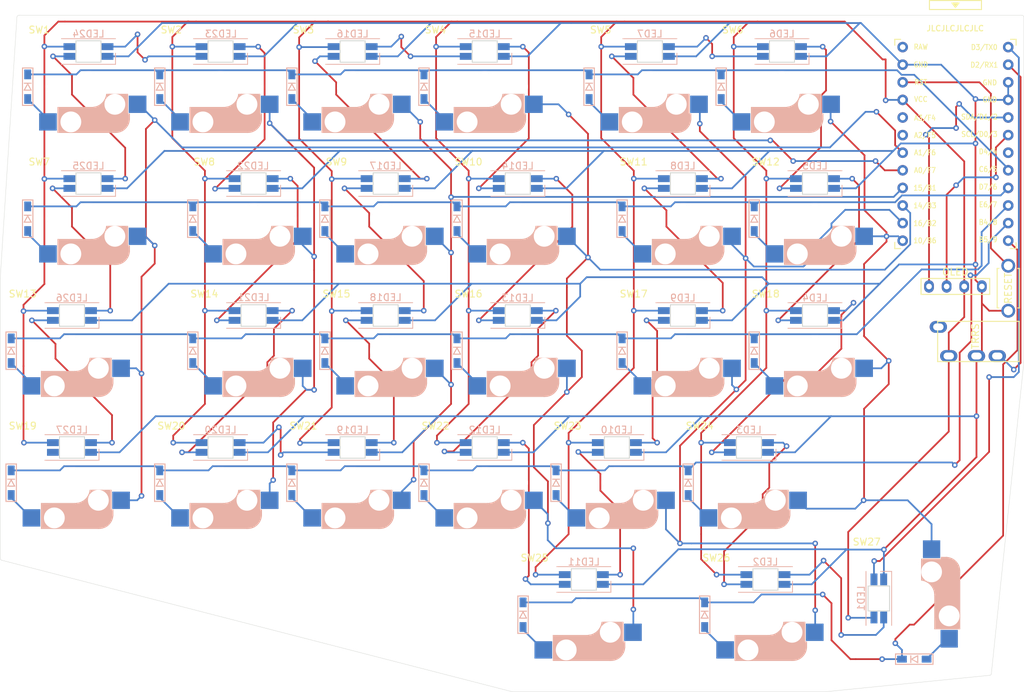
<source format=kicad_pcb>
(kicad_pcb (version 20171130) (host pcbnew "(5.1.9)-1")
  (layers (0 F.Cu signal) (31 B.Cu signal) (34 B.Paste user) (35 F.Paste user) (36 B.SilkS user) (37 F.SilkS user) (38 B.Mask user) (39 F.Mask user) (44 Edge.Cuts user))
  (net 0 "")
  (net 1 ROW1)
  (net 2 "Net-(D1-Pad2)")
  (net 3 "Net-(D2-Pad2)")
  (net 4 "Net-(D3-Pad2)")
  (net 5 "Net-(D4-Pad2)")
  (net 6 "Net-(D5-Pad2)")
  (net 7 "Net-(D6-Pad2)")
  (net 8 "Net-(D7-Pad2)")
  (net 9 ROW2)
  (net 10 "Net-(D8-Pad2)")
  (net 11 "Net-(D9-Pad2)")
  (net 12 "Net-(D10-Pad2)")
  (net 13 "Net-(D11-Pad2)")
  (net 14 "Net-(D12-Pad2)")
  (net 15 "Net-(D13-Pad2)")
  (net 16 ROW3)
  (net 17 "Net-(D14-Pad2)")
  (net 18 "Net-(D15-Pad2)")
  (net 19 "Net-(D16-Pad2)")
  (net 20 "Net-(D17-Pad2)")
  (net 21 "Net-(D18-Pad2)")
  (net 22 ROW4)
  (net 23 "Net-(D19-Pad2)")
  (net 24 "Net-(D20-Pad2)")
  (net 25 "Net-(D21-Pad2)")
  (net 26 "Net-(D22-Pad2)")
  (net 27 "Net-(D23-Pad2)")
  (net 28 "Net-(D24-Pad2)")
  (net 29 ROW5)
  (net 30 "Net-(D25-Pad2)")
  (net 31 "Net-(D26-Pad2)")
  (net 32 "Net-(D27-Pad2)")
  (net 33 CONN)
  (net 34 GND)
  (net 35 VCC)
  (net 36 "Net-(J1-PadA)")
  (net 37 "Net-(LED1-Pad2)")
  (net 38 LED)
  (net 39 "Net-(LED2-Pad2)")
  (net 40 "Net-(LED3-Pad2)")
  (net 41 "Net-(LED4-Pad2)")
  (net 42 "Net-(LED5-Pad2)")
  (net 43 "Net-(LED6-Pad2)")
  (net 44 "Net-(LED7-Pad2)")
  (net 45 "Net-(LED8-Pad2)")
  (net 46 "Net-(LED10-Pad4)")
  (net 47 "Net-(LED10-Pad2)")
  (net 48 "Net-(LED11-Pad2)")
  (net 49 "Net-(LED12-Pad2)")
  (net 50 "Net-(LED13-Pad2)")
  (net 51 "Net-(LED14-Pad2)")
  (net 52 "Net-(LED15-Pad2)")
  (net 53 "Net-(LED16-Pad2)")
  (net 54 "Net-(LED17-Pad2)")
  (net 55 "Net-(LED18-Pad2)")
  (net 56 "Net-(LED19-Pad2)")
  (net 57 "Net-(LED20-Pad2)")
  (net 58 "Net-(LED21-Pad2)")
  (net 59 "Net-(LED22-Pad2)")
  (net 60 "Net-(LED23-Pad2)")
  (net 61 "Net-(LED24-Pad2)")
  (net 62 "Net-(LED25-Pad2)")
  (net 63 "Net-(LED26-Pad2)")
  (net 64 "Net-(LED27-Pad2)")
  (net 65 SDA)
  (net 66 SCL)
  (net 67 RST)
  (net 68 COL1)
  (net 69 COL2)
  (net 70 COL3)
  (net 71 COL4)
  (net 72 COL5)
  (net 73 COL6)
  (net 74 "Net-(U1-Pad7)")
  (net 75 "Net-(U1-Pad19)")
  (net 76 "Net-(U1-Pad20)")
  (net 77 "Net-(U1-Pad24)")
  (module MountingHole:MountingHole_4.3mm_M4 (layer F.Cu) (at 100.838 83.40725)
    (fp_text reference REF** hide)
    (fp_text value MountingHole_4.3mm_M4)
    (pad 1 np_thru_hole circle (at 0 0) (size 4.3 4.3) (drill 4.3) (layers *.Cu *.Mask))
  )
  (module MountingHole:MountingHole_4.3mm_M4 (layer F.Cu) (at 201.6125 76.48575)
    (fp_text reference REF** hide)
    (fp_text value MountingHole_4.3mm_M4)
    (pad 1 np_thru_hole circle (at 0 0) (size 4.3 4.3) (drill 4.3) (layers *.Cu *.Mask))
  )
  (module MountingHole:MountingHole_4.3mm_M4 (layer F.Cu) (at 162.7505 100.80625)
    (fp_text reference REF** hide)
    (fp_text value MountingHole_4.3mm_M4)
    (pad 1 np_thru_hole circle (at 0 0) (size 4.3 4.3) (drill 4.3) (layers *.Cu *.Mask))
  )
  (module MountingHole:MountingHole_4.3mm_M4 (layer F.Cu) (at 196.85 127.03175)
    (fp_text reference REF** hide)
    (fp_text value MountingHole_4.3mm_M4)
    (pad 1 np_thru_hole circle (at 0 0) (size 4.3 4.3) (drill 4.3) (layers *.Cu *.Mask))
  )
  (module MountingHole:MountingHole_4.3mm_M4 (layer F.Cu) (at 117.475 139.03325)
    (fp_text reference REF** hide)
    (fp_text value MountingHole_4.3mm_M4)
    (pad 1 np_thru_hole circle (at 0 0) (size 4.3 4.3) (drill 4.3) (layers *.Cu *.Mask))
  )
  (module kbd:CherryMX_Hotswap (layer F.Cu) (at 165.13175 127 180)
    (fp_text reference SW23 (at 7.1 8.2) (layer F.SilkS))
    (fp_text value SW_PUSH hide)
    (pad 1 smd rect (at -7.085 -2.54) (size 2.55 2.5) (layers B.Cu B.Paste B.Mask) (net 72 COL5))
    (pad "" np_thru_hole circle (at 0 0 270) (size 4.1 4.1) (drill 4.1) (layers *.Cu *.Mask))
    (pad "" np_thru_hole circle (at 5.08 0 180) (size 1.9 1.9) (drill 1.9) (layers *.Cu *.Mask))
    (pad "" np_thru_hole circle (at -5.08 0 180) (size 1.9 1.9) (drill 1.9) (layers *.Cu *.Mask))
    (pad 2 smd rect (at 5.842 -5.08) (size 2.55 2.5) (layers B.Cu B.Paste B.Mask) (net 27 "Net-(D23-Pad2)"))
    (pad "" np_thru_hole circle (at -3.81 -2.54 180) (size 3 3) (drill 3) (layers *.Cu *.Mask))
    (pad "" np_thru_hole circle (at 2.54 -5.08 180) (size 3 3) (drill 3) (layers *.Cu *.Mask))
  )
  (module kbd:CherryMX_Hotswap (layer F.Cu) (at 174.65675 88.9 180)
    (fp_text reference SW11 (at 7.1 8.2) (layer F.SilkS))
    (fp_text value SW_PUSH hide)
    (pad "" np_thru_hole circle (at 2.54 -5.08 180) (size 3 3) (drill 3) (layers *.Cu *.Mask))
    (pad "" np_thru_hole circle (at -3.81 -2.54 180) (size 3 3) (drill 3) (layers *.Cu *.Mask))
    (pad 2 smd rect (at 5.842 -5.08) (size 2.55 2.5) (layers B.Cu B.Paste B.Mask) (net 13 "Net-(D11-Pad2)"))
    (pad "" np_thru_hole circle (at -5.08 0 180) (size 1.9 1.9) (drill 1.9) (layers *.Cu *.Mask))
    (pad "" np_thru_hole circle (at 5.08 0 180) (size 1.9 1.9) (drill 1.9) (layers *.Cu *.Mask))
    (pad "" np_thru_hole circle (at 0 0 270) (size 4.1 4.1) (drill 4.1) (layers *.Cu *.Mask))
    (pad 1 smd rect (at -7.085 -2.54) (size 2.55 2.5) (layers B.Cu B.Paste B.Mask) (net 72 COL5))
  )
  (module kbd:CherryMX_Hotswap (layer F.Cu) (at 112.74425 107.95 180)
    (fp_text reference SW14 (at 7.1 8.2) (layer F.SilkS))
    (fp_text value SW_PUSH hide)
    (pad "" np_thru_hole circle (at 2.54 -5.08 180) (size 3 3) (drill 3) (layers *.Cu *.Mask))
    (pad "" np_thru_hole circle (at -3.81 -2.54 180) (size 3 3) (drill 3) (layers *.Cu *.Mask))
    (pad 2 smd rect (at 5.842 -5.08) (size 2.55 2.5) (layers B.Cu B.Paste B.Mask) (net 17 "Net-(D14-Pad2)"))
    (pad "" np_thru_hole circle (at -5.08 0 180) (size 1.9 1.9) (drill 1.9) (layers *.Cu *.Mask))
    (pad "" np_thru_hole circle (at 5.08 0 180) (size 1.9 1.9) (drill 1.9) (layers *.Cu *.Mask))
    (pad "" np_thru_hole circle (at 0 0 270) (size 4.1 4.1) (drill 4.1) (layers *.Cu *.Mask))
    (pad 1 smd rect (at -7.085 -2.54) (size 2.55 2.5) (layers B.Cu B.Paste B.Mask) (net 69 COL2))
  )
  (module kbd:CherryMX_Hotswap (layer F.Cu) (at 150.84425 88.9 180)
    (fp_text reference SW10 (at 7.1 8.2) (layer F.SilkS))
    (fp_text value SW_PUSH hide)
    (pad "" np_thru_hole circle (at 2.54 -5.08 180) (size 3 3) (drill 3) (layers *.Cu *.Mask))
    (pad "" np_thru_hole circle (at -3.81 -2.54 180) (size 3 3) (drill 3) (layers *.Cu *.Mask))
    (pad 2 smd rect (at 5.842 -5.08) (size 2.55 2.5) (layers B.Cu B.Paste B.Mask) (net 12 "Net-(D10-Pad2)"))
    (pad "" np_thru_hole circle (at -5.08 0 180) (size 1.9 1.9) (drill 1.9) (layers *.Cu *.Mask))
    (pad "" np_thru_hole circle (at 5.08 0 180) (size 1.9 1.9) (drill 1.9) (layers *.Cu *.Mask))
    (pad "" np_thru_hole circle (at 0 0 270) (size 4.1 4.1) (drill 4.1) (layers *.Cu *.Mask))
    (pad 1 smd rect (at -7.085 -2.54) (size 2.55 2.5) (layers B.Cu B.Paste B.Mask) (net 71 COL4))
  )
  (module kbd:D3_SMD_v2 (layer B.Cu) (at 80.16875 69.85 270)
    (fp_text reference D1 hide)
    (fp_text value D hide)
    (pad 1 smd rect (at -1.775 0 270) (size 1.4 1) (layers B.Cu B.Paste B.Mask) (net 1 ROW1))
    (pad 2 smd rect (at 1.775 0 270) (size 1.4 1) (layers B.Cu B.Paste B.Mask) (net 2 "Net-(D1-Pad2)"))
  )
  (module kbd:D3_SMD_v2 (layer B.Cu) (at 99.21875 69.85 270)
    (fp_text reference D2 hide)
    (fp_text value D hide)
    (pad 1 smd rect (at -1.775 0 270) (size 1.4 1) (layers B.Cu B.Paste B.Mask) (net 1 ROW1))
    (pad 2 smd rect (at 1.775 0 270) (size 1.4 1) (layers B.Cu B.Paste B.Mask) (net 3 "Net-(D2-Pad2)"))
  )
  (module kbd:D3_SMD_v2 (layer B.Cu) (at 118.26875 69.85 270)
    (fp_text reference D3 hide)
    (fp_text value D hide)
    (pad 2 smd rect (at 1.775 0 270) (size 1.4 1) (layers B.Cu B.Paste B.Mask) (net 4 "Net-(D3-Pad2)"))
    (pad 1 smd rect (at -1.775 0 270) (size 1.4 1) (layers B.Cu B.Paste B.Mask) (net 1 ROW1))
  )
  (module kbd:D3_SMD_v2 (layer B.Cu) (at 137.31875 69.85 270)
    (fp_text reference D4 hide)
    (fp_text value D hide)
    (pad 1 smd rect (at -1.775 0 270) (size 1.4 1) (layers B.Cu B.Paste B.Mask) (net 1 ROW1))
    (pad 2 smd rect (at 1.775 0 270) (size 1.4 1) (layers B.Cu B.Paste B.Mask) (net 5 "Net-(D4-Pad2)"))
  )
  (module kbd:D3_SMD_v2 (layer B.Cu) (at 161.13125 69.85 270)
    (fp_text reference D5 hide)
    (fp_text value D hide)
    (pad 1 smd rect (at -1.775 0 270) (size 1.4 1) (layers B.Cu B.Paste B.Mask) (net 1 ROW1))
    (pad 2 smd rect (at 1.775 0 270) (size 1.4 1) (layers B.Cu B.Paste B.Mask) (net 6 "Net-(D5-Pad2)"))
  )
  (module kbd:D3_SMD_v2 (layer B.Cu) (at 180.18125 69.85 270)
    (fp_text reference D6 hide)
    (fp_text value D hide)
    (pad 2 smd rect (at 1.775 0 270) (size 1.4 1) (layers B.Cu B.Paste B.Mask) (net 7 "Net-(D6-Pad2)"))
    (pad 1 smd rect (at -1.775 0 270) (size 1.4 1) (layers B.Cu B.Paste B.Mask) (net 1 ROW1))
  )
  (module kbd:D3_SMD_v2 (layer B.Cu) (at 80.16875 88.9 270)
    (fp_text reference D7 hide)
    (fp_text value D hide)
    (pad 2 smd rect (at 1.775 0 270) (size 1.4 1) (layers B.Cu B.Paste B.Mask) (net 8 "Net-(D7-Pad2)"))
    (pad 1 smd rect (at -1.775 0 270) (size 1.4 1) (layers B.Cu B.Paste B.Mask) (net 9 ROW2))
  )
  (module kbd:D3_SMD_v2 (layer B.Cu) (at 103.98125 88.9 270)
    (fp_text reference D8 hide)
    (fp_text value D hide)
    (pad 2 smd rect (at 1.775 0 270) (size 1.4 1) (layers B.Cu B.Paste B.Mask) (net 10 "Net-(D8-Pad2)"))
    (pad 1 smd rect (at -1.775 0 270) (size 1.4 1) (layers B.Cu B.Paste B.Mask) (net 9 ROW2))
  )
  (module kbd:D3_SMD_v2 (layer B.Cu) (at 123.03125 88.9 270)
    (fp_text reference D9 hide)
    (fp_text value D hide)
    (pad 1 smd rect (at -1.775 0 270) (size 1.4 1) (layers B.Cu B.Paste B.Mask) (net 9 ROW2))
    (pad 2 smd rect (at 1.775 0 270) (size 1.4 1) (layers B.Cu B.Paste B.Mask) (net 11 "Net-(D9-Pad2)"))
  )
  (module kbd:D3_SMD_v2 (layer B.Cu) (at 142.08125 88.9 270)
    (fp_text reference D10 hide)
    (fp_text value D hide)
    (pad 2 smd rect (at 1.775 0 270) (size 1.4 1) (layers B.Cu B.Paste B.Mask) (net 12 "Net-(D10-Pad2)"))
    (pad 1 smd rect (at -1.775 0 270) (size 1.4 1) (layers B.Cu B.Paste B.Mask) (net 9 ROW2))
  )
  (module kbd:D3_SMD_v2 (layer B.Cu) (at 165.89375 88.9 270)
    (fp_text reference D11 hide)
    (fp_text value D hide)
    (pad 2 smd rect (at 1.775 0 270) (size 1.4 1) (layers B.Cu B.Paste B.Mask) (net 13 "Net-(D11-Pad2)"))
    (pad 1 smd rect (at -1.775 0 270) (size 1.4 1) (layers B.Cu B.Paste B.Mask) (net 9 ROW2))
  )
  (module kbd:D3_SMD_v2 (layer B.Cu) (at 184.94375 88.9 270)
    (fp_text reference D12 hide)
    (fp_text value D hide)
    (pad 1 smd rect (at -1.775 0 270) (size 1.4 1) (layers B.Cu B.Paste B.Mask) (net 9 ROW2))
    (pad 2 smd rect (at 1.775 0 270) (size 1.4 1) (layers B.Cu B.Paste B.Mask) (net 14 "Net-(D12-Pad2)"))
  )
  (module kbd:D3_SMD_v2 (layer B.Cu) (at 77.7875 107.95 270)
    (fp_text reference D13 hide)
    (fp_text value D hide)
    (pad 1 smd rect (at -1.775 0 270) (size 1.4 1) (layers B.Cu B.Paste B.Mask) (net 16 ROW3))
    (pad 2 smd rect (at 1.775 0 270) (size 1.4 1) (layers B.Cu B.Paste B.Mask) (net 15 "Net-(D13-Pad2)"))
  )
  (module kbd:D3_SMD_v2 (layer B.Cu) (at 103.98125 107.95 270)
    (fp_text reference D14 hide)
    (fp_text value D hide)
    (pad 2 smd rect (at 1.775 0 270) (size 1.4 1) (layers B.Cu B.Paste B.Mask) (net 17 "Net-(D14-Pad2)"))
    (pad 1 smd rect (at -1.775 0 270) (size 1.4 1) (layers B.Cu B.Paste B.Mask) (net 16 ROW3))
  )
  (module kbd:D3_SMD_v2 (layer B.Cu) (at 123.03125 107.95 270)
    (fp_text reference D15 hide)
    (fp_text value D hide)
    (pad 2 smd rect (at 1.775 0 270) (size 1.4 1) (layers B.Cu B.Paste B.Mask) (net 18 "Net-(D15-Pad2)"))
    (pad 1 smd rect (at -1.775 0 270) (size 1.4 1) (layers B.Cu B.Paste B.Mask) (net 16 ROW3))
  )
  (module kbd:D3_SMD_v2 (layer B.Cu) (at 142.08125 107.95 270)
    (fp_text reference D16 hide)
    (fp_text value D hide)
    (pad 1 smd rect (at -1.775 0 270) (size 1.4 1) (layers B.Cu B.Paste B.Mask) (net 16 ROW3))
    (pad 2 smd rect (at 1.775 0 270) (size 1.4 1) (layers B.Cu B.Paste B.Mask) (net 19 "Net-(D16-Pad2)"))
  )
  (module kbd:D3_SMD_v2 (layer B.Cu) (at 165.89375 107.95 270)
    (fp_text reference D17 hide)
    (fp_text value D hide)
    (pad 1 smd rect (at -1.775 0 270) (size 1.4 1) (layers B.Cu B.Paste B.Mask) (net 16 ROW3))
    (pad 2 smd rect (at 1.775 0 270) (size 1.4 1) (layers B.Cu B.Paste B.Mask) (net 20 "Net-(D17-Pad2)"))
  )
  (module kbd:D3_SMD_v2 (layer B.Cu) (at 184.94375 107.95 270)
    (fp_text reference D18 hide)
    (fp_text value D hide)
    (pad 1 smd rect (at -1.775 0 270) (size 1.4 1) (layers B.Cu B.Paste B.Mask) (net 16 ROW3))
    (pad 2 smd rect (at 1.775 0 270) (size 1.4 1) (layers B.Cu B.Paste B.Mask) (net 21 "Net-(D18-Pad2)"))
  )
  (module kbd:D3_SMD_v2 (layer B.Cu) (at 77.7875 127 270)
    (fp_text reference D19 hide)
    (fp_text value D hide)
    (pad 1 smd rect (at -1.775 0 270) (size 1.4 1) (layers B.Cu B.Paste B.Mask) (net 22 ROW4))
    (pad 2 smd rect (at 1.775 0 270) (size 1.4 1) (layers B.Cu B.Paste B.Mask) (net 23 "Net-(D19-Pad2)"))
  )
  (module kbd:D3_SMD_v2 (layer B.Cu) (at 99.21875 127 270)
    (fp_text reference D20 hide)
    (fp_text value D hide)
    (pad 1 smd rect (at -1.775 0 270) (size 1.4 1) (layers B.Cu B.Paste B.Mask) (net 22 ROW4))
    (pad 2 smd rect (at 1.775 0 270) (size 1.4 1) (layers B.Cu B.Paste B.Mask) (net 24 "Net-(D20-Pad2)"))
  )
  (module kbd:D3_SMD_v2 (layer B.Cu) (at 118.26875 127 270)
    (fp_text reference D21 hide)
    (fp_text value D hide)
    (pad 1 smd rect (at -1.775 0 270) (size 1.4 1) (layers B.Cu B.Paste B.Mask) (net 22 ROW4))
    (pad 2 smd rect (at 1.775 0 270) (size 1.4 1) (layers B.Cu B.Paste B.Mask) (net 25 "Net-(D21-Pad2)"))
  )
  (module kbd:D3_SMD_v2 (layer B.Cu) (at 137.31875 127 270)
    (fp_text reference D22 hide)
    (fp_text value D hide)
    (pad 1 smd rect (at -1.775 0 270) (size 1.4 1) (layers B.Cu B.Paste B.Mask) (net 22 ROW4))
    (pad 2 smd rect (at 1.775 0 270) (size 1.4 1) (layers B.Cu B.Paste B.Mask) (net 26 "Net-(D22-Pad2)"))
  )
  (module kbd:D3_SMD_v2 (layer B.Cu) (at 156.36875 127 270)
    (fp_text reference D23 hide)
    (fp_text value D hide)
    (pad 2 smd rect (at 1.775 0 270) (size 1.4 1) (layers B.Cu B.Paste B.Mask) (net 27 "Net-(D23-Pad2)"))
    (pad 1 smd rect (at -1.775 0 270) (size 1.4 1) (layers B.Cu B.Paste B.Mask) (net 22 ROW4))
  )
  (module kbd:D3_SMD_v2 (layer B.Cu) (at 175.41875 127 270)
    (fp_text reference D24 hide)
    (fp_text value D hide)
    (pad 2 smd rect (at 1.775 0 270) (size 1.4 1) (layers B.Cu B.Paste B.Mask) (net 28 "Net-(D24-Pad2)"))
    (pad 1 smd rect (at -1.775 0 270) (size 1.4 1) (layers B.Cu B.Paste B.Mask) (net 22 ROW4))
  )
  (module kbd:D3_SMD_v2 (layer B.Cu) (at 151.60625 146.05 270)
    (fp_text reference D25 hide)
    (fp_text value D hide)
    (pad 1 smd rect (at -1.775 0 270) (size 1.4 1) (layers B.Cu B.Paste B.Mask) (net 29 ROW5))
    (pad 2 smd rect (at 1.775 0 270) (size 1.4 1) (layers B.Cu B.Paste B.Mask) (net 30 "Net-(D25-Pad2)"))
  )
  (module kbd:D3_SMD_v2 (layer B.Cu) (at 177.8 146.05 270)
    (fp_text reference D26 hide)
    (fp_text value D hide)
    (pad 1 smd rect (at -1.775 0 270) (size 1.4 1) (layers B.Cu B.Paste B.Mask) (net 29 ROW5))
    (pad 2 smd rect (at 1.775 0 270) (size 1.4 1) (layers B.Cu B.Paste B.Mask) (net 31 "Net-(D26-Pad2)"))
  )
  (module kbd:D3_SMD_v2 (layer B.Cu) (at 208.026 152.4635)
    (fp_text reference D27 hide)
    (fp_text value D hide)
    (pad 2 smd rect (at 1.775 0) (size 1.4 1) (layers B.Cu B.Paste B.Mask) (net 32 "Net-(D27-Pad2)"))
    (pad 1 smd rect (at -1.775 0) (size 1.4 1) (layers B.Cu B.Paste B.Mask) (net 29 ROW5))
  )
  (module kbd:MJ-4PP-9_1side (layer F.Cu) (at 223.29775 106.6165 270)
    (fp_text reference J1)
    (fp_text value MJ-4PP-9 hide)
    (fp_text user TRRS (at -0.75 6.45 90) (layer F.SilkS))
    (pad "" np_thru_hole circle (at 0 1.5 270) (size 1.2 1.2) (drill 1.2) (layers *.Cu *.Mask))
    (pad "" np_thru_hole circle (at 0 8.5 270) (size 1.2 1.2) (drill 1.2) (layers *.Cu *.Mask))
    (pad B thru_hole oval (at 2.1 3.3 270) (size 1.7 2.5) (drill oval 1 1.5) (layers *.Cu B.Mask) (net 33 CONN))
    (pad C thru_hole oval (at 2.1 6.3 270) (size 1.7 2.5) (drill oval 1 1.5) (layers *.Cu B.Mask) (net 34 GND))
    (pad D thru_hole oval (at 2.1 10.3 270) (size 1.7 2.5) (drill oval 1 1.5) (layers *.Cu B.Mask) (net 35 VCC) (clearance 0.15))
    (pad A thru_hole oval (at -2.1 11.8 270) (size 1.7 2.5) (drill oval 1 1.5) (layers *.Cu B.Mask) (net 36 "Net-(J1-PadA)") (clearance 0.15))
  )
  (module kbd:YS-SK6812MINI-E (layer B.Cu) (at 202.91425 143.7005 270)
    (fp_text reference LED1 (at 0 2.54 270) (layer B.SilkS) (effects (justify mirror)))
    (fp_text value YS-SK6812MINI-E hide)
    (fp_line (start -1.8 1.55) (end -1.8 -1.55) (layer Edge.Cuts) (width 0.12))
    (fp_line (start -1.8 -1.55) (end 1.8 -1.55) (layer Edge.Cuts) (width 0.12))
    (fp_line (start 1.8 -1.55) (end 1.8 1.55) (layer Edge.Cuts) (width 0.12))
    (fp_line (start 1.8 1.55) (end -1.8 1.55) (layer Edge.Cuts) (width 0.12))
    (pad 2 smd rect (at 2.75 -0.7 270) (size 1.7 1) (layers B.Cu B.Paste B.Mask) (net 37 "Net-(LED1-Pad2)"))
    (pad 1 smd rect (at 2.75 0.7 270) (size 1.7 1) (layers B.Cu B.Paste B.Mask) (net 35 VCC))
    (pad 3 smd rect (at -2.75 -0.7 270) (size 1.7 1) (layers B.Cu B.Paste B.Mask) (net 34 GND))
    (pad 4 smd rect (at -2.75 0.7 270) (size 1.7 1) (layers B.Cu B.Paste B.Mask) (net 38 LED))
  )
  (module kbd:YS-SK6812MINI-E (layer B.Cu) (at 186.563 140.97 180)
    (fp_text reference LED2 (at 0 2.54) (layer B.SilkS) (effects (justify mirror)))
    (fp_text value YS-SK6812MINI-E hide)
    (fp_line (start -1.8 1.55) (end -1.8 -1.55) (layer Edge.Cuts) (width 0.12))
    (fp_line (start -1.8 -1.55) (end 1.8 -1.55) (layer Edge.Cuts) (width 0.12))
    (fp_line (start 1.8 -1.55) (end 1.8 1.55) (layer Edge.Cuts) (width 0.12))
    (fp_line (start 1.8 1.55) (end -1.8 1.55) (layer Edge.Cuts) (width 0.12))
    (pad 2 smd rect (at 2.75 -0.7 180) (size 1.7 1) (layers B.Cu B.Paste B.Mask) (net 39 "Net-(LED2-Pad2)"))
    (pad 1 smd rect (at 2.75 0.7 180) (size 1.7 1) (layers B.Cu B.Paste B.Mask) (net 35 VCC))
    (pad 3 smd rect (at -2.75 -0.7 180) (size 1.7 1) (layers B.Cu B.Paste B.Mask) (net 34 GND))
    (pad 4 smd rect (at -2.75 0.7 180) (size 1.7 1) (layers B.Cu B.Paste B.Mask) (net 37 "Net-(LED1-Pad2)"))
  )
  (module kbd:YS-SK6812MINI-E (layer B.Cu) (at 184.18175 121.92 180)
    (fp_text reference LED3 (at 0 2.54) (layer B.SilkS) (effects (justify mirror)))
    (fp_text value YS-SK6812MINI-E hide)
    (fp_line (start -1.8 1.55) (end -1.8 -1.55) (layer Edge.Cuts) (width 0.12))
    (fp_line (start -1.8 -1.55) (end 1.8 -1.55) (layer Edge.Cuts) (width 0.12))
    (fp_line (start 1.8 -1.55) (end 1.8 1.55) (layer Edge.Cuts) (width 0.12))
    (fp_line (start 1.8 1.55) (end -1.8 1.55) (layer Edge.Cuts) (width 0.12))
    (pad 2 smd rect (at 2.75 -0.7 180) (size 1.7 1) (layers B.Cu B.Paste B.Mask) (net 40 "Net-(LED3-Pad2)"))
    (pad 1 smd rect (at 2.75 0.7 180) (size 1.7 1) (layers B.Cu B.Paste B.Mask) (net 35 VCC))
    (pad 3 smd rect (at -2.75 -0.7 180) (size 1.7 1) (layers B.Cu B.Paste B.Mask) (net 34 GND))
    (pad 4 smd rect (at -2.75 0.7 180) (size 1.7 1) (layers B.Cu B.Paste B.Mask) (net 39 "Net-(LED2-Pad2)"))
  )
  (module kbd:YS-SK6812MINI-E (layer B.Cu) (at 193.70675 102.87 180)
    (fp_text reference LED4 (at 0 2.54) (layer B.SilkS) (effects (justify mirror)))
    (fp_text value YS-SK6812MINI-E hide)
    (fp_line (start 1.8 1.55) (end -1.8 1.55) (layer Edge.Cuts) (width 0.12))
    (fp_line (start 1.8 -1.55) (end 1.8 1.55) (layer Edge.Cuts) (width 0.12))
    (fp_line (start -1.8 -1.55) (end 1.8 -1.55) (layer Edge.Cuts) (width 0.12))
    (fp_line (start -1.8 1.55) (end -1.8 -1.55) (layer Edge.Cuts) (width 0.12))
    (pad 4 smd rect (at -2.75 0.7 180) (size 1.7 1) (layers B.Cu B.Paste B.Mask) (net 40 "Net-(LED3-Pad2)"))
    (pad 3 smd rect (at -2.75 -0.7 180) (size 1.7 1) (layers B.Cu B.Paste B.Mask) (net 34 GND))
    (pad 1 smd rect (at 2.75 0.7 180) (size 1.7 1) (layers B.Cu B.Paste B.Mask) (net 35 VCC))
    (pad 2 smd rect (at 2.75 -0.7 180) (size 1.7 1) (layers B.Cu B.Paste B.Mask) (net 41 "Net-(LED4-Pad2)"))
  )
  (module kbd:YS-SK6812MINI-E (layer B.Cu) (at 193.70675 83.82 180)
    (fp_text reference LED5 (at 0 2.54 180) (layer B.SilkS) (effects (justify mirror)))
    (fp_text value YS-SK6812MINI-E hide)
    (fp_line (start -1.8 1.55) (end -1.8 -1.55) (layer Edge.Cuts) (width 0.12))
    (fp_line (start -1.8 -1.55) (end 1.8 -1.55) (layer Edge.Cuts) (width 0.12))
    (fp_line (start 1.8 -1.55) (end 1.8 1.55) (layer Edge.Cuts) (width 0.12))
    (fp_line (start 1.8 1.55) (end -1.8 1.55) (layer Edge.Cuts) (width 0.12))
    (pad 2 smd rect (at 2.75 -0.7 180) (size 1.7 1) (layers B.Cu B.Paste B.Mask) (net 42 "Net-(LED5-Pad2)"))
    (pad 1 smd rect (at 2.75 0.7 180) (size 1.7 1) (layers B.Cu B.Paste B.Mask) (net 35 VCC))
    (pad 3 smd rect (at -2.75 -0.7 180) (size 1.7 1) (layers B.Cu B.Paste B.Mask) (net 34 GND))
    (pad 4 smd rect (at -2.75 0.7 180) (size 1.7 1) (layers B.Cu B.Paste B.Mask) (net 41 "Net-(LED4-Pad2)"))
  )
  (module kbd:YS-SK6812MINI-E (layer B.Cu) (at 188.94425 64.77 180)
    (fp_text reference LED6 (at 0 2.54) (layer B.SilkS) (effects (justify mirror)))
    (fp_text value YS-SK6812MINI-E hide)
    (fp_line (start 1.8 1.55) (end -1.8 1.55) (layer Edge.Cuts) (width 0.12))
    (fp_line (start 1.8 -1.55) (end 1.8 1.55) (layer Edge.Cuts) (width 0.12))
    (fp_line (start -1.8 -1.55) (end 1.8 -1.55) (layer Edge.Cuts) (width 0.12))
    (fp_line (start -1.8 1.55) (end -1.8 -1.55) (layer Edge.Cuts) (width 0.12))
    (pad 4 smd rect (at -2.75 0.7 180) (size 1.7 1) (layers B.Cu B.Paste B.Mask) (net 42 "Net-(LED5-Pad2)"))
    (pad 3 smd rect (at -2.75 -0.7 180) (size 1.7 1) (layers B.Cu B.Paste B.Mask) (net 34 GND))
    (pad 1 smd rect (at 2.75 0.7 180) (size 1.7 1) (layers B.Cu B.Paste B.Mask) (net 35 VCC))
    (pad 2 smd rect (at 2.75 -0.7 180) (size 1.7 1) (layers B.Cu B.Paste B.Mask) (net 43 "Net-(LED6-Pad2)"))
  )
  (module kbd:YS-SK6812MINI-E (layer B.Cu) (at 169.89425 64.77 180)
    (fp_text reference LED7 (at 0 2.54) (layer B.SilkS) (effects (justify mirror)))
    (fp_text value YS-SK6812MINI-E hide)
    (fp_line (start -1.8 1.55) (end -1.8 -1.55) (layer Edge.Cuts) (width 0.12))
    (fp_line (start -1.8 -1.55) (end 1.8 -1.55) (layer Edge.Cuts) (width 0.12))
    (fp_line (start 1.8 -1.55) (end 1.8 1.55) (layer Edge.Cuts) (width 0.12))
    (fp_line (start 1.8 1.55) (end -1.8 1.55) (layer Edge.Cuts) (width 0.12))
    (pad 2 smd rect (at 2.75 -0.7 180) (size 1.7 1) (layers B.Cu B.Paste B.Mask) (net 44 "Net-(LED7-Pad2)"))
    (pad 1 smd rect (at 2.75 0.7 180) (size 1.7 1) (layers B.Cu B.Paste B.Mask) (net 35 VCC))
    (pad 3 smd rect (at -2.75 -0.7 180) (size 1.7 1) (layers B.Cu B.Paste B.Mask) (net 34 GND))
    (pad 4 smd rect (at -2.75 0.7 180) (size 1.7 1) (layers B.Cu B.Paste B.Mask) (net 43 "Net-(LED6-Pad2)"))
  )
  (module kbd:YS-SK6812MINI-E (layer B.Cu) (at 174.65675 83.82 180)
    (fp_text reference LED8 (at 0 2.54 180) (layer B.SilkS) (effects (justify mirror)))
    (fp_text value YS-SK6812MINI-E hide)
    (fp_line (start 1.8 1.55) (end -1.8 1.55) (layer Edge.Cuts) (width 0.12))
    (fp_line (start 1.8 -1.55) (end 1.8 1.55) (layer Edge.Cuts) (width 0.12))
    (fp_line (start -1.8 -1.55) (end 1.8 -1.55) (layer Edge.Cuts) (width 0.12))
    (fp_line (start -1.8 1.55) (end -1.8 -1.55) (layer Edge.Cuts) (width 0.12))
    (pad 4 smd rect (at -2.75 0.7 180) (size 1.7 1) (layers B.Cu B.Paste B.Mask) (net 44 "Net-(LED7-Pad2)"))
    (pad 3 smd rect (at -2.75 -0.7 180) (size 1.7 1) (layers B.Cu B.Paste B.Mask) (net 34 GND))
    (pad 1 smd rect (at 2.75 0.7 180) (size 1.7 1) (layers B.Cu B.Paste B.Mask) (net 35 VCC))
    (pad 2 smd rect (at 2.75 -0.7 180) (size 1.7 1) (layers B.Cu B.Paste B.Mask) (net 45 "Net-(LED8-Pad2)"))
  )
  (module kbd:YS-SK6812MINI-E (layer B.Cu) (at 174.65675 102.87 180)
    (fp_text reference LED9 (at 0 2.54) (layer B.SilkS) (effects (justify mirror)))
    (fp_text value YS-SK6812MINI-E hide)
    (fp_line (start -1.8 1.55) (end -1.8 -1.55) (layer Edge.Cuts) (width 0.12))
    (fp_line (start -1.8 -1.55) (end 1.8 -1.55) (layer Edge.Cuts) (width 0.12))
    (fp_line (start 1.8 -1.55) (end 1.8 1.55) (layer Edge.Cuts) (width 0.12))
    (fp_line (start 1.8 1.55) (end -1.8 1.55) (layer Edge.Cuts) (width 0.12))
    (pad 2 smd rect (at 2.75 -0.7 180) (size 1.7 1) (layers B.Cu B.Paste B.Mask) (net 46 "Net-(LED10-Pad4)"))
    (pad 1 smd rect (at 2.75 0.7 180) (size 1.7 1) (layers B.Cu B.Paste B.Mask) (net 35 VCC))
    (pad 3 smd rect (at -2.75 -0.7 180) (size 1.7 1) (layers B.Cu B.Paste B.Mask) (net 34 GND))
    (pad 4 smd rect (at -2.75 0.7 180) (size 1.7 1) (layers B.Cu B.Paste B.Mask) (net 45 "Net-(LED8-Pad2)"))
  )
  (module kbd:YS-SK6812MINI-E (layer B.Cu) (at 165.13175 121.92 180)
    (fp_text reference LED10 (at 0 2.54) (layer B.SilkS) (effects (justify mirror)))
    (fp_text value YS-SK6812MINI-E hide)
    (fp_line (start 1.8 1.55) (end -1.8 1.55) (layer Edge.Cuts) (width 0.12))
    (fp_line (start 1.8 -1.55) (end 1.8 1.55) (layer Edge.Cuts) (width 0.12))
    (fp_line (start -1.8 -1.55) (end 1.8 -1.55) (layer Edge.Cuts) (width 0.12))
    (fp_line (start -1.8 1.55) (end -1.8 -1.55) (layer Edge.Cuts) (width 0.12))
    (pad 4 smd rect (at -2.75 0.7 180) (size 1.7 1) (layers B.Cu B.Paste B.Mask) (net 46 "Net-(LED10-Pad4)"))
    (pad 3 smd rect (at -2.75 -0.7 180) (size 1.7 1) (layers B.Cu B.Paste B.Mask) (net 34 GND))
    (pad 1 smd rect (at 2.75 0.7 180) (size 1.7 1) (layers B.Cu B.Paste B.Mask) (net 35 VCC))
    (pad 2 smd rect (at 2.75 -0.7 180) (size 1.7 1) (layers B.Cu B.Paste B.Mask) (net 47 "Net-(LED10-Pad2)"))
  )
  (module kbd:YS-SK6812MINI-E (layer B.Cu) (at 160.36925 140.97 180)
    (fp_text reference LED11 (at 0 2.54) (layer B.SilkS) (effects (justify mirror)))
    (fp_text value YS-SK6812MINI-E hide)
    (fp_line (start -1.8 1.55) (end -1.8 -1.55) (layer Edge.Cuts) (width 0.12))
    (fp_line (start -1.8 -1.55) (end 1.8 -1.55) (layer Edge.Cuts) (width 0.12))
    (fp_line (start 1.8 -1.55) (end 1.8 1.55) (layer Edge.Cuts) (width 0.12))
    (fp_line (start 1.8 1.55) (end -1.8 1.55) (layer Edge.Cuts) (width 0.12))
    (pad 2 smd rect (at 2.75 -0.7 180) (size 1.7 1) (layers B.Cu B.Paste B.Mask) (net 48 "Net-(LED11-Pad2)"))
    (pad 1 smd rect (at 2.75 0.7 180) (size 1.7 1) (layers B.Cu B.Paste B.Mask) (net 35 VCC))
    (pad 3 smd rect (at -2.75 -0.7 180) (size 1.7 1) (layers B.Cu B.Paste B.Mask) (net 34 GND))
    (pad 4 smd rect (at -2.75 0.7 180) (size 1.7 1) (layers B.Cu B.Paste B.Mask) (net 47 "Net-(LED10-Pad2)"))
  )
  (module kbd:YS-SK6812MINI-E (layer B.Cu) (at 146.08175 121.92 180)
    (fp_text reference LED12 (at 0 2.54) (layer B.SilkS) (effects (justify mirror)))
    (fp_text value YS-SK6812MINI-E hide)
    (fp_line (start 1.8 1.55) (end -1.8 1.55) (layer Edge.Cuts) (width 0.12))
    (fp_line (start 1.8 -1.55) (end 1.8 1.55) (layer Edge.Cuts) (width 0.12))
    (fp_line (start -1.8 -1.55) (end 1.8 -1.55) (layer Edge.Cuts) (width 0.12))
    (fp_line (start -1.8 1.55) (end -1.8 -1.55) (layer Edge.Cuts) (width 0.12))
    (pad 4 smd rect (at -2.75 0.7 180) (size 1.7 1) (layers B.Cu B.Paste B.Mask) (net 48 "Net-(LED11-Pad2)"))
    (pad 3 smd rect (at -2.75 -0.7 180) (size 1.7 1) (layers B.Cu B.Paste B.Mask) (net 34 GND))
    (pad 1 smd rect (at 2.75 0.7 180) (size 1.7 1) (layers B.Cu B.Paste B.Mask) (net 35 VCC))
    (pad 2 smd rect (at 2.75 -0.7 180) (size 1.7 1) (layers B.Cu B.Paste B.Mask) (net 49 "Net-(LED12-Pad2)"))
  )
  (module kbd:YS-SK6812MINI-E (layer B.Cu) (at 150.84425 102.87 180)
    (fp_text reference LED13 (at 0 2.54) (layer B.SilkS) (effects (justify mirror)))
    (fp_text value YS-SK6812MINI-E hide)
    (fp_line (start -1.8 1.55) (end -1.8 -1.55) (layer Edge.Cuts) (width 0.12))
    (fp_line (start -1.8 -1.55) (end 1.8 -1.55) (layer Edge.Cuts) (width 0.12))
    (fp_line (start 1.8 -1.55) (end 1.8 1.55) (layer Edge.Cuts) (width 0.12))
    (fp_line (start 1.8 1.55) (end -1.8 1.55) (layer Edge.Cuts) (width 0.12))
    (pad 2 smd rect (at 2.75 -0.7 180) (size 1.7 1) (layers B.Cu B.Paste B.Mask) (net 50 "Net-(LED13-Pad2)"))
    (pad 1 smd rect (at 2.75 0.7 180) (size 1.7 1) (layers B.Cu B.Paste B.Mask) (net 35 VCC))
    (pad 3 smd rect (at -2.75 -0.7 180) (size 1.7 1) (layers B.Cu B.Paste B.Mask) (net 34 GND))
    (pad 4 smd rect (at -2.75 0.7 180) (size 1.7 1) (layers B.Cu B.Paste B.Mask) (net 49 "Net-(LED12-Pad2)"))
  )
  (module kbd:YS-SK6812MINI-E (layer B.Cu) (at 150.84425 83.82 180)
    (fp_text reference LED14 (at 0 2.54) (layer B.SilkS) (effects (justify mirror)))
    (fp_text value YS-SK6812MINI-E hide)
    (fp_line (start 1.8 1.55) (end -1.8 1.55) (layer Edge.Cuts) (width 0.12))
    (fp_line (start 1.8 -1.55) (end 1.8 1.55) (layer Edge.Cuts) (width 0.12))
    (fp_line (start -1.8 -1.55) (end 1.8 -1.55) (layer Edge.Cuts) (width 0.12))
    (fp_line (start -1.8 1.55) (end -1.8 -1.55) (layer Edge.Cuts) (width 0.12))
    (pad 4 smd rect (at -2.75 0.7 180) (size 1.7 1) (layers B.Cu B.Paste B.Mask) (net 50 "Net-(LED13-Pad2)"))
    (pad 3 smd rect (at -2.75 -0.7 180) (size 1.7 1) (layers B.Cu B.Paste B.Mask) (net 34 GND))
    (pad 1 smd rect (at 2.75 0.7 180) (size 1.7 1) (layers B.Cu B.Paste B.Mask) (net 35 VCC))
    (pad 2 smd rect (at 2.75 -0.7 180) (size 1.7 1) (layers B.Cu B.Paste B.Mask) (net 51 "Net-(LED14-Pad2)"))
  )
  (module kbd:YS-SK6812MINI-E (layer B.Cu) (at 146.08175 64.77 180)
    (fp_text reference LED15 (at 0 2.54) (layer B.SilkS) (effects (justify mirror)))
    (fp_text value YS-SK6812MINI-E hide)
    (fp_line (start -1.8 1.55) (end -1.8 -1.55) (layer Edge.Cuts) (width 0.12))
    (fp_line (start -1.8 -1.55) (end 1.8 -1.55) (layer Edge.Cuts) (width 0.12))
    (fp_line (start 1.8 -1.55) (end 1.8 1.55) (layer Edge.Cuts) (width 0.12))
    (fp_line (start 1.8 1.55) (end -1.8 1.55) (layer Edge.Cuts) (width 0.12))
    (pad 2 smd rect (at 2.75 -0.7 180) (size 1.7 1) (layers B.Cu B.Paste B.Mask) (net 52 "Net-(LED15-Pad2)"))
    (pad 1 smd rect (at 2.75 0.7 180) (size 1.7 1) (layers B.Cu B.Paste B.Mask) (net 35 VCC))
    (pad 3 smd rect (at -2.75 -0.7 180) (size 1.7 1) (layers B.Cu B.Paste B.Mask) (net 34 GND))
    (pad 4 smd rect (at -2.75 0.7 180) (size 1.7 1) (layers B.Cu B.Paste B.Mask) (net 51 "Net-(LED14-Pad2)"))
  )
  (module kbd:YS-SK6812MINI-E (layer B.Cu) (at 127.03175 64.77 180)
    (fp_text reference LED16 (at 0 2.54) (layer B.SilkS) (effects (justify mirror)))
    (fp_text value YS-SK6812MINI-E hide)
    (fp_line (start 1.8 1.55) (end -1.8 1.55) (layer Edge.Cuts) (width 0.12))
    (fp_line (start 1.8 -1.55) (end 1.8 1.55) (layer Edge.Cuts) (width 0.12))
    (fp_line (start -1.8 -1.55) (end 1.8 -1.55) (layer Edge.Cuts) (width 0.12))
    (fp_line (start -1.8 1.55) (end -1.8 -1.55) (layer Edge.Cuts) (width 0.12))
    (pad 4 smd rect (at -2.75 0.7 180) (size 1.7 1) (layers B.Cu B.Paste B.Mask) (net 52 "Net-(LED15-Pad2)"))
    (pad 3 smd rect (at -2.75 -0.7 180) (size 1.7 1) (layers B.Cu B.Paste B.Mask) (net 34 GND))
    (pad 1 smd rect (at 2.75 0.7 180) (size 1.7 1) (layers B.Cu B.Paste B.Mask) (net 35 VCC))
    (pad 2 smd rect (at 2.75 -0.7 180) (size 1.7 1) (layers B.Cu B.Paste B.Mask) (net 53 "Net-(LED16-Pad2)"))
  )
  (module kbd:YS-SK6812MINI-E (layer B.Cu) (at 131.79425 83.82 180)
    (fp_text reference LED17 (at 0 2.54) (layer B.SilkS) (effects (justify mirror)))
    (fp_text value YS-SK6812MINI-E hide)
    (fp_line (start -1.8 1.55) (end -1.8 -1.55) (layer Edge.Cuts) (width 0.12))
    (fp_line (start -1.8 -1.55) (end 1.8 -1.55) (layer Edge.Cuts) (width 0.12))
    (fp_line (start 1.8 -1.55) (end 1.8 1.55) (layer Edge.Cuts) (width 0.12))
    (fp_line (start 1.8 1.55) (end -1.8 1.55) (layer Edge.Cuts) (width 0.12))
    (pad 2 smd rect (at 2.75 -0.7 180) (size 1.7 1) (layers B.Cu B.Paste B.Mask) (net 54 "Net-(LED17-Pad2)"))
    (pad 1 smd rect (at 2.75 0.7 180) (size 1.7 1) (layers B.Cu B.Paste B.Mask) (net 35 VCC))
    (pad 3 smd rect (at -2.75 -0.7 180) (size 1.7 1) (layers B.Cu B.Paste B.Mask) (net 34 GND))
    (pad 4 smd rect (at -2.75 0.7 180) (size 1.7 1) (layers B.Cu B.Paste B.Mask) (net 53 "Net-(LED16-Pad2)"))
  )
  (module kbd:YS-SK6812MINI-E (layer B.Cu) (at 131.79425 102.87 180)
    (fp_text reference LED18 (at 0 2.6035) (layer B.SilkS) (effects (justify mirror)))
    (fp_text value YS-SK6812MINI-E hide)
    (fp_line (start 1.8 1.55) (end -1.8 1.55) (layer Edge.Cuts) (width 0.12))
    (fp_line (start 1.8 -1.55) (end 1.8 1.55) (layer Edge.Cuts) (width 0.12))
    (fp_line (start -1.8 -1.55) (end 1.8 -1.55) (layer Edge.Cuts) (width 0.12))
    (fp_line (start -1.8 1.55) (end -1.8 -1.55) (layer Edge.Cuts) (width 0.12))
    (pad 4 smd rect (at -2.75 0.7 180) (size 1.7 1) (layers B.Cu B.Paste B.Mask) (net 54 "Net-(LED17-Pad2)"))
    (pad 3 smd rect (at -2.75 -0.7 180) (size 1.7 1) (layers B.Cu B.Paste B.Mask) (net 34 GND))
    (pad 1 smd rect (at 2.75 0.7 180) (size 1.7 1) (layers B.Cu B.Paste B.Mask) (net 35 VCC))
    (pad 2 smd rect (at 2.75 -0.7 180) (size 1.7 1) (layers B.Cu B.Paste B.Mask) (net 55 "Net-(LED18-Pad2)"))
  )
  (module kbd:YS-SK6812MINI-E (layer B.Cu) (at 127.03175 121.92 180)
    (fp_text reference LED19 (at 0 2.54) (layer B.SilkS) (effects (justify mirror)))
    (fp_text value YS-SK6812MINI-E hide)
    (fp_line (start 1.8 1.55) (end -1.8 1.55) (layer Edge.Cuts) (width 0.12))
    (fp_line (start 1.8 -1.55) (end 1.8 1.55) (layer Edge.Cuts) (width 0.12))
    (fp_line (start -1.8 -1.55) (end 1.8 -1.55) (layer Edge.Cuts) (width 0.12))
    (fp_line (start -1.8 1.55) (end -1.8 -1.55) (layer Edge.Cuts) (width 0.12))
    (pad 4 smd rect (at -2.75 0.7 180) (size 1.7 1) (layers B.Cu B.Paste B.Mask) (net 55 "Net-(LED18-Pad2)"))
    (pad 3 smd rect (at -2.75 -0.7 180) (size 1.7 1) (layers B.Cu B.Paste B.Mask) (net 34 GND))
    (pad 1 smd rect (at 2.75 0.7 180) (size 1.7 1) (layers B.Cu B.Paste B.Mask) (net 35 VCC))
    (pad 2 smd rect (at 2.75 -0.7 180) (size 1.7 1) (layers B.Cu B.Paste B.Mask) (net 56 "Net-(LED19-Pad2)"))
  )
  (module kbd:YS-SK6812MINI-E (layer B.Cu) (at 107.98175 121.92 180)
    (fp_text reference LED20 (at 0 2.54) (layer B.SilkS) (effects (justify mirror)))
    (fp_text value YS-SK6812MINI-E hide)
    (fp_line (start 1.8 1.55) (end -1.8 1.55) (layer Edge.Cuts) (width 0.12))
    (fp_line (start 1.8 -1.55) (end 1.8 1.55) (layer Edge.Cuts) (width 0.12))
    (fp_line (start -1.8 -1.55) (end 1.8 -1.55) (layer Edge.Cuts) (width 0.12))
    (fp_line (start -1.8 1.55) (end -1.8 -1.55) (layer Edge.Cuts) (width 0.12))
    (pad 4 smd rect (at -2.75 0.7 180) (size 1.7 1) (layers B.Cu B.Paste B.Mask) (net 56 "Net-(LED19-Pad2)"))
    (pad 3 smd rect (at -2.75 -0.7 180) (size 1.7 1) (layers B.Cu B.Paste B.Mask) (net 34 GND))
    (pad 1 smd rect (at 2.75 0.7 180) (size 1.7 1) (layers B.Cu B.Paste B.Mask) (net 35 VCC))
    (pad 2 smd rect (at 2.75 -0.7 180) (size 1.7 1) (layers B.Cu B.Paste B.Mask) (net 57 "Net-(LED20-Pad2)"))
  )
  (module kbd:YS-SK6812MINI-E (layer B.Cu) (at 112.74425 102.87 180)
    (fp_text reference LED21 (at 0 2.6035) (layer B.SilkS) (effects (justify mirror)))
    (fp_text value YS-SK6812MINI-E hide)
    (fp_line (start -1.8 1.55) (end -1.8 -1.55) (layer Edge.Cuts) (width 0.12))
    (fp_line (start -1.8 -1.55) (end 1.8 -1.55) (layer Edge.Cuts) (width 0.12))
    (fp_line (start 1.8 -1.55) (end 1.8 1.55) (layer Edge.Cuts) (width 0.12))
    (fp_line (start 1.8 1.55) (end -1.8 1.55) (layer Edge.Cuts) (width 0.12))
    (pad 2 smd rect (at 2.75 -0.7 180) (size 1.7 1) (layers B.Cu B.Paste B.Mask) (net 58 "Net-(LED21-Pad2)"))
    (pad 1 smd rect (at 2.75 0.7 180) (size 1.7 1) (layers B.Cu B.Paste B.Mask) (net 35 VCC))
    (pad 3 smd rect (at -2.75 -0.7 180) (size 1.7 1) (layers B.Cu B.Paste B.Mask) (net 34 GND))
    (pad 4 smd rect (at -2.75 0.7 180) (size 1.7 1) (layers B.Cu B.Paste B.Mask) (net 57 "Net-(LED20-Pad2)"))
  )
  (module kbd:YS-SK6812MINI-E (layer B.Cu) (at 112.74425 83.82 180)
    (fp_text reference LED22 (at 0.0635 2.54) (layer B.SilkS) (effects (justify mirror)))
    (fp_text value YS-SK6812MINI-E hide)
    (fp_line (start 1.8 1.55) (end -1.8 1.55) (layer Edge.Cuts) (width 0.12))
    (fp_line (start 1.8 -1.55) (end 1.8 1.55) (layer Edge.Cuts) (width 0.12))
    (fp_line (start -1.8 -1.55) (end 1.8 -1.55) (layer Edge.Cuts) (width 0.12))
    (fp_line (start -1.8 1.55) (end -1.8 -1.55) (layer Edge.Cuts) (width 0.12))
    (pad 4 smd rect (at -2.75 0.7 180) (size 1.7 1) (layers B.Cu B.Paste B.Mask) (net 58 "Net-(LED21-Pad2)"))
    (pad 3 smd rect (at -2.75 -0.7 180) (size 1.7 1) (layers B.Cu B.Paste B.Mask) (net 34 GND))
    (pad 1 smd rect (at 2.75 0.7 180) (size 1.7 1) (layers B.Cu B.Paste B.Mask) (net 35 VCC))
    (pad 2 smd rect (at 2.75 -0.7 180) (size 1.7 1) (layers B.Cu B.Paste B.Mask) (net 59 "Net-(LED22-Pad2)"))
  )
  (module kbd:YS-SK6812MINI-E (layer B.Cu) (at 107.98175 64.77 180)
    (fp_text reference LED23 (at -0.0635 2.54 180) (layer B.SilkS) (effects (justify mirror)))
    (fp_text value YS-SK6812MINI-E hide)
    (fp_line (start -1.8 1.55) (end -1.8 -1.55) (layer Edge.Cuts) (width 0.12))
    (fp_line (start -1.8 -1.55) (end 1.8 -1.55) (layer Edge.Cuts) (width 0.12))
    (fp_line (start 1.8 -1.55) (end 1.8 1.55) (layer Edge.Cuts) (width 0.12))
    (fp_line (start 1.8 1.55) (end -1.8 1.55) (layer Edge.Cuts) (width 0.12))
    (pad 2 smd rect (at 2.75 -0.7 180) (size 1.7 1) (layers B.Cu B.Paste B.Mask) (net 60 "Net-(LED23-Pad2)"))
    (pad 1 smd rect (at 2.75 0.7 180) (size 1.7 1) (layers B.Cu B.Paste B.Mask) (net 35 VCC))
    (pad 3 smd rect (at -2.75 -0.7 180) (size 1.7 1) (layers B.Cu B.Paste B.Mask) (net 34 GND))
    (pad 4 smd rect (at -2.75 0.7 180) (size 1.7 1) (layers B.Cu B.Paste B.Mask) (net 59 "Net-(LED22-Pad2)"))
  )
  (module kbd:YS-SK6812MINI-E (layer B.Cu) (at 88.93175 64.77 180)
    (fp_text reference LED24 (at 0 2.54) (layer B.SilkS) (effects (justify mirror)))
    (fp_text value YS-SK6812MINI-E hide)
    (fp_line (start 1.8 1.55) (end -1.8 1.55) (layer Edge.Cuts) (width 0.12))
    (fp_line (start 1.8 -1.55) (end 1.8 1.55) (layer Edge.Cuts) (width 0.12))
    (fp_line (start -1.8 -1.55) (end 1.8 -1.55) (layer Edge.Cuts) (width 0.12))
    (fp_line (start -1.8 1.55) (end -1.8 -1.55) (layer Edge.Cuts) (width 0.12))
    (pad 4 smd rect (at -2.75 0.7 180) (size 1.7 1) (layers B.Cu B.Paste B.Mask) (net 60 "Net-(LED23-Pad2)"))
    (pad 3 smd rect (at -2.75 -0.7 180) (size 1.7 1) (layers B.Cu B.Paste B.Mask) (net 34 GND))
    (pad 1 smd rect (at 2.75 0.7 180) (size 1.7 1) (layers B.Cu B.Paste B.Mask) (net 35 VCC))
    (pad 2 smd rect (at 2.75 -0.7 180) (size 1.7 1) (layers B.Cu B.Paste B.Mask) (net 61 "Net-(LED24-Pad2)"))
  )
  (module kbd:YS-SK6812MINI-E (layer B.Cu) (at 88.93175 83.82 180)
    (fp_text reference LED25 (at 0 2.54) (layer B.SilkS) (effects (justify mirror)))
    (fp_text value YS-SK6812MINI-E hide)
    (fp_line (start -1.8 1.55) (end -1.8 -1.55) (layer Edge.Cuts) (width 0.12))
    (fp_line (start -1.8 -1.55) (end 1.8 -1.55) (layer Edge.Cuts) (width 0.12))
    (fp_line (start 1.8 -1.55) (end 1.8 1.55) (layer Edge.Cuts) (width 0.12))
    (fp_line (start 1.8 1.55) (end -1.8 1.55) (layer Edge.Cuts) (width 0.12))
    (pad 2 smd rect (at 2.75 -0.7 180) (size 1.7 1) (layers B.Cu B.Paste B.Mask) (net 62 "Net-(LED25-Pad2)"))
    (pad 1 smd rect (at 2.75 0.7 180) (size 1.7 1) (layers B.Cu B.Paste B.Mask) (net 35 VCC))
    (pad 3 smd rect (at -2.75 -0.7 180) (size 1.7 1) (layers B.Cu B.Paste B.Mask) (net 34 GND))
    (pad 4 smd rect (at -2.75 0.7 180) (size 1.7 1) (layers B.Cu B.Paste B.Mask) (net 61 "Net-(LED24-Pad2)"))
  )
  (module kbd:YS-SK6812MINI-E (layer B.Cu) (at 86.5505 102.87 180)
    (fp_text reference LED26 (at 0 2.54) (layer B.SilkS) (effects (justify mirror)))
    (fp_text value YS-SK6812MINI-E hide)
    (fp_line (start -1.8 1.55) (end -1.8 -1.55) (layer Edge.Cuts) (width 0.12))
    (fp_line (start -1.8 -1.55) (end 1.8 -1.55) (layer Edge.Cuts) (width 0.12))
    (fp_line (start 1.8 -1.55) (end 1.8 1.55) (layer Edge.Cuts) (width 0.12))
    (fp_line (start 1.8 1.55) (end -1.8 1.55) (layer Edge.Cuts) (width 0.12))
    (pad 2 smd rect (at 2.75 -0.7 180) (size 1.7 1) (layers B.Cu B.Paste B.Mask) (net 63 "Net-(LED26-Pad2)"))
    (pad 1 smd rect (at 2.75 0.7 180) (size 1.7 1) (layers B.Cu B.Paste B.Mask) (net 35 VCC))
    (pad 3 smd rect (at -2.75 -0.7 180) (size 1.7 1) (layers B.Cu B.Paste B.Mask) (net 34 GND))
    (pad 4 smd rect (at -2.75 0.7 180) (size 1.7 1) (layers B.Cu B.Paste B.Mask) (net 62 "Net-(LED25-Pad2)"))
  )
  (module kbd:YS-SK6812MINI-E (layer B.Cu) (at 86.5505 121.92 180)
    (fp_text reference LED27 (at 0 2.54) (layer B.SilkS) (effects (justify mirror)))
    (fp_text value YS-SK6812MINI-E hide)
    (fp_line (start -1.8 1.55) (end -1.8 -1.55) (layer Edge.Cuts) (width 0.12))
    (fp_line (start -1.8 -1.55) (end 1.8 -1.55) (layer Edge.Cuts) (width 0.12))
    (fp_line (start 1.8 -1.55) (end 1.8 1.55) (layer Edge.Cuts) (width 0.12))
    (fp_line (start 1.8 1.55) (end -1.8 1.55) (layer Edge.Cuts) (width 0.12))
    (pad 2 smd rect (at 2.75 -0.7 180) (size 1.7 1) (layers B.Cu B.Paste B.Mask) (net 64 "Net-(LED27-Pad2)"))
    (pad 1 smd rect (at 2.75 0.7 180) (size 1.7 1) (layers B.Cu B.Paste B.Mask) (net 35 VCC))
    (pad 3 smd rect (at -2.75 -0.7 180) (size 1.7 1) (layers B.Cu B.Paste B.Mask) (net 34 GND))
    (pad 4 smd rect (at -2.75 0.7 180) (size 1.7 1) (layers B.Cu B.Paste B.Mask) (net 63 "Net-(LED26-Pad2)"))
  )
  (module kbd:OLED_1side (layer F.Cu) (at 210.15325 98.679)
    (fp_text reference OL1)
    (fp_text value OLED hide)
    (fp_text user OLED (at 3.8 -2.1) (layer F.SilkS))
    (pad 1 thru_hole oval (at 0 0) (size 1.397 1.778) (drill 0.8128) (layers *.Cu B.Mask) (net 65 SDA))
    (pad 2 thru_hole oval (at 2.54 0) (size 1.397 1.778) (drill 0.8128) (layers *.Cu B.Mask) (net 66 SCL))
    (pad 3 thru_hole oval (at 5.08 0) (size 1.397 1.778) (drill 0.8128) (layers *.Cu B.Mask) (net 35 VCC))
    (pad 4 thru_hole oval (at 7.62 0) (size 1.397 1.778) (drill 0.8128) (layers *.Cu B.Mask) (net 34 GND))
  )
  (module kbd:ResetSW_1side (layer F.Cu) (at 221.58325 98.933 90)
    (fp_text reference RSW1 hide)
    (fp_text value SW_PUSH)
    (fp_text user RESET (at 0 0 270) (layer F.SilkS))
    (pad 1 thru_hole circle (at 3.25 0 90) (size 2 2) (drill 1.3) (layers *.Cu B.Mask) (net 67 RST))
    (pad 2 thru_hole circle (at -3.25 0 90) (size 2 2) (drill 1.3) (layers *.Cu B.Mask) (net 34 GND))
  )
  (module kbd:CherryMX_Hotswap (layer F.Cu) (at 88.93175 69.85 180)
    (fp_text reference SW1 (at 7.1 8.2) (layer F.SilkS))
    (fp_text value SW_PUSH hide)
    (pad "" np_thru_hole circle (at 2.54 -5.08 180) (size 3 3) (drill 3) (layers *.Cu *.Mask))
    (pad "" np_thru_hole circle (at -3.81 -2.54 180) (size 3 3) (drill 3) (layers *.Cu *.Mask))
    (pad 2 smd rect (at 5.842 -5.08) (size 2.55 2.5) (layers B.Cu B.Paste B.Mask) (net 2 "Net-(D1-Pad2)"))
    (pad "" np_thru_hole circle (at -5.08 0 180) (size 1.9 1.9) (drill 1.9) (layers *.Cu *.Mask))
    (pad "" np_thru_hole circle (at 5.08 0 180) (size 1.9 1.9) (drill 1.9) (layers *.Cu *.Mask))
    (pad "" np_thru_hole circle (at 0 0 270) (size 4.1 4.1) (drill 4.1) (layers *.Cu *.Mask))
    (pad 1 smd rect (at -7.085 -2.54) (size 2.55 2.5) (layers B.Cu B.Paste B.Mask) (net 68 COL1))
  )
  (module kbd:CherryMX_Hotswap (layer F.Cu) (at 107.98175 69.85 180)
    (fp_text reference SW2 (at 7.1 8.2) (layer F.SilkS))
    (fp_text value SW_PUSH hide)
    (pad "" np_thru_hole circle (at 2.54 -5.08 180) (size 3 3) (drill 3) (layers *.Cu *.Mask))
    (pad "" np_thru_hole circle (at -3.81 -2.54 180) (size 3 3) (drill 3) (layers *.Cu *.Mask))
    (pad 2 smd rect (at 5.842 -5.08) (size 2.55 2.5) (layers B.Cu B.Paste B.Mask) (net 3 "Net-(D2-Pad2)"))
    (pad "" np_thru_hole circle (at -5.08 0 180) (size 1.9 1.9) (drill 1.9) (layers *.Cu *.Mask))
    (pad "" np_thru_hole circle (at 5.08 0 180) (size 1.9 1.9) (drill 1.9) (layers *.Cu *.Mask))
    (pad "" np_thru_hole circle (at 0 0 270) (size 4.1 4.1) (drill 4.1) (layers *.Cu *.Mask))
    (pad 1 smd rect (at -7.085 -2.54) (size 2.55 2.5) (layers B.Cu B.Paste B.Mask) (net 69 COL2))
  )
  (module kbd:CherryMX_Hotswap (layer F.Cu) (at 127.03175 69.85 180)
    (fp_text reference SW3 (at 7.1 8.2) (layer F.SilkS))
    (fp_text value SW_PUSH hide)
    (pad 1 smd rect (at -7.085 -2.54) (size 2.55 2.5) (layers B.Cu B.Paste B.Mask) (net 70 COL3))
    (pad "" np_thru_hole circle (at 0 0 270) (size 4.1 4.1) (drill 4.1) (layers *.Cu *.Mask))
    (pad "" np_thru_hole circle (at 5.08 0 180) (size 1.9 1.9) (drill 1.9) (layers *.Cu *.Mask))
    (pad "" np_thru_hole circle (at -5.08 0 180) (size 1.9 1.9) (drill 1.9) (layers *.Cu *.Mask))
    (pad 2 smd rect (at 5.842 -5.08) (size 2.55 2.5) (layers B.Cu B.Paste B.Mask) (net 4 "Net-(D3-Pad2)"))
    (pad "" np_thru_hole circle (at -3.81 -2.54 180) (size 3 3) (drill 3) (layers *.Cu *.Mask))
    (pad "" np_thru_hole circle (at 2.54 -5.08 180) (size 3 3) (drill 3) (layers *.Cu *.Mask))
  )
  (module kbd:CherryMX_Hotswap (layer F.Cu) (at 146.08175 69.85 180)
    (fp_text reference SW4 (at 7.1 8.2) (layer F.SilkS))
    (fp_text value SW_PUSH hide)
    (pad 1 smd rect (at -7.085 -2.54) (size 2.55 2.5) (layers B.Cu B.Paste B.Mask) (net 71 COL4))
    (pad "" np_thru_hole circle (at 0 0 270) (size 4.1 4.1) (drill 4.1) (layers *.Cu *.Mask))
    (pad "" np_thru_hole circle (at 5.08 0 180) (size 1.9 1.9) (drill 1.9) (layers *.Cu *.Mask))
    (pad "" np_thru_hole circle (at -5.08 0 180) (size 1.9 1.9) (drill 1.9) (layers *.Cu *.Mask))
    (pad 2 smd rect (at 5.842 -5.08) (size 2.55 2.5) (layers B.Cu B.Paste B.Mask) (net 5 "Net-(D4-Pad2)"))
    (pad "" np_thru_hole circle (at -3.81 -2.54 180) (size 3 3) (drill 3) (layers *.Cu *.Mask))
    (pad "" np_thru_hole circle (at 2.54 -5.08 180) (size 3 3) (drill 3) (layers *.Cu *.Mask))
  )
  (module kbd:CherryMX_Hotswap (layer F.Cu) (at 169.89425 69.85 180)
    (fp_text reference SW5 (at 7.1 8.2) (layer F.SilkS))
    (fp_text value SW_PUSH hide)
    (pad 1 smd rect (at -7.085 -2.54) (size 2.55 2.5) (layers B.Cu B.Paste B.Mask) (net 72 COL5))
    (pad "" np_thru_hole circle (at 0 0 270) (size 4.1 4.1) (drill 4.1) (layers *.Cu *.Mask))
    (pad "" np_thru_hole circle (at 5.08 0 180) (size 1.9 1.9) (drill 1.9) (layers *.Cu *.Mask))
    (pad "" np_thru_hole circle (at -5.08 0 180) (size 1.9 1.9) (drill 1.9) (layers *.Cu *.Mask))
    (pad 2 smd rect (at 5.842 -5.08) (size 2.55 2.5) (layers B.Cu B.Paste B.Mask) (net 6 "Net-(D5-Pad2)"))
    (pad "" np_thru_hole circle (at -3.81 -2.54 180) (size 3 3) (drill 3) (layers *.Cu *.Mask))
    (pad "" np_thru_hole circle (at 2.54 -5.08 180) (size 3 3) (drill 3) (layers *.Cu *.Mask))
  )
  (module kbd:CherryMX_Hotswap (layer F.Cu) (at 188.94425 69.85 180)
    (fp_text reference SW6 (at 7.1 8.2) (layer F.SilkS))
    (fp_text value SW_PUSH hide)
    (pad 1 smd rect (at -7.085 -2.54) (size 2.55 2.5) (layers B.Cu B.Paste B.Mask) (net 73 COL6))
    (pad "" np_thru_hole circle (at 0 0 270) (size 4.1 4.1) (drill 4.1) (layers *.Cu *.Mask))
    (pad "" np_thru_hole circle (at 5.08 0 180) (size 1.9 1.9) (drill 1.9) (layers *.Cu *.Mask))
    (pad "" np_thru_hole circle (at -5.08 0 180) (size 1.9 1.9) (drill 1.9) (layers *.Cu *.Mask))
    (pad 2 smd rect (at 5.842 -5.08) (size 2.55 2.5) (layers B.Cu B.Paste B.Mask) (net 7 "Net-(D6-Pad2)"))
    (pad "" np_thru_hole circle (at -3.81 -2.54 180) (size 3 3) (drill 3) (layers *.Cu *.Mask))
    (pad "" np_thru_hole circle (at 2.54 -5.08 180) (size 3 3) (drill 3) (layers *.Cu *.Mask))
  )
  (module kbd:CherryMX_Hotswap (layer F.Cu) (at 88.93175 88.9 180)
    (fp_text reference SW7 (at 7.1 8.2) (layer F.SilkS))
    (fp_text value SW_PUSH hide)
    (pad 1 smd rect (at -7.085 -2.54) (size 2.55 2.5) (layers B.Cu B.Paste B.Mask) (net 68 COL1))
    (pad "" np_thru_hole circle (at 0 0 270) (size 4.1 4.1) (drill 4.1) (layers *.Cu *.Mask))
    (pad "" np_thru_hole circle (at 5.08 0 180) (size 1.9 1.9) (drill 1.9) (layers *.Cu *.Mask))
    (pad "" np_thru_hole circle (at -5.08 0 180) (size 1.9 1.9) (drill 1.9) (layers *.Cu *.Mask))
    (pad 2 smd rect (at 5.842 -5.08) (size 2.55 2.5) (layers B.Cu B.Paste B.Mask) (net 8 "Net-(D7-Pad2)"))
    (pad "" np_thru_hole circle (at -3.81 -2.54 180) (size 3 3) (drill 3) (layers *.Cu *.Mask))
    (pad "" np_thru_hole circle (at 2.54 -5.08 180) (size 3 3) (drill 3) (layers *.Cu *.Mask))
  )
  (module kbd:CherryMX_Hotswap (layer F.Cu) (at 112.74425 88.9 180)
    (fp_text reference SW8 (at 7.1 8.2) (layer F.SilkS))
    (fp_text value SW_PUSH hide)
    (pad 1 smd rect (at -7.085 -2.54) (size 2.55 2.5) (layers B.Cu B.Paste B.Mask) (net 69 COL2))
    (pad "" np_thru_hole circle (at 0 0 270) (size 4.1 4.1) (drill 4.1) (layers *.Cu *.Mask))
    (pad "" np_thru_hole circle (at 5.08 0 180) (size 1.9 1.9) (drill 1.9) (layers *.Cu *.Mask))
    (pad "" np_thru_hole circle (at -5.08 0 180) (size 1.9 1.9) (drill 1.9) (layers *.Cu *.Mask))
    (pad 2 smd rect (at 5.842 -5.08) (size 2.55 2.5) (layers B.Cu B.Paste B.Mask) (net 10 "Net-(D8-Pad2)"))
    (pad "" np_thru_hole circle (at -3.81 -2.54 180) (size 3 3) (drill 3) (layers *.Cu *.Mask))
    (pad "" np_thru_hole circle (at 2.54 -5.08 180) (size 3 3) (drill 3) (layers *.Cu *.Mask))
  )
  (module kbd:CherryMX_Hotswap (layer F.Cu) (at 131.79425 88.9 180)
    (fp_text reference SW9 (at 7.1 8.2) (layer F.SilkS))
    (fp_text value SW_PUSH hide)
    (pad "" np_thru_hole circle (at 2.54 -5.08 180) (size 3 3) (drill 3) (layers *.Cu *.Mask))
    (pad "" np_thru_hole circle (at -3.81 -2.54 180) (size 3 3) (drill 3) (layers *.Cu *.Mask))
    (pad 2 smd rect (at 5.842 -5.08) (size 2.55 2.5) (layers B.Cu B.Paste B.Mask) (net 11 "Net-(D9-Pad2)"))
    (pad "" np_thru_hole circle (at -5.08 0 180) (size 1.9 1.9) (drill 1.9) (layers *.Cu *.Mask))
    (pad "" np_thru_hole circle (at 5.08 0 180) (size 1.9 1.9) (drill 1.9) (layers *.Cu *.Mask))
    (pad "" np_thru_hole circle (at 0 0 270) (size 4.1 4.1) (drill 4.1) (layers *.Cu *.Mask))
    (pad 1 smd rect (at -7.085 -2.54) (size 2.55 2.5) (layers B.Cu B.Paste B.Mask) (net 70 COL3))
  )
  (module kbd:CherryMX_Hotswap (layer F.Cu) (at 193.70675 88.9 180)
    (fp_text reference SW12 (at 7.1 8.2) (layer F.SilkS))
    (fp_text value SW_PUSH hide)
    (pad 1 smd rect (at -7.085 -2.54) (size 2.55 2.5) (layers B.Cu B.Paste B.Mask) (net 73 COL6))
    (pad "" np_thru_hole circle (at 0 0 270) (size 4.1 4.1) (drill 4.1) (layers *.Cu *.Mask))
    (pad "" np_thru_hole circle (at 5.08 0 180) (size 1.9 1.9) (drill 1.9) (layers *.Cu *.Mask))
    (pad "" np_thru_hole circle (at -5.08 0 180) (size 1.9 1.9) (drill 1.9) (layers *.Cu *.Mask))
    (pad 2 smd rect (at 5.842 -5.08) (size 2.55 2.5) (layers B.Cu B.Paste B.Mask) (net 14 "Net-(D12-Pad2)"))
    (pad "" np_thru_hole circle (at -3.81 -2.54 180) (size 3 3) (drill 3) (layers *.Cu *.Mask))
    (pad "" np_thru_hole circle (at 2.54 -5.08 180) (size 3 3) (drill 3) (layers *.Cu *.Mask))
  )
  (module kbd:CherryMX_Hotswap (layer F.Cu) (at 86.5505 107.95 180)
    (fp_text reference SW13 (at 7.1 8.2) (layer F.SilkS))
    (fp_text value SW_PUSH hide)
    (pad 1 smd rect (at -7.085 -2.54) (size 2.55 2.5) (layers B.Cu B.Paste B.Mask) (net 68 COL1))
    (pad "" np_thru_hole circle (at 0 0 270) (size 4.1 4.1) (drill 4.1) (layers *.Cu *.Mask))
    (pad "" np_thru_hole circle (at 5.08 0 180) (size 1.9 1.9) (drill 1.9) (layers *.Cu *.Mask))
    (pad "" np_thru_hole circle (at -5.08 0 180) (size 1.9 1.9) (drill 1.9) (layers *.Cu *.Mask))
    (pad 2 smd rect (at 5.842 -5.08) (size 2.55 2.5) (layers B.Cu B.Paste B.Mask) (net 15 "Net-(D13-Pad2)"))
    (pad "" np_thru_hole circle (at -3.81 -2.54 180) (size 3 3) (drill 3) (layers *.Cu *.Mask))
    (pad "" np_thru_hole circle (at 2.54 -5.08 180) (size 3 3) (drill 3) (layers *.Cu *.Mask))
  )
  (module kbd:CherryMX_Hotswap (layer F.Cu) (at 131.79425 107.95 180)
    (fp_text reference SW15 (at 7.1 8.2) (layer F.SilkS))
    (fp_text value SW_PUSH hide)
    (pad "" np_thru_hole circle (at 2.54 -5.08 180) (size 3 3) (drill 3) (layers *.Cu *.Mask))
    (pad "" np_thru_hole circle (at -3.81 -2.54 180) (size 3 3) (drill 3) (layers *.Cu *.Mask))
    (pad 2 smd rect (at 5.842 -5.08) (size 2.55 2.5) (layers B.Cu B.Paste B.Mask) (net 18 "Net-(D15-Pad2)"))
    (pad "" np_thru_hole circle (at -5.08 0 180) (size 1.9 1.9) (drill 1.9) (layers *.Cu *.Mask))
    (pad "" np_thru_hole circle (at 5.08 0 180) (size 1.9 1.9) (drill 1.9) (layers *.Cu *.Mask))
    (pad "" np_thru_hole circle (at 0 0 270) (size 4.1 4.1) (drill 4.1) (layers *.Cu *.Mask))
    (pad 1 smd rect (at -7.085 -2.54) (size 2.55 2.5) (layers B.Cu B.Paste B.Mask) (net 70 COL3))
  )
  (module kbd:CherryMX_Hotswap (layer F.Cu) (at 150.84425 107.95 180)
    (fp_text reference SW16 (at 7.1 8.2) (layer F.SilkS))
    (fp_text value SW_PUSH hide)
    (pad "" np_thru_hole circle (at 2.54 -5.08 180) (size 3 3) (drill 3) (layers *.Cu *.Mask))
    (pad "" np_thru_hole circle (at -3.81 -2.54 180) (size 3 3) (drill 3) (layers *.Cu *.Mask))
    (pad 2 smd rect (at 5.842 -5.08) (size 2.55 2.5) (layers B.Cu B.Paste B.Mask) (net 19 "Net-(D16-Pad2)"))
    (pad "" np_thru_hole circle (at -5.08 0 180) (size 1.9 1.9) (drill 1.9) (layers *.Cu *.Mask))
    (pad "" np_thru_hole circle (at 5.08 0 180) (size 1.9 1.9) (drill 1.9) (layers *.Cu *.Mask))
    (pad "" np_thru_hole circle (at 0 0 270) (size 4.1 4.1) (drill 4.1) (layers *.Cu *.Mask))
    (pad 1 smd rect (at -7.085 -2.54) (size 2.55 2.5) (layers B.Cu B.Paste B.Mask) (net 71 COL4))
  )
  (module kbd:CherryMX_Hotswap (layer F.Cu) (at 174.65675 107.95 180)
    (fp_text reference SW17 (at 7.1 8.2) (layer F.SilkS))
    (fp_text value SW_PUSH hide)
    (pad "" np_thru_hole circle (at 2.54 -5.08 180) (size 3 3) (drill 3) (layers *.Cu *.Mask))
    (pad "" np_thru_hole circle (at -3.81 -2.54 180) (size 3 3) (drill 3) (layers *.Cu *.Mask))
    (pad 2 smd rect (at 5.842 -5.08) (size 2.55 2.5) (layers B.Cu B.Paste B.Mask) (net 20 "Net-(D17-Pad2)"))
    (pad "" np_thru_hole circle (at -5.08 0 180) (size 1.9 1.9) (drill 1.9) (layers *.Cu *.Mask))
    (pad "" np_thru_hole circle (at 5.08 0 180) (size 1.9 1.9) (drill 1.9) (layers *.Cu *.Mask))
    (pad "" np_thru_hole circle (at 0 0 270) (size 4.1 4.1) (drill 4.1) (layers *.Cu *.Mask))
    (pad 1 smd rect (at -7.085 -2.54) (size 2.55 2.5) (layers B.Cu B.Paste B.Mask) (net 72 COL5))
  )
  (module kbd:CherryMX_Hotswap (layer F.Cu) (at 193.70675 107.95 180)
    (fp_text reference SW18 (at 7.1 8.2) (layer F.SilkS))
    (fp_text value SW_PUSH hide)
    (pad "" np_thru_hole circle (at 2.54 -5.08 180) (size 3 3) (drill 3) (layers *.Cu *.Mask))
    (pad "" np_thru_hole circle (at -3.81 -2.54 180) (size 3 3) (drill 3) (layers *.Cu *.Mask))
    (pad 2 smd rect (at 5.842 -5.08) (size 2.55 2.5) (layers B.Cu B.Paste B.Mask) (net 21 "Net-(D18-Pad2)"))
    (pad "" np_thru_hole circle (at -5.08 0 180) (size 1.9 1.9) (drill 1.9) (layers *.Cu *.Mask))
    (pad "" np_thru_hole circle (at 5.08 0 180) (size 1.9 1.9) (drill 1.9) (layers *.Cu *.Mask))
    (pad "" np_thru_hole circle (at 0 0 270) (size 4.1 4.1) (drill 4.1) (layers *.Cu *.Mask))
    (pad 1 smd rect (at -7.085 -2.54) (size 2.55 2.5) (layers B.Cu B.Paste B.Mask) (net 73 COL6))
  )
  (module kbd:CherryMX_Hotswap (layer F.Cu) (at 86.5505 127 180)
    (fp_text reference SW19 (at 7.1 8.2) (layer F.SilkS))
    (fp_text value SW_PUSH hide)
    (pad 1 smd rect (at -7.085 -2.54) (size 2.55 2.5) (layers B.Cu B.Paste B.Mask) (net 68 COL1))
    (pad "" np_thru_hole circle (at 0 0 270) (size 4.1 4.1) (drill 4.1) (layers *.Cu *.Mask))
    (pad "" np_thru_hole circle (at 5.08 0 180) (size 1.9 1.9) (drill 1.9) (layers *.Cu *.Mask))
    (pad "" np_thru_hole circle (at -5.08 0 180) (size 1.9 1.9) (drill 1.9) (layers *.Cu *.Mask))
    (pad 2 smd rect (at 5.842 -5.08) (size 2.55 2.5) (layers B.Cu B.Paste B.Mask) (net 23 "Net-(D19-Pad2)"))
    (pad "" np_thru_hole circle (at -3.81 -2.54 180) (size 3 3) (drill 3) (layers *.Cu *.Mask))
    (pad "" np_thru_hole circle (at 2.54 -5.08 180) (size 3 3) (drill 3) (layers *.Cu *.Mask))
  )
  (module kbd:CherryMX_Hotswap (layer F.Cu) (at 107.98175 127 180)
    (fp_text reference SW20 (at 7.1 8.2) (layer F.SilkS))
    (fp_text value SW_PUSH hide)
    (pad "" np_thru_hole circle (at 2.54 -5.08 180) (size 3 3) (drill 3) (layers *.Cu *.Mask))
    (pad "" np_thru_hole circle (at -3.81 -2.54 180) (size 3 3) (drill 3) (layers *.Cu *.Mask))
    (pad 2 smd rect (at 5.842 -5.08) (size 2.55 2.5) (layers B.Cu B.Paste B.Mask) (net 24 "Net-(D20-Pad2)"))
    (pad "" np_thru_hole circle (at -5.08 0 180) (size 1.9 1.9) (drill 1.9) (layers *.Cu *.Mask))
    (pad "" np_thru_hole circle (at 5.08 0 180) (size 1.9 1.9) (drill 1.9) (layers *.Cu *.Mask))
    (pad "" np_thru_hole circle (at 0 0 270) (size 4.1 4.1) (drill 4.1) (layers *.Cu *.Mask))
    (pad 1 smd rect (at -7.085 -2.54) (size 2.55 2.5) (layers B.Cu B.Paste B.Mask) (net 69 COL2))
  )
  (module kbd:CherryMX_Hotswap (layer F.Cu) (at 127.03175 127 180)
    (fp_text reference SW21 (at 7.1 8.2) (layer F.SilkS))
    (fp_text value SW_PUSH hide)
    (pad 1 smd rect (at -7.085 -2.54) (size 2.55 2.5) (layers B.Cu B.Paste B.Mask) (net 70 COL3))
    (pad "" np_thru_hole circle (at 0 0 270) (size 4.1 4.1) (drill 4.1) (layers *.Cu *.Mask))
    (pad "" np_thru_hole circle (at 5.08 0 180) (size 1.9 1.9) (drill 1.9) (layers *.Cu *.Mask))
    (pad "" np_thru_hole circle (at -5.08 0 180) (size 1.9 1.9) (drill 1.9) (layers *.Cu *.Mask))
    (pad 2 smd rect (at 5.842 -5.08) (size 2.55 2.5) (layers B.Cu B.Paste B.Mask) (net 25 "Net-(D21-Pad2)"))
    (pad "" np_thru_hole circle (at -3.81 -2.54 180) (size 3 3) (drill 3) (layers *.Cu *.Mask))
    (pad "" np_thru_hole circle (at 2.54 -5.08 180) (size 3 3) (drill 3) (layers *.Cu *.Mask))
  )
  (module kbd:CherryMX_Hotswap (layer F.Cu) (at 146.08175 127 180)
    (fp_text reference SW22 (at 7.1 8.2) (layer F.SilkS))
    (fp_text value SW_PUSH hide)
    (pad 1 smd rect (at -7.085 -2.54) (size 2.55 2.5) (layers B.Cu B.Paste B.Mask) (net 71 COL4))
    (pad "" np_thru_hole circle (at 0 0 270) (size 4.1 4.1) (drill 4.1) (layers *.Cu *.Mask))
    (pad "" np_thru_hole circle (at 5.08 0 180) (size 1.9 1.9) (drill 1.9) (layers *.Cu *.Mask))
    (pad "" np_thru_hole circle (at -5.08 0 180) (size 1.9 1.9) (drill 1.9) (layers *.Cu *.Mask))
    (pad 2 smd rect (at 5.842 -5.08) (size 2.55 2.5) (layers B.Cu B.Paste B.Mask) (net 26 "Net-(D22-Pad2)"))
    (pad "" np_thru_hole circle (at -3.81 -2.54 180) (size 3 3) (drill 3) (layers *.Cu *.Mask))
    (pad "" np_thru_hole circle (at 2.54 -5.08 180) (size 3 3) (drill 3) (layers *.Cu *.Mask))
  )
  (module kbd:CherryMX_Hotswap (layer F.Cu) (at 184.18175 127 180)
    (fp_text reference SW24 (at 7.1 8.2) (layer F.SilkS))
    (fp_text value SW_PUSH hide)
    (pad 1 smd rect (at -7.085 -2.54) (size 2.55 2.5) (layers B.Cu B.Paste B.Mask) (net 73 COL6))
    (pad "" np_thru_hole circle (at 0 0 270) (size 4.1 4.1) (drill 4.1) (layers *.Cu *.Mask))
    (pad "" np_thru_hole circle (at 5.08 0 180) (size 1.9 1.9) (drill 1.9) (layers *.Cu *.Mask))
    (pad "" np_thru_hole circle (at -5.08 0 180) (size 1.9 1.9) (drill 1.9) (layers *.Cu *.Mask))
    (pad 2 smd rect (at 5.842 -5.08) (size 2.55 2.5) (layers B.Cu B.Paste B.Mask) (net 28 "Net-(D24-Pad2)"))
    (pad "" np_thru_hole circle (at -3.81 -2.54 180) (size 3 3) (drill 3) (layers *.Cu *.Mask))
    (pad "" np_thru_hole circle (at 2.54 -5.08 180) (size 3 3) (drill 3) (layers *.Cu *.Mask))
  )
  (module kbd:CherryMX_Hotswap (layer F.Cu) (at 160.36925 146.05 180)
    (fp_text reference SW25 (at 7.1 8.2) (layer F.SilkS))
    (fp_text value SW_PUSH hide)
    (pad 1 smd rect (at -7.085 -2.54) (size 2.55 2.5) (layers B.Cu B.Paste B.Mask) (net 71 COL4))
    (pad "" np_thru_hole circle (at 0 0 270) (size 4.1 4.1) (drill 4.1) (layers *.Cu *.Mask))
    (pad "" np_thru_hole circle (at 5.08 0 180) (size 1.9 1.9) (drill 1.9) (layers *.Cu *.Mask))
    (pad "" np_thru_hole circle (at -5.08 0 180) (size 1.9 1.9) (drill 1.9) (layers *.Cu *.Mask))
    (pad 2 smd rect (at 5.842 -5.08) (size 2.55 2.5) (layers B.Cu B.Paste B.Mask) (net 30 "Net-(D25-Pad2)"))
    (pad "" np_thru_hole circle (at -3.81 -2.54 180) (size 3 3) (drill 3) (layers *.Cu *.Mask))
    (pad "" np_thru_hole circle (at 2.54 -5.08 180) (size 3 3) (drill 3) (layers *.Cu *.Mask))
  )
  (module kbd:CherryMX_Hotswap (layer F.Cu) (at 186.59 146.05 180)
    (fp_text reference SW26 (at 7.1 8.2) (layer F.SilkS))
    (fp_text value SW_PUSH hide)
    (pad 1 smd rect (at -7.085 -2.54) (size 2.55 2.5) (layers B.Cu B.Paste B.Mask) (net 72 COL5))
    (pad "" np_thru_hole circle (at 0 0 270) (size 4.1 4.1) (drill 4.1) (layers *.Cu *.Mask))
    (pad "" np_thru_hole circle (at 5.08 0 180) (size 1.9 1.9) (drill 1.9) (layers *.Cu *.Mask))
    (pad "" np_thru_hole circle (at -5.08 0 180) (size 1.9 1.9) (drill 1.9) (layers *.Cu *.Mask))
    (pad 2 smd rect (at 5.842 -5.08) (size 2.55 2.5) (layers B.Cu B.Paste B.Mask) (net 31 "Net-(D26-Pad2)"))
    (pad "" np_thru_hole circle (at -3.81 -2.54 180) (size 3 3) (drill 3) (layers *.Cu *.Mask))
    (pad "" np_thru_hole circle (at 2.54 -5.08 180) (size 3 3) (drill 3) (layers *.Cu *.Mask))
  )
  (module kbd:CherryMX_Hotswap (layer F.Cu) (at 207.98155 143.68145 270)
    (fp_text reference SW27 (at -8.1407 6.81355 180) (layer F.SilkS))
    (fp_text value SW_PUSH hide)
    (pad 1 smd rect (at -7.085 -2.54 90) (size 2.55 2.5) (layers B.Cu B.Paste B.Mask) (net 73 COL6))
    (pad "" np_thru_hole circle (at 0 0) (size 4.1 4.1) (drill 4.1) (layers *.Cu *.Mask))
    (pad "" np_thru_hole circle (at 5.08 0 270) (size 1.9 1.9) (drill 1.9) (layers *.Cu *.Mask))
    (pad "" np_thru_hole circle (at -5.08 0 270) (size 1.9 1.9) (drill 1.9) (layers *.Cu *.Mask))
    (pad 2 smd rect (at 5.842 -5.08 90) (size 2.55 2.5) (layers B.Cu B.Paste B.Mask) (net 32 "Net-(D27-Pad2)"))
    (pad "" np_thru_hole circle (at -3.81 -2.54 270) (size 3 3) (drill 3) (layers *.Cu *.Mask))
    (pad "" np_thru_hole circle (at 2.54 -5.08 270) (size 3 3) (drill 3) (layers *.Cu *.Mask))
  )
  (module kbd:ProMicro_v3 (layer F.Cu) (at 213.96325 78.613)
    (fp_text reference U1 hide)
    (fp_text value ProMicro hide)
    (fp_text user B4/8 (at 4.705 10.8 unlocked) (layer F.SilkS) (effects (font (size 0.75 0.67) (thickness 0.125))))
    (fp_text user D2/RX1 (at 4.155 -11.9 unlocked) (layer F.SilkS) (effects (font (size 0.75 0.67) (thickness 0.125))))
    (fp_text user B5/9 (at 4.705 13.3 unlocked) (layer F.SilkS) (effects (font (size 0.75 0.67) (thickness 0.125))))
    (fp_text user C6/5 (at 4.705 3.15 unlocked) (layer F.SilkS) (effects (font (size 0.75 0.67) (thickness 0.125))))
    (fp_text user SCL/D0/3 (at 3.455 -1.9 unlocked) (layer F.SilkS) (effects (font (size 0.75 0.67) (thickness 0.125))))
    (fp_text user SDA/D1/2 (at 3.455 -4.4 unlocked) (layer F.SilkS) (effects (font (size 0.75 0.67) (thickness 0.125))))
    (fp_text user D4/4 (at 4.705 0.6 unlocked) (layer F.SilkS) (effects (font (size 0.75 0.67) (thickness 0.125))))
    (fp_text user D3/TX0 (at 4.155 -14.45 unlocked) (layer F.SilkS) (effects (font (size 0.75 0.67) (thickness 0.125))))
    (fp_text user GND (at 4.955 -6.9 unlocked) (layer F.SilkS) (effects (font (size 0.75 0.67) (thickness 0.125))))
    (fp_text user GND (at 4.955 -9.35 unlocked) (layer F.SilkS) (effects (font (size 0.75 0.67) (thickness 0.125))))
    (fp_text user D7/6 (at 4.705 5.7 unlocked) (layer F.SilkS) (effects (font (size 0.75 0.67) (thickness 0.125))))
    (fp_text user E6/7 (at 4.705 8.25 unlocked) (layer F.SilkS) (effects (font (size 0.75 0.67) (thickness 0.125))))
    (fp_text user 16/B2 (at -4.395 10.95 unlocked) (layer F.SilkS) (effects (font (size 0.75 0.67) (thickness 0.125))))
    (fp_text user 10/B6 (at -4.395 13.45 unlocked) (layer F.SilkS) (effects (font (size 0.75 0.67) (thickness 0.125))))
    (fp_text user 14/B3 (at -4.395 8.4 unlocked) (layer F.SilkS) (effects (font (size 0.75 0.67) (thickness 0.125))))
    (fp_text user 15/B1 (at -4.395 5.85 unlocked) (layer F.SilkS) (effects (font (size 0.75 0.67) (thickness 0.125))))
    (fp_text user A0/F7 (at -4.395 3.3 unlocked) (layer F.SilkS) (effects (font (size 0.75 0.67) (thickness 0.125))))
    (fp_text user A1/F6 (at -4.395 0.75 unlocked) (layer F.SilkS) (effects (font (size 0.75 0.67) (thickness 0.125))))
    (fp_text user A2/F5 (at -4.395 -1.75 unlocked) (layer F.SilkS) (effects (font (size 0.75 0.67) (thickness 0.125))))
    (fp_text user A3/F4 (at -4.395 -4.25 unlocked) (layer F.SilkS) (effects (font (size 0.75 0.67) (thickness 0.125))))
    (fp_text user VCC (at -4.995 -6.95 unlocked) (layer F.SilkS) (effects (font (size 0.75 0.67) (thickness 0.125))))
    (fp_text user RST (at -4.995 -9.4 unlocked) (layer F.SilkS) (effects (font (size 0.75 0.67) (thickness 0.125))))
    (fp_text user GND (at -4.995 -11.95 unlocked) (layer F.SilkS) (effects (font (size 0.75 0.67) (thickness 0.125))))
    (fp_text user RAW (at -4.995 -14.5 unlocked) (layer F.SilkS) (effects (font (size 0.75 0.67) (thickness 0.125))))
    (pad 1 thru_hole circle (at 7.6114 -14.478) (size 1.524 1.524) (drill 0.8128) (layers *.Cu B.Mask) (net 38 LED))
    (pad 2 thru_hole circle (at 7.6114 -11.938) (size 1.524 1.524) (drill 0.8128) (layers *.Cu B.Mask) (net 33 CONN))
    (pad 3 thru_hole circle (at 7.6114 -9.398) (size 1.524 1.524) (drill 0.8128) (layers *.Cu B.Mask) (net 34 GND))
    (pad 4 thru_hole circle (at 7.6114 -6.858) (size 1.524 1.524) (drill 0.8128) (layers *.Cu B.Mask) (net 34 GND))
    (pad 5 thru_hole circle (at 7.6114 -4.318) (size 1.524 1.524) (drill 0.8128) (layers *.Cu B.Mask) (net 65 SDA))
    (pad 6 thru_hole circle (at 7.6114 -1.778) (size 1.524 1.524) (drill 0.8128) (layers *.Cu B.Mask) (net 66 SCL))
    (pad 7 thru_hole circle (at 7.6114 0.762) (size 1.524 1.524) (drill 0.8128) (layers *.Cu B.Mask) (net 74 "Net-(U1-Pad7)"))
    (pad 8 thru_hole circle (at 7.6114 3.302) (size 1.524 1.524) (drill 0.8128) (layers *.Cu B.Mask) (net 1 ROW1))
    (pad 9 thru_hole circle (at 7.6114 5.842) (size 1.524 1.524) (drill 0.8128) (layers *.Cu B.Mask) (net 9 ROW2))
    (pad 10 thru_hole circle (at 7.6114 8.382) (size 1.524 1.524) (drill 0.8128) (layers *.Cu B.Mask) (net 16 ROW3))
    (pad 11 thru_hole circle (at 7.6114 10.922) (size 1.524 1.524) (drill 0.8128) (layers *.Cu B.Mask) (net 22 ROW4))
    (pad 12 thru_hole circle (at 7.6114 13.462) (size 1.524 1.524) (drill 0.8128) (layers *.Cu B.Mask) (net 29 ROW5))
    (pad 13 thru_hole circle (at -7.6086 13.462) (size 1.524 1.524) (drill 0.8128) (layers *.Cu B.Mask) (net 73 COL6))
    (pad 14 thru_hole circle (at -7.6086 10.922) (size 1.524 1.524) (drill 0.8128) (layers *.Cu B.Mask) (net 72 COL5))
    (pad 15 thru_hole circle (at -7.6086 8.382) (size 1.524 1.524) (drill 0.8128) (layers *.Cu B.Mask) (net 71 COL4))
    (pad 16 thru_hole circle (at -7.6086 5.842) (size 1.524 1.524) (drill 0.8128) (layers *.Cu B.Mask) (net 70 COL3))
    (pad 17 thru_hole circle (at -7.6086 3.302) (size 1.524 1.524) (drill 0.8128) (layers *.Cu B.Mask) (net 69 COL2))
    (pad 18 thru_hole circle (at -7.6086 0.762) (size 1.524 1.524) (drill 0.8128) (layers *.Cu B.Mask) (net 68 COL1))
    (pad 19 thru_hole circle (at -7.6086 -1.778) (size 1.524 1.524) (drill 0.8128) (layers *.Cu B.Mask) (net 75 "Net-(U1-Pad19)"))
    (pad 20 thru_hole circle (at -7.6086 -4.318) (size 1.524 1.524) (drill 0.8128) (layers *.Cu B.Mask) (net 76 "Net-(U1-Pad20)"))
    (pad 21 thru_hole circle (at -7.6086 -6.858) (size 1.524 1.524) (drill 0.8128) (layers *.Cu B.Mask) (net 35 VCC))
    (pad 22 thru_hole circle (at -7.6086 -9.398) (size 1.524 1.524) (drill 0.8128) (layers *.Cu B.Mask) (net 67 RST))
    (pad 23 thru_hole circle (at -7.6086 -11.938) (size 1.524 1.524) (drill 0.8128) (layers *.Cu B.Mask) (net 34 GND))
    (pad 24 thru_hole circle (at -7.6086 -14.478) (size 1.524 1.524) (drill 0.8128) (layers *.Cu B.Mask) (net 77 "Net-(U1-Pad24)"))
  )
  (gr_text JLCJLCJLCJLC (at 213.9315 61.43625) (layer F.SilkS) (effects (font (size 0.8 0.8))))
  (gr_arc (start 78.9305 59.84875) (end 78.9305 59.53125) (angle -85.91438322) (layer Edge.Cuts) (width 0.05))
  (gr_arc (start 76.5175 137.89025) (end 76.2 137.89025) (angle -80.53767779) (layer Edge.Cuts) (width 0.05))
  (gr_arc (start 218.881768 154.539403) (end 218.945267 154.793402) (angle -64.65382406) (layer Edge.Cuts) (width 0.05))
  (gr_line (start 223.8375 59.84875) (end 223.8375 109.5375) (layer Edge.Cuts) (width 0.05))
  (gr_arc (start 223.52 59.84875) (end 223.8375 59.84875) (angle -90) (layer Edge.Cuts) (width 0.05))
  (gr_line (start 78.9305 59.53125) (end 223.52 59.53125) (layer Edge.Cuts) (width 0.05))
  (gr_line (start 76.2 97.63125) (end 78.613807 59.826129) (layer Edge.Cuts) (width 0.05))
  (gr_line (start 76.2 137.89025) (end 76.2 97.63125) (layer Edge.Cuts) (width 0.05))
  (gr_line (start 150.01875 157.1625) (end 76.465303 138.20343) (layer Edge.Cuts) (width 0.05))
  (gr_line (start 195.2625 157.1625) (end 150.01875 157.1625) (layer Edge.Cuts) (width 0.05))
  (gr_line (start 218.945267 154.793402) (end 195.2625 157.1625) (layer Edge.Cuts) (width 0.05))
  (gr_line (start 223.8375 109.5375) (end 219.1385 154.59075) (layer Edge.Cuts) (width 0.05))
  (segment (start 98.618749 67.474999) (end 99.21875 68.075) (width 0.25) (layer B.Cu) (net 1))
  (segment (start 87.791749 67.474999) (end 98.618749 67.474999) (width 0.25) (layer B.Cu) (net 1))
  (segment (start 87.191748 68.075) (end 87.791749 67.474999) (width 0.25) (layer B.Cu) (net 1))
  (segment (start 80.16875 68.075) (end 87.191748 68.075) (width 0.25) (layer B.Cu) (net 1))
  (segment (start 117.668749 67.474999) (end 118.26875 68.075) (width 0.25) (layer B.Cu) (net 1))
  (segment (start 99.818751 67.474999) (end 117.668749 67.474999) (width 0.25) (layer B.Cu) (net 1))
  (segment (start 99.21875 68.075) (end 99.818751 67.474999) (width 0.25) (layer B.Cu) (net 1))
  (segment (start 136.718749 67.474999) (end 137.31875 68.075) (width 0.25) (layer B.Cu) (net 1))
  (segment (start 125.291748 68.075) (end 125.891749 67.474999) (width 0.25) (layer B.Cu) (net 1))
  (segment (start 125.891749 67.474999) (end 136.718749 67.474999) (width 0.25) (layer B.Cu) (net 1))
  (segment (start 118.26875 68.075) (end 125.291748 68.075) (width 0.25) (layer B.Cu) (net 1))
  (segment (start 160.531249 67.474999) (end 161.13125 68.075) (width 0.25) (layer B.Cu) (net 1))
  (segment (start 137.918751 67.474999) (end 160.531249 67.474999) (width 0.25) (layer B.Cu) (net 1))
  (segment (start 137.31875 68.075) (end 137.918751 67.474999) (width 0.25) (layer B.Cu) (net 1))
  (segment (start 179.581249 67.474999) (end 180.18125 68.075) (width 0.25) (layer B.Cu) (net 1))
  (segment (start 168.754249 67.474999) (end 179.581249 67.474999) (width 0.25) (layer B.Cu) (net 1))
  (segment (start 168.154248 68.075) (end 168.754249 67.474999) (width 0.25) (layer B.Cu) (net 1))
  (segment (start 161.13125 68.075) (end 168.154248 68.075) (width 0.25) (layer B.Cu) (net 1))
  (segment (start 221.57465 81.690648) (end 221.57465 81.915) (width 0.25) (layer B.Cu) (net 1))
  (segment (start 206.198887 68.127999) (end 208.012001 68.127999) (width 0.25) (layer B.Cu) (net 1))
  (segment (start 205.545887 67.474999) (end 206.198887 68.127999) (width 0.25) (layer B.Cu) (net 1))
  (segment (start 180.781251 67.474999) (end 205.545887 67.474999) (width 0.25) (layer B.Cu) (net 1))
  (segment (start 208.012001 68.127999) (end 221.57465 81.690648) (width 0.25) (layer B.Cu) (net 1))
  (segment (start 180.18125 68.075) (end 180.781251 67.474999) (width 0.25) (layer B.Cu) (net 1))
  (segment (start 83.08975 74.546) (end 80.16875 71.625) (width 0.25) (layer B.Cu) (net 2))
  (segment (start 83.08975 74.93) (end 83.08975 74.546) (width 0.25) (layer B.Cu) (net 2))
  (segment (start 102.13975 74.546) (end 99.21875 71.625) (width 0.25) (layer B.Cu) (net 3))
  (segment (start 102.13975 74.93) (end 102.13975 74.546) (width 0.25) (layer B.Cu) (net 3))
  (segment (start 121.18975 74.546) (end 118.26875 71.625) (width 0.25) (layer B.Cu) (net 4))
  (segment (start 121.18975 74.93) (end 121.18975 74.546) (width 0.25) (layer B.Cu) (net 4))
  (segment (start 140.23975 74.546) (end 137.31875 71.625) (width 0.25) (layer B.Cu) (net 5))
  (segment (start 140.23975 74.93) (end 140.23975 74.546) (width 0.25) (layer B.Cu) (net 5))
  (segment (start 161.13125 72.009) (end 164.05225 74.93) (width 0.25) (layer B.Cu) (net 6))
  (segment (start 161.13125 71.625) (end 161.13125 72.009) (width 0.25) (layer B.Cu) (net 6))
  (segment (start 180.18125 72.009) (end 183.10225 74.93) (width 0.25) (layer B.Cu) (net 7))
  (segment (start 180.18125 71.625) (end 180.18125 72.009) (width 0.25) (layer B.Cu) (net 7))
  (segment (start 80.16875 91.059) (end 83.08975 93.98) (width 0.25) (layer B.Cu) (net 8))
  (segment (start 80.16875 90.675) (end 80.16875 91.059) (width 0.25) (layer B.Cu) (net 8))
  (segment (start 103.381249 86.524999) (end 103.98125 87.125) (width 0.25) (layer B.Cu) (net 9))
  (segment (start 87.791749 86.524999) (end 103.381249 86.524999) (width 0.25) (layer B.Cu) (net 9))
  (segment (start 87.191748 87.125) (end 87.791749 86.524999) (width 0.25) (layer B.Cu) (net 9))
  (segment (start 80.16875 87.125) (end 87.191748 87.125) (width 0.25) (layer B.Cu) (net 9))
  (segment (start 122.431249 86.524999) (end 123.03125 87.125) (width 0.25) (layer B.Cu) (net 9))
  (segment (start 104.581251 86.524999) (end 122.431249 86.524999) (width 0.25) (layer B.Cu) (net 9))
  (segment (start 103.98125 87.125) (end 104.581251 86.524999) (width 0.25) (layer B.Cu) (net 9))
  (segment (start 141.481249 86.524999) (end 142.08125 87.125) (width 0.25) (layer B.Cu) (net 9))
  (segment (start 130.654249 86.524999) (end 141.481249 86.524999) (width 0.25) (layer B.Cu) (net 9))
  (segment (start 130.054248 87.125) (end 130.654249 86.524999) (width 0.25) (layer B.Cu) (net 9))
  (segment (start 123.03125 87.125) (end 130.054248 87.125) (width 0.25) (layer B.Cu) (net 9))
  (segment (start 165.293749 86.524999) (end 165.89375 87.125) (width 0.25) (layer B.Cu) (net 9))
  (segment (start 149.704249 86.524999) (end 165.293749 86.524999) (width 0.25) (layer B.Cu) (net 9))
  (segment (start 149.104248 87.125) (end 149.704249 86.524999) (width 0.25) (layer B.Cu) (net 9))
  (segment (start 142.08125 87.125) (end 149.104248 87.125) (width 0.25) (layer B.Cu) (net 9))
  (segment (start 184.343749 86.524999) (end 184.94375 87.125) (width 0.25) (layer B.Cu) (net 9))
  (segment (start 172.916748 87.125) (end 173.516749 86.524999) (width 0.25) (layer B.Cu) (net 9))
  (segment (start 173.516749 86.524999) (end 184.343749 86.524999) (width 0.25) (layer B.Cu) (net 9))
  (segment (start 165.89375 87.125) (end 172.916748 87.125) (width 0.25) (layer B.Cu) (net 9))
  (segment (start 220.487649 85.542001) (end 221.57465 84.455) (width 0.25) (layer B.Cu) (net 9))
  (segment (start 205.267649 86.524999) (end 206.250647 85.542001) (width 0.25) (layer B.Cu) (net 9))
  (segment (start 185.543751 86.524999) (end 205.267649 86.524999) (width 0.25) (layer B.Cu) (net 9))
  (segment (start 206.250647 85.542001) (end 220.487649 85.542001) (width 0.25) (layer B.Cu) (net 9))
  (segment (start 184.94375 87.125) (end 185.543751 86.524999) (width 0.25) (layer B.Cu) (net 9))
  (segment (start 106.90225 93.596) (end 103.98125 90.675) (width 0.25) (layer B.Cu) (net 10))
  (segment (start 106.90225 93.98) (end 106.90225 93.596) (width 0.25) (layer B.Cu) (net 10))
  (segment (start 123.03125 91.059) (end 125.95225 93.98) (width 0.25) (layer B.Cu) (net 11))
  (segment (start 123.03125 90.675) (end 123.03125 91.059) (width 0.25) (layer B.Cu) (net 11))
  (segment (start 142.08125 91.059) (end 145.00225 93.98) (width 0.25) (layer B.Cu) (net 12))
  (segment (start 165.89375 91.059) (end 168.81475 93.98) (width 0.25) (layer B.Cu) (net 13))
  (segment (start 165.89375 90.675) (end 165.89375 91.059) (width 0.25) (layer B.Cu) (net 13))
  (segment (start 184.94375 91.059) (end 187.86475 93.98) (width 0.25) (layer B.Cu) (net 14))
  (segment (start 184.94375 90.675) (end 184.94375 91.059) (width 0.25) (layer B.Cu) (net 14))
  (segment (start 80.7085 112.646) (end 77.7875 109.725) (width 0.25) (layer B.Cu) (net 15))
  (segment (start 80.7085 113.03) (end 80.7085 112.646) (width 0.25) (layer B.Cu) (net 15))
  (segment (start 103.381249 105.574999) (end 103.98125 106.175) (width 0.25) (layer B.Cu) (net 16))
  (segment (start 85.410499 105.574999) (end 103.381249 105.574999) (width 0.25) (layer B.Cu) (net 16))
  (segment (start 84.810498 106.175) (end 85.410499 105.574999) (width 0.25) (layer B.Cu) (net 16))
  (segment (start 77.7875 106.175) (end 84.810498 106.175) (width 0.25) (layer B.Cu) (net 16))
  (segment (start 122.431249 105.574999) (end 123.03125 106.175) (width 0.25) (layer B.Cu) (net 16))
  (segment (start 111.604249 105.574999) (end 122.431249 105.574999) (width 0.25) (layer B.Cu) (net 16))
  (segment (start 111.004248 106.175) (end 111.604249 105.574999) (width 0.25) (layer B.Cu) (net 16))
  (segment (start 103.98125 106.175) (end 111.004248 106.175) (width 0.25) (layer B.Cu) (net 16))
  (segment (start 141.481249 105.574999) (end 142.08125 106.175) (width 0.25) (layer B.Cu) (net 16))
  (segment (start 130.654249 105.574999) (end 141.481249 105.574999) (width 0.25) (layer B.Cu) (net 16))
  (segment (start 130.054248 106.175) (end 130.654249 105.574999) (width 0.25) (layer B.Cu) (net 16))
  (segment (start 123.03125 106.175) (end 130.054248 106.175) (width 0.25) (layer B.Cu) (net 16))
  (segment (start 165.293749 105.574999) (end 165.89375 106.175) (width 0.25) (layer B.Cu) (net 16))
  (segment (start 149.704249 105.574999) (end 165.293749 105.574999) (width 0.25) (layer B.Cu) (net 16))
  (segment (start 149.104248 106.175) (end 149.704249 105.574999) (width 0.25) (layer B.Cu) (net 16))
  (segment (start 142.08125 106.175) (end 149.104248 106.175) (width 0.25) (layer B.Cu) (net 16))
  (segment (start 184.343749 105.574999) (end 184.94375 106.175) (width 0.25) (layer B.Cu) (net 16))
  (segment (start 173.516749 105.574999) (end 184.343749 105.574999) (width 0.25) (layer B.Cu) (net 16))
  (segment (start 172.916748 106.175) (end 173.516749 105.574999) (width 0.25) (layer B.Cu) (net 16))
  (segment (start 165.89375 106.175) (end 172.916748 106.175) (width 0.25) (layer B.Cu) (net 16))
  (segment (start 217.200501 96.229001) (end 217.7415 95.688002) (width 0.25) (layer B.Cu) (net 16))
  (segment (start 209.078999 96.229001) (end 217.200501 96.229001) (width 0.25) (layer B.Cu) (net 16))
  (segment (start 199.733001 105.574999) (end 209.078999 96.229001) (width 0.25) (layer B.Cu) (net 16))
  (segment (start 185.543751 105.574999) (end 199.733001 105.574999) (width 0.25) (layer B.Cu) (net 16))
  (segment (start 184.94375 106.175) (end 185.543751 105.574999) (width 0.25) (layer B.Cu) (net 16))
  (segment (start 217.7415 90.82815) (end 221.57465 86.995) (width 0.25) (layer B.Cu) (net 16))
  (segment (start 217.7415 95.688002) (end 217.7415 90.82815) (width 0.25) (layer B.Cu) (net 16))
  (segment (start 106.90225 112.646) (end 103.98125 109.725) (width 0.25) (layer B.Cu) (net 17))
  (segment (start 106.90225 113.03) (end 106.90225 112.646) (width 0.25) (layer B.Cu) (net 17))
  (segment (start 125.95225 112.646) (end 123.03125 109.725) (width 0.25) (layer B.Cu) (net 18))
  (segment (start 125.95225 113.03) (end 125.95225 112.646) (width 0.25) (layer B.Cu) (net 18))
  (segment (start 145.00225 112.646) (end 142.08125 109.725) (width 0.25) (layer B.Cu) (net 19))
  (segment (start 145.00225 113.03) (end 145.00225 112.646) (width 0.25) (layer B.Cu) (net 19))
  (segment (start 168.81475 112.646) (end 165.89375 109.725) (width 0.25) (layer B.Cu) (net 20))
  (segment (start 168.81475 113.03) (end 168.81475 112.646) (width 0.25) (layer B.Cu) (net 20))
  (segment (start 187.86475 112.646) (end 184.94375 109.725) (width 0.25) (layer B.Cu) (net 21))
  (segment (start 187.86475 113.03) (end 187.86475 112.646) (width 0.25) (layer B.Cu) (net 21))
  (segment (start 98.618749 124.624999) (end 99.21875 125.225) (width 0.25) (layer B.Cu) (net 22))
  (segment (start 85.410499 124.624999) (end 98.618749 124.624999) (width 0.25) (layer B.Cu) (net 22))
  (segment (start 84.810498 125.225) (end 85.410499 124.624999) (width 0.25) (layer B.Cu) (net 22))
  (segment (start 77.7875 125.225) (end 84.810498 125.225) (width 0.25) (layer B.Cu) (net 22))
  (segment (start 117.668749 124.624999) (end 118.26875 125.225) (width 0.25) (layer B.Cu) (net 22))
  (segment (start 106.841749 124.624999) (end 117.668749 124.624999) (width 0.25) (layer B.Cu) (net 22))
  (segment (start 106.241748 125.225) (end 106.841749 124.624999) (width 0.25) (layer B.Cu) (net 22))
  (segment (start 99.21875 125.225) (end 106.241748 125.225) (width 0.25) (layer B.Cu) (net 22))
  (segment (start 136.718749 124.624999) (end 137.31875 125.225) (width 0.25) (layer B.Cu) (net 22))
  (segment (start 125.891749 124.624999) (end 136.718749 124.624999) (width 0.25) (layer B.Cu) (net 22))
  (segment (start 125.291748 125.225) (end 125.891749 124.624999) (width 0.25) (layer B.Cu) (net 22))
  (segment (start 118.26875 125.225) (end 125.291748 125.225) (width 0.25) (layer B.Cu) (net 22))
  (segment (start 155.768749 124.624999) (end 156.36875 125.225) (width 0.25) (layer B.Cu) (net 22))
  (segment (start 144.941749 124.624999) (end 155.768749 124.624999) (width 0.25) (layer B.Cu) (net 22))
  (segment (start 144.341748 125.225) (end 144.941749 124.624999) (width 0.25) (layer B.Cu) (net 22))
  (segment (start 137.31875 125.225) (end 144.341748 125.225) (width 0.25) (layer B.Cu) (net 22))
  (segment (start 174.818749 124.624999) (end 175.41875 125.225) (width 0.25) (layer B.Cu) (net 22))
  (segment (start 163.991749 124.624999) (end 174.818749 124.624999) (width 0.25) (layer B.Cu) (net 22))
  (segment (start 163.391748 125.225) (end 163.991749 124.624999) (width 0.25) (layer B.Cu) (net 22))
  (segment (start 156.36875 125.225) (end 163.391748 125.225) (width 0.25) (layer B.Cu) (net 22))
  (via (at 213.868 124.46) (size 0.8) (drill 0.4) (layers F.Cu B.Cu) (net 22))
  (via (at 216.1275 97.066902) (size 0.8) (drill 0.4) (layers F.Cu B.Cu) (net 22))
  (segment (start 216.25676 97.196162) (end 216.1275 97.066902) (width 0.25) (layer F.Cu) (net 22))
  (segment (start 216.25676 106.545795) (end 216.25676 97.196162) (width 0.25) (layer F.Cu) (net 22))
  (segment (start 214.57276 108.229795) (end 216.25676 106.545795) (width 0.25) (layer F.Cu) (net 22))
  (segment (start 214.57276 123.75524) (end 214.57276 108.229795) (width 0.25) (layer F.Cu) (net 22))
  (segment (start 213.868 124.46) (end 214.57276 123.75524) (width 0.25) (layer F.Cu) (net 22))
  (segment (start 216.99901 97.066902) (end 218.7575 95.308412) (width 0.25) (layer B.Cu) (net 22))
  (segment (start 216.1275 97.066902) (end 216.99901 97.066902) (width 0.25) (layer B.Cu) (net 22))
  (segment (start 218.7575 92.35215) (end 221.57465 89.535) (width 0.25) (layer B.Cu) (net 22))
  (segment (start 218.7575 95.308412) (end 218.7575 92.35215) (width 0.25) (layer B.Cu) (net 22))
  (segment (start 213.487 124.079) (end 213.868 124.46) (width 0.25) (layer B.Cu) (net 22))
  (segment (start 176.56475 124.079) (end 213.487 124.079) (width 0.25) (layer B.Cu) (net 22))
  (segment (start 175.41875 125.225) (end 176.56475 124.079) (width 0.25) (layer B.Cu) (net 22))
  (segment (start 77.7875 129.159) (end 80.7085 132.08) (width 0.25) (layer B.Cu) (net 23))
  (segment (start 77.7875 128.775) (end 77.7875 129.159) (width 0.25) (layer B.Cu) (net 23))
  (segment (start 99.21875 129.159) (end 102.13975 132.08) (width 0.25) (layer B.Cu) (net 24))
  (segment (start 99.21875 128.775) (end 99.21875 129.159) (width 0.25) (layer B.Cu) (net 24))
  (segment (start 118.26875 129.159) (end 121.18975 132.08) (width 0.25) (layer B.Cu) (net 25))
  (segment (start 118.26875 128.775) (end 118.26875 129.159) (width 0.25) (layer B.Cu) (net 25))
  (segment (start 137.31875 129.159) (end 140.23975 132.08) (width 0.25) (layer B.Cu) (net 26))
  (segment (start 137.31875 128.775) (end 137.31875 129.159) (width 0.25) (layer B.Cu) (net 26))
  (segment (start 156.36875 129.159) (end 159.28975 132.08) (width 0.25) (layer B.Cu) (net 27))
  (segment (start 156.36875 128.775) (end 156.36875 129.159) (width 0.25) (layer B.Cu) (net 27))
  (segment (start 175.41875 129.159) (end 178.33975 132.08) (width 0.25) (layer B.Cu) (net 28))
  (segment (start 175.41875 128.775) (end 175.41875 129.159) (width 0.25) (layer B.Cu) (net 28))
  (segment (start 177.199999 143.674999) (end 177.8 144.275) (width 0.25) (layer B.Cu) (net 29))
  (segment (start 159.229249 143.674999) (end 177.199999 143.674999) (width 0.25) (layer B.Cu) (net 29))
  (segment (start 158.629248 144.275) (end 159.229249 143.674999) (width 0.25) (layer B.Cu) (net 29))
  (segment (start 151.60625 144.275) (end 158.629248 144.275) (width 0.25) (layer B.Cu) (net 29))
  (segment (start 203.396998 152.4635) (end 206.251 152.4635) (width 0.25) (layer B.Cu) (net 29))
  (segment (start 184.849998 144.275) (end 185.995998 143.129) (width 0.25) (layer B.Cu) (net 29))
  (segment (start 177.8 144.275) (end 184.849998 144.275) (width 0.25) (layer B.Cu) (net 29))
  (via (at 205.2955 150.1775) (size 0.8) (drill 0.4) (layers F.Cu B.Cu) (net 29))
  (segment (start 206.251 151.133) (end 205.2955 150.1775) (width 0.25) (layer B.Cu) (net 29))
  (segment (start 206.251 152.4635) (end 206.251 151.133) (width 0.25) (layer B.Cu) (net 29))
  (segment (start 222.908251 93.408601) (end 221.57465 92.075) (width 0.25) (layer F.Cu) (net 29))
  (segment (start 222.908251 107.867714) (end 222.908251 93.408601) (width 0.25) (layer F.Cu) (net 29))
  (segment (start 207.369549 147.486449) (end 207.986551 147.486449) (width 0.25) (layer F.Cu) (net 29))
  (segment (start 220.844387 134.628613) (end 220.844387 109.931578) (width 0.25) (layer F.Cu) (net 29))
  (segment (start 207.986551 147.486449) (end 220.844387 134.628613) (width 0.25) (layer F.Cu) (net 29))
  (segment (start 205.2955 149.560498) (end 207.369549 147.486449) (width 0.25) (layer F.Cu) (net 29))
  (segment (start 220.844387 109.931578) (end 222.908251 107.867714) (width 0.25) (layer F.Cu) (net 29))
  (segment (start 205.2955 150.1775) (end 205.2955 149.560498) (width 0.25) (layer F.Cu) (net 29))
  (via (at 203.3905 152.4635) (size 0.8) (drill 0.4) (layers F.Cu B.Cu) (net 29))
  (segment (start 203.396998 152.4635) (end 203.3905 152.4635) (width 0.25) (layer B.Cu) (net 29))
  (segment (start 203.3905 152.4635) (end 199.5805 152.4635) (width 0.25) (layer F.Cu) (net 29))
  (segment (start 199.5805 152.4635) (end 198.8185 152.4635) (width 0.25) (layer F.Cu) (net 29))
  (segment (start 198.8185 152.4635) (end 196.215 149.86) (width 0.25) (layer F.Cu) (net 29))
  (segment (start 196.215 149.86) (end 196.088 149.733) (width 0.25) (layer F.Cu) (net 29))
  (via (at 194.818 143.129) (size 0.8) (drill 0.4) (layers F.Cu B.Cu) (net 29))
  (segment (start 196.088 144.399) (end 194.818 143.129) (width 0.25) (layer F.Cu) (net 29))
  (segment (start 196.088 149.733) (end 196.088 144.399) (width 0.25) (layer F.Cu) (net 29))
  (segment (start 194.818 143.129) (end 185.995998 143.129) (width 0.25) (layer B.Cu) (net 29))
  (segment (start 151.60625 148.209) (end 154.52725 151.13) (width 0.25) (layer B.Cu) (net 30))
  (segment (start 151.60625 147.825) (end 151.60625 148.209) (width 0.25) (layer B.Cu) (net 30))
  (segment (start 177.8 148.182) (end 180.748 151.13) (width 0.25) (layer B.Cu) (net 31))
  (segment (start 177.8 147.825) (end 177.8 148.182) (width 0.25) (layer B.Cu) (net 31))
  (segment (start 212.74105 149.52345) (end 209.801 152.4635) (width 0.25) (layer B.Cu) (net 32))
  (segment (start 213.06155 149.52345) (end 212.74105 149.52345) (width 0.25) (layer B.Cu) (net 32))
  (via (at 222.377 110.6805) (size 0.8) (drill 0.4) (layers F.Cu B.Cu) (net 33))
  (segment (start 223.35826 109.69924) (end 222.377 110.6805) (width 0.25) (layer F.Cu) (net 33))
  (segment (start 223.35826 68.45861) (end 223.35826 109.69924) (width 0.25) (layer F.Cu) (net 33))
  (segment (start 221.57465 66.675) (end 223.35826 68.45861) (width 0.25) (layer F.Cu) (net 33))
  (segment (start 220.413 108.7165) (end 219.99775 108.7165) (width 0.25) (layer B.Cu) (net 33))
  (segment (start 222.377 110.6805) (end 220.413 108.7165) (width 0.25) (layer B.Cu) (net 33))
  (segment (start 221.57465 71.755) (end 221.57465 69.215) (width 0.25) (layer B.Cu) (net 34))
  (segment (start 206.35465 66.675) (end 200.3425 60.66285) (width 0.25) (layer B.Cu) (net 34))
  (segment (start 94.7177 65.47) (end 91.68175 65.47) (width 0.25) (layer B.Cu) (net 34))
  (segment (start 99.52485 60.66285) (end 94.7177 65.47) (width 0.25) (layer B.Cu) (net 34))
  (segment (start 114.235 65.47) (end 119.04215 60.66285) (width 0.25) (layer B.Cu) (net 34))
  (segment (start 110.73175 65.47) (end 114.235 65.47) (width 0.25) (layer B.Cu) (net 34))
  (segment (start 119.04215 60.66285) (end 99.52485 60.66285) (width 0.25) (layer B.Cu) (net 34))
  (segment (start 133.539 65.47) (end 138.34615 60.66285) (width 0.25) (layer B.Cu) (net 34))
  (segment (start 129.78175 65.47) (end 133.539 65.47) (width 0.25) (layer B.Cu) (net 34))
  (segment (start 138.34615 60.66285) (end 119.04215 60.66285) (width 0.25) (layer B.Cu) (net 34))
  (segment (start 152.2487 65.47) (end 157.05585 60.66285) (width 0.25) (layer B.Cu) (net 34))
  (segment (start 157.05585 60.66285) (end 138.34615 60.66285) (width 0.25) (layer B.Cu) (net 34))
  (segment (start 148.83175 65.47) (end 152.2487 65.47) (width 0.25) (layer B.Cu) (net 34))
  (segment (start 176.5692 65.47) (end 181.37635 60.66285) (width 0.25) (layer B.Cu) (net 34))
  (segment (start 172.64425 65.47) (end 176.5692 65.47) (width 0.25) (layer B.Cu) (net 34))
  (segment (start 195.3652 65.47) (end 200.17235 60.66285) (width 0.25) (layer B.Cu) (net 34))
  (segment (start 191.69425 65.47) (end 195.3652 65.47) (width 0.25) (layer B.Cu) (net 34))
  (segment (start 200.17235 60.66285) (end 181.37635 60.66285) (width 0.25) (layer B.Cu) (net 34))
  (segment (start 200.3425 60.66285) (end 200.17235 60.66285) (width 0.25) (layer B.Cu) (net 34))
  (segment (start 181.37635 60.66285) (end 158.53915 60.66285) (width 0.25) (layer B.Cu) (net 34))
  (segment (start 158.53915 60.66285) (end 157.05585 60.66285) (width 0.25) (layer B.Cu) (net 34))
  (segment (start 168.94576 141.67) (end 163.11925 141.67) (width 0.25) (layer B.Cu) (net 34))
  (segment (start 174.00863 136.60713) (end 168.94576 141.67) (width 0.25) (layer B.Cu) (net 34))
  (segment (start 193.229 141.67) (end 198.29187 136.60713) (width 0.25) (layer B.Cu) (net 34))
  (segment (start 189.313 141.67) (end 193.229 141.67) (width 0.25) (layer B.Cu) (net 34))
  (segment (start 203.61425 139.86025) (end 203.61425 140.9505) (width 0.25) (layer B.Cu) (net 34))
  (segment (start 93.407 122.62) (end 89.3005 122.62) (width 0.25) (layer B.Cu) (net 34))
  (segment (start 98.6155 117.4115) (end 93.407 122.62) (width 0.25) (layer B.Cu) (net 34))
  (segment (start 114.8065 122.62) (end 120.015 117.4115) (width 0.25) (layer B.Cu) (net 34))
  (segment (start 110.73175 122.62) (end 114.8065 122.62) (width 0.25) (layer B.Cu) (net 34))
  (segment (start 120.015 117.4115) (end 98.6155 117.4115) (width 0.25) (layer B.Cu) (net 34))
  (segment (start 134.174 122.62) (end 139.3825 117.4115) (width 0.25) (layer B.Cu) (net 34))
  (segment (start 129.78175 122.62) (end 134.174 122.62) (width 0.25) (layer B.Cu) (net 34))
  (segment (start 139.3825 117.4115) (end 120.015 117.4115) (width 0.25) (layer B.Cu) (net 34))
  (segment (start 153.097 122.62) (end 158.3055 117.4115) (width 0.25) (layer B.Cu) (net 34))
  (segment (start 148.83175 122.62) (end 153.097 122.62) (width 0.25) (layer B.Cu) (net 34))
  (segment (start 158.3055 117.4115) (end 139.3825 117.4115) (width 0.25) (layer B.Cu) (net 34))
  (segment (start 167.88175 122.62) (end 172.2105 122.62) (width 0.25) (layer B.Cu) (net 34))
  (segment (start 172.2105 122.62) (end 177.419 117.4115) (width 0.25) (layer B.Cu) (net 34))
  (segment (start 177.419 117.4115) (end 158.3055 117.4115) (width 0.25) (layer B.Cu) (net 34))
  (segment (start 186.93175 122.62) (end 190.816 122.62) (width 0.25) (layer B.Cu) (net 34))
  (segment (start 196.0245 117.4115) (end 177.419 117.4115) (width 0.25) (layer B.Cu) (net 34))
  (segment (start 190.816 122.62) (end 196.0245 117.4115) (width 0.25) (layer B.Cu) (net 34))
  (segment (start 94.486691 84.52) (end 99.884463 79.122228) (width 0.25) (layer B.Cu) (net 34))
  (segment (start 99.884463 79.122228) (end 99.884463 79.121) (width 0.25) (layer B.Cu) (net 34))
  (segment (start 91.68175 84.52) (end 94.486691 84.52) (width 0.25) (layer B.Cu) (net 34))
  (segment (start 119.7595 84.52) (end 125.1585 79.121) (width 0.25) (layer B.Cu) (net 34))
  (segment (start 125.1585 79.121) (end 99.884463 79.121) (width 0.25) (layer B.Cu) (net 34))
  (segment (start 115.49425 84.52) (end 119.7595 84.52) (width 0.25) (layer B.Cu) (net 34))
  (segment (start 138.873 84.52) (end 144.272 79.121) (width 0.25) (layer B.Cu) (net 34))
  (segment (start 134.54425 84.52) (end 138.873 84.52) (width 0.25) (layer B.Cu) (net 34))
  (segment (start 144.272 79.121) (end 125.1585 79.121) (width 0.25) (layer B.Cu) (net 34))
  (segment (start 157.8595 84.52) (end 163.2585 79.121) (width 0.25) (layer B.Cu) (net 34))
  (segment (start 153.59425 84.52) (end 157.8595 84.52) (width 0.25) (layer B.Cu) (net 34))
  (segment (start 163.2585 79.121) (end 144.272 79.121) (width 0.25) (layer B.Cu) (net 34))
  (segment (start 181.7355 84.52) (end 187.1345 79.121) (width 0.25) (layer B.Cu) (net 34))
  (segment (start 177.40675 84.52) (end 181.7355 84.52) (width 0.25) (layer B.Cu) (net 34))
  (segment (start 187.1345 79.121) (end 163.2585 79.121) (width 0.25) (layer B.Cu) (net 34))
  (segment (start 95.211118 103.57) (end 100.501809 98.279309) (width 0.25) (layer B.Cu) (net 34))
  (segment (start 89.3005 103.57) (end 95.211118 103.57) (width 0.25) (layer B.Cu) (net 34))
  (segment (start 115.49425 103.57) (end 119.7595 103.57) (width 0.25) (layer B.Cu) (net 34))
  (segment (start 125.050191 98.279309) (end 100.501809 98.279309) (width 0.25) (layer B.Cu) (net 34))
  (segment (start 119.7595 103.57) (end 125.050191 98.279309) (width 0.25) (layer B.Cu) (net 34))
  (segment (start 138.899118 103.57) (end 144.189809 98.279309) (width 0.25) (layer B.Cu) (net 34))
  (segment (start 134.54425 103.57) (end 138.899118 103.57) (width 0.25) (layer B.Cu) (net 34))
  (segment (start 144.189809 98.279309) (end 125.050191 98.279309) (width 0.25) (layer B.Cu) (net 34))
  (segment (start 156.417409 103.57) (end 159.848191 100.139218) (width 0.25) (layer B.Cu) (net 34))
  (segment (start 153.59425 103.57) (end 156.417409 103.57) (width 0.25) (layer B.Cu) (net 34))
  (segment (start 159.848191 98.279309) (end 144.189809 98.279309) (width 0.25) (layer B.Cu) (net 34))
  (segment (start 159.848191 100.139218) (end 159.848191 98.279309) (width 0.25) (layer B.Cu) (net 34))
  (segment (start 181.7355 103.57) (end 187.026191 98.279309) (width 0.25) (layer B.Cu) (net 34))
  (segment (start 177.40675 103.57) (end 181.7355 103.57) (width 0.25) (layer B.Cu) (net 34))
  (segment (start 203.054309 98.279309) (end 187.026191 98.279309) (width 0.25) (layer B.Cu) (net 34))
  (via (at 216.8525 71.628) (size 0.8) (drill 0.4) (layers F.Cu B.Cu) (net 34))
  (segment (start 216.9795 71.755) (end 216.8525 71.628) (width 0.25) (layer B.Cu) (net 34))
  (segment (start 221.57465 71.755) (end 216.9795 71.755) (width 0.25) (layer B.Cu) (net 34))
  (segment (start 216.8525 97.75825) (end 217.77325 98.679) (width 0.25) (layer F.Cu) (net 34))
  (segment (start 217.77325 107.941) (end 216.99775 108.7165) (width 0.25) (layer F.Cu) (net 34))
  (segment (start 218.8325 102.183) (end 217.77325 101.12375) (width 0.25) (layer F.Cu) (net 34))
  (segment (start 221.58325 102.183) (end 218.8325 102.183) (width 0.25) (layer F.Cu) (net 34))
  (segment (start 217.77325 101.12375) (end 217.77325 107.941) (width 0.25) (layer F.Cu) (net 34))
  (segment (start 217.77325 98.679) (end 217.77325 101.12375) (width 0.25) (layer F.Cu) (net 34))
  (segment (start 216.99775 123.29875) (end 203.6445 136.652) (width 0.25) (layer F.Cu) (net 34))
  (via (at 203.6445 136.652) (size 0.8) (drill 0.4) (layers F.Cu B.Cu) (net 34))
  (segment (start 198.10137 136.60713) (end 174.00863 136.60713) (width 0.25) (layer B.Cu) (net 34))
  (segment (start 198.14624 136.652) (end 198.10137 136.60713) (width 0.25) (layer B.Cu) (net 34))
  (segment (start 203.6445 136.652) (end 198.14624 136.652) (width 0.25) (layer B.Cu) (net 34))
  (segment (start 198.29187 136.60713) (end 198.10137 136.60713) (width 0.25) (layer B.Cu) (net 34))
  (segment (start 203.6445 140.92025) (end 203.61425 140.9505) (width 0.25) (layer B.Cu) (net 34))
  (segment (start 203.6445 136.652) (end 203.6445 140.92025) (width 0.25) (layer B.Cu) (net 34))
  (segment (start 211.8995 66.675) (end 206.35465 66.675) (width 0.25) (layer B.Cu) (net 34))
  (segment (start 216.8525 71.628) (end 211.8995 66.675) (width 0.25) (layer B.Cu) (net 34))
  (segment (start 216.9795 117.4115) (end 216.99775 117.39325) (width 0.25) (layer B.Cu) (net 34))
  (via (at 216.99775 117.39325) (size 0.8) (drill 0.4) (layers F.Cu B.Cu) (net 34))
  (segment (start 216.99775 117.39325) (end 216.99775 123.29875) (width 0.25) (layer F.Cu) (net 34))
  (segment (start 196.0245 117.4115) (end 216.9795 117.4115) (width 0.25) (layer B.Cu) (net 34))
  (segment (start 216.99775 108.7165) (end 216.99775 117.39325) (width 0.25) (layer F.Cu) (net 34))
  (via (at 216.8525 95.504) (size 0.8) (drill 0.4) (layers F.Cu B.Cu) (net 34))
  (segment (start 205.829618 95.504) (end 216.8525 95.504) (width 0.25) (layer B.Cu) (net 34))
  (segment (start 203.054309 98.279309) (end 205.829618 95.504) (width 0.25) (layer B.Cu) (net 34))
  (segment (start 216.8525 95.504) (end 216.8525 97.75825) (width 0.25) (layer F.Cu) (net 34))
  (segment (start 197.763618 103.57) (end 203.054309 98.279309) (width 0.25) (layer B.Cu) (net 34))
  (segment (start 196.45675 103.57) (end 197.763618 103.57) (width 0.25) (layer B.Cu) (net 34))
  (segment (start 204.999888 79.121) (end 206.079388 78.0415) (width 0.25) (layer B.Cu) (net 34))
  (segment (start 187.1345 79.121) (end 204.999888 79.121) (width 0.25) (layer B.Cu) (net 34))
  (via (at 216.8525 78.0415) (size 0.8) (drill 0.4) (layers F.Cu B.Cu) (net 34))
  (segment (start 216.8525 78.0415) (end 216.8525 95.504) (width 0.25) (layer F.Cu) (net 34))
  (segment (start 206.079388 78.0415) (end 216.8525 78.0415) (width 0.25) (layer B.Cu) (net 34))
  (segment (start 216.8525 71.628) (end 216.8525 78.0415) (width 0.25) (layer F.Cu) (net 34))
  (segment (start 199.600888 84.52) (end 204.999888 79.121) (width 0.25) (layer B.Cu) (net 34))
  (segment (start 196.45675 84.52) (end 199.600888 84.52) (width 0.25) (layer B.Cu) (net 34))
  (segment (start 160.782 97.3455) (end 159.848191 98.279309) (width 0.25) (layer B.Cu) (net 34))
  (segment (start 186.092382 97.3455) (end 160.782 97.3455) (width 0.25) (layer B.Cu) (net 34))
  (segment (start 187.026191 98.279309) (end 186.092382 97.3455) (width 0.25) (layer B.Cu) (net 34))
  (segment (start 184.2135 60.452) (end 181.991 62.6745) (width 0.25) (layer F.Cu) (net 35))
  (segment (start 186.69 83.1215) (end 186.69 102.1715) (width 0.25) (layer F.Cu) (net 35))
  (segment (start 186.69 102.1715) (end 186.69 110.4265) (width 0.25) (layer F.Cu) (net 35))
  (segment (start 181.991 64.0715) (end 181.991 77.2795) (width 0.25) (layer F.Cu) (net 35))
  (segment (start 186.69 110.4265) (end 177.292 119.8245) (width 0.25) (layer F.Cu) (net 35))
  (segment (start 181.991 62.6745) (end 181.991 64.0715) (width 0.25) (layer F.Cu) (net 35))
  (segment (start 181.991 77.2795) (end 186.69 81.9785) (width 0.25) (layer F.Cu) (net 35))
  (segment (start 186.69 81.9785) (end 186.69 83.1215) (width 0.25) (layer F.Cu) (net 35))
  (segment (start 177.292 119.8245) (end 177.292 121.2215) (width 0.25) (layer F.Cu) (net 35))
  (segment (start 177.292 121.2215) (end 177.292 134.4295) (width 0.25) (layer F.Cu) (net 35))
  (via (at 181.991 64.0715) (size 0.8) (drill 0.4) (layers F.Cu B.Cu) (net 35))
  (via (at 186.69 83.1215) (size 0.8) (drill 0.4) (layers F.Cu B.Cu) (net 35))
  (via (at 177.292 121.2215) (size 0.8) (drill 0.4) (layers F.Cu B.Cu) (net 35))
  (via (at 186.69 102.1715) (size 0.8) (drill 0.4) (layers F.Cu B.Cu) (net 35))
  (segment (start 162.8775 62.6745) (end 162.8775 64.0715) (width 0.25) (layer F.Cu) (net 35))
  (segment (start 165.1 60.452) (end 162.8775 62.6745) (width 0.25) (layer F.Cu) (net 35))
  (segment (start 162.8775 77.2795) (end 167.5765 81.9785) (width 0.25) (layer F.Cu) (net 35))
  (segment (start 162.8775 64.0715) (end 162.8775 77.2795) (width 0.25) (layer F.Cu) (net 35))
  (segment (start 167.5765 83.1215) (end 167.5765 102.1715) (width 0.25) (layer F.Cu) (net 35))
  (segment (start 167.5765 81.9785) (end 167.5765 83.1215) (width 0.25) (layer F.Cu) (net 35))
  (via (at 167.5765 102.1715) (size 0.8) (drill 0.4) (layers F.Cu B.Cu) (net 35))
  (via (at 162.8775 64.0715) (size 0.8) (drill 0.4) (layers F.Cu B.Cu) (net 35))
  (via (at 167.5765 83.1215) (size 0.8) (drill 0.4) (layers F.Cu B.Cu) (net 35))
  (segment (start 139.065 62.6745) (end 139.065 64.0715) (width 0.25) (layer F.Cu) (net 35))
  (segment (start 141.2875 60.452) (end 139.065 62.6745) (width 0.25) (layer F.Cu) (net 35))
  (segment (start 139.065 77.2795) (end 143.764 81.9785) (width 0.25) (layer F.Cu) (net 35))
  (segment (start 143.764 115.6335) (end 139.192 120.2055) (width 0.25) (layer F.Cu) (net 35))
  (segment (start 139.065 64.0715) (end 139.065 77.2795) (width 0.25) (layer F.Cu) (net 35))
  (segment (start 139.192 120.2055) (end 139.192 121.2215) (width 0.25) (layer F.Cu) (net 35))
  (segment (start 143.764 102.1715) (end 143.764 115.6335) (width 0.25) (layer F.Cu) (net 35))
  (segment (start 143.764 83.1215) (end 143.764 102.1715) (width 0.25) (layer F.Cu) (net 35))
  (segment (start 143.764 81.9785) (end 143.764 83.1215) (width 0.25) (layer F.Cu) (net 35))
  (via (at 143.764 102.1715) (size 0.8) (drill 0.4) (layers F.Cu B.Cu) (net 35))
  (via (at 139.065 64.0715) (size 0.8) (drill 0.4) (layers F.Cu B.Cu) (net 35))
  (via (at 143.764 83.1215) (size 0.8) (drill 0.4) (layers F.Cu B.Cu) (net 35))
  (via (at 139.192 121.2215) (size 0.8) (drill 0.4) (layers F.Cu B.Cu) (net 35))
  (segment (start 119.3165 62.738) (end 119.3165 64.135) (width 0.25) (layer F.Cu) (net 35))
  (segment (start 121.539 60.5155) (end 119.3165 62.738) (width 0.25) (layer F.Cu) (net 35))
  (segment (start 119.3165 77.343) (end 124.0155 82.042) (width 0.25) (layer F.Cu) (net 35))
  (segment (start 119.3165 64.135) (end 119.3165 77.343) (width 0.25) (layer F.Cu) (net 35))
  (segment (start 124.0155 83.185) (end 124.0155 102.235) (width 0.25) (layer F.Cu) (net 35))
  (segment (start 124.0155 82.042) (end 124.0155 83.185) (width 0.25) (layer F.Cu) (net 35))
  (via (at 124.0155 102.235) (size 0.8) (drill 0.4) (layers F.Cu B.Cu) (net 35))
  (via (at 119.3165 64.135) (size 0.8) (drill 0.4) (layers F.Cu B.Cu) (net 35))
  (via (at 124.0155 83.185) (size 0.8) (drill 0.4) (layers F.Cu B.Cu) (net 35))
  (via (at 119.4435 121.285) (size 0.8) (drill 0.4) (layers F.Cu B.Cu) (net 35))
  (via (at 203.8985 71.8185) (size 0.8) (drill 0.4) (layers F.Cu B.Cu) (net 35))
  (segment (start 203.962 71.755) (end 203.8985 71.8185) (width 0.25) (layer B.Cu) (net 35))
  (segment (start 206.35465 71.755) (end 203.962 71.755) (width 0.25) (layer B.Cu) (net 35))
  (segment (start 203.8985 65.913) (end 203.8985 71.8185) (width 0.25) (layer F.Cu) (net 35))
  (segment (start 203.454 65.913) (end 203.8985 65.913) (width 0.25) (layer F.Cu) (net 35))
  (segment (start 197.993 60.452) (end 203.454 65.913) (width 0.25) (layer F.Cu) (net 35))
  (segment (start 123.444 60.452) (end 123.5075 60.452) (width 0.25) (layer F.Cu) (net 35))
  (segment (start 123.5075 60.452) (end 142.113 60.452) (width 0.25) (layer F.Cu) (net 35))
  (segment (start 142.113 60.452) (end 166.243 60.452) (width 0.25) (layer F.Cu) (net 35))
  (segment (start 185.42 60.452) (end 197.993 60.452) (width 0.25) (layer F.Cu) (net 35))
  (segment (start 166.243 60.452) (end 185.42 60.452) (width 0.25) (layer F.Cu) (net 35))
  (segment (start 145.988 83.12) (end 145.9865 83.1215) (width 0.25) (layer B.Cu) (net 35))
  (segment (start 107.761 102.17) (end 107.7595 102.1715) (width 0.25) (layer B.Cu) (net 35))
  (segment (start 126.8745 102.17) (end 126.873 102.1715) (width 0.25) (layer B.Cu) (net 35))
  (segment (start 145.9245 102.17) (end 145.923 102.1715) (width 0.25) (layer B.Cu) (net 35))
  (segment (start 85.5345 60.452) (end 84.582 60.452) (width 0.25) (layer F.Cu) (net 35))
  (segment (start 84.582 60.452) (end 82.576749 62.457251) (width 0.25) (layer F.Cu) (net 35))
  (segment (start 82.576749 98.324749) (end 79.5655 101.335998) (width 0.25) (layer F.Cu) (net 35))
  (via (at 79.629 121.2215) (size 0.8) (drill 0.4) (layers F.Cu B.Cu) (net 35))
  (segment (start 79.5655 121.158) (end 79.629 121.2215) (width 0.25) (layer F.Cu) (net 35))
  (segment (start 79.5655 110.1725) (end 79.5655 121.158) (width 0.25) (layer F.Cu) (net 35))
  (segment (start 83.799 121.2215) (end 83.8005 121.22) (width 0.25) (layer B.Cu) (net 35))
  (segment (start 79.629 121.2215) (end 83.799 121.2215) (width 0.25) (layer B.Cu) (net 35))
  (via (at 79.5655 102.235) (size 0.8) (drill 0.4) (layers F.Cu B.Cu) (net 35))
  (segment (start 79.6305 102.17) (end 79.5655 102.235) (width 0.25) (layer B.Cu) (net 35))
  (segment (start 83.8005 102.17) (end 79.6305 102.17) (width 0.25) (layer B.Cu) (net 35))
  (segment (start 79.5655 102.235) (end 79.5655 110.1725) (width 0.25) (layer F.Cu) (net 35))
  (segment (start 79.5655 101.335998) (end 79.5655 102.235) (width 0.25) (layer F.Cu) (net 35))
  (segment (start 82.615 83.12) (end 82.576749 83.158251) (width 0.25) (layer B.Cu) (net 35))
  (via (at 82.576749 83.158251) (size 0.8) (drill 0.4) (layers F.Cu B.Cu) (net 35))
  (segment (start 86.18175 83.12) (end 82.615 83.12) (width 0.25) (layer B.Cu) (net 35))
  (segment (start 82.576749 83.158251) (end 82.576749 98.324749) (width 0.25) (layer F.Cu) (net 35))
  (via (at 82.576749 64.044751) (size 0.8) (drill 0.4) (layers F.Cu B.Cu) (net 35))
  (segment (start 82.601998 64.07) (end 82.576749 64.044751) (width 0.25) (layer B.Cu) (net 35))
  (segment (start 86.18175 64.07) (end 82.601998 64.07) (width 0.25) (layer B.Cu) (net 35))
  (segment (start 82.576749 64.044751) (end 82.576749 83.158251) (width 0.25) (layer F.Cu) (net 35))
  (segment (start 82.576749 62.457251) (end 82.576749 64.044751) (width 0.25) (layer F.Cu) (net 35))
  (segment (start 103.378 60.452) (end 103.251 60.452) (width 0.25) (layer F.Cu) (net 35))
  (segment (start 85.5345 60.452) (end 103.378 60.452) (width 0.25) (layer F.Cu) (net 35))
  (segment (start 103.378 60.452) (end 104.4575 60.452) (width 0.25) (layer F.Cu) (net 35))
  (segment (start 103.251 60.452) (end 101.0285 62.6745) (width 0.25) (layer F.Cu) (net 35))
  (segment (start 101.0285 77.2795) (end 105.7275 81.9785) (width 0.25) (layer F.Cu) (net 35))
  (segment (start 105.7275 115.6335) (end 101.1555 120.2055) (width 0.25) (layer F.Cu) (net 35))
  (via (at 101.1555 121.2215) (size 0.8) (drill 0.4) (layers F.Cu B.Cu) (net 35))
  (segment (start 101.1555 120.2055) (end 101.1555 121.2215) (width 0.25) (layer F.Cu) (net 35))
  (segment (start 105.23025 121.2215) (end 105.23175 121.22) (width 0.25) (layer B.Cu) (net 35))
  (segment (start 101.1555 121.2215) (end 105.23025 121.2215) (width 0.25) (layer B.Cu) (net 35))
  (via (at 105.7275 102.1715) (size 0.8) (drill 0.4) (layers F.Cu B.Cu) (net 35))
  (segment (start 105.729 102.17) (end 105.7275 102.1715) (width 0.25) (layer B.Cu) (net 35))
  (segment (start 109.99425 102.17) (end 105.729 102.17) (width 0.25) (layer B.Cu) (net 35))
  (segment (start 105.7275 102.1715) (end 105.7275 115.6335) (width 0.25) (layer F.Cu) (net 35))
  (via (at 105.7275 83.1215) (size 0.8) (drill 0.4) (layers F.Cu B.Cu) (net 35))
  (segment (start 105.729 83.12) (end 105.7275 83.1215) (width 0.25) (layer B.Cu) (net 35))
  (segment (start 109.99425 83.12) (end 105.729 83.12) (width 0.25) (layer B.Cu) (net 35))
  (segment (start 105.7275 83.1215) (end 105.7275 102.1715) (width 0.25) (layer F.Cu) (net 35))
  (segment (start 105.7275 81.9785) (end 105.7275 83.1215) (width 0.25) (layer F.Cu) (net 35))
  (via (at 101.0285 64.0715) (size 0.8) (drill 0.4) (layers F.Cu B.Cu) (net 35))
  (segment (start 101.03 64.07) (end 101.0285 64.0715) (width 0.25) (layer B.Cu) (net 35))
  (segment (start 105.23175 64.07) (end 101.03 64.07) (width 0.25) (layer B.Cu) (net 35))
  (segment (start 101.0285 64.0715) (end 101.0285 77.2795) (width 0.25) (layer F.Cu) (net 35))
  (segment (start 101.0285 62.6745) (end 101.0285 64.0715) (width 0.25) (layer F.Cu) (net 35))
  (segment (start 124.21675 64.135) (end 124.28175 64.07) (width 0.25) (layer B.Cu) (net 35))
  (segment (start 119.3165 64.135) (end 124.21675 64.135) (width 0.25) (layer B.Cu) (net 35))
  (segment (start 121.539 60.5155) (end 121.6025 60.452) (width 0.25) (layer F.Cu) (net 35))
  (segment (start 121.6025 60.452) (end 123.5075 60.452) (width 0.25) (layer F.Cu) (net 35))
  (segment (start 104.4575 60.452) (end 121.6025 60.452) (width 0.25) (layer F.Cu) (net 35))
  (segment (start 124.0805 83.12) (end 124.0155 83.185) (width 0.25) (layer B.Cu) (net 35))
  (segment (start 129.04425 83.12) (end 124.0805 83.12) (width 0.25) (layer B.Cu) (net 35))
  (segment (start 124.0805 102.17) (end 124.0155 102.235) (width 0.25) (layer B.Cu) (net 35))
  (segment (start 129.04425 102.17) (end 124.0805 102.17) (width 0.25) (layer B.Cu) (net 35))
  (segment (start 119.5085 121.22) (end 119.4435 121.285) (width 0.25) (layer B.Cu) (net 35))
  (segment (start 124.28175 121.22) (end 119.5085 121.22) (width 0.25) (layer B.Cu) (net 35))
  (segment (start 139.0665 64.07) (end 139.065 64.0715) (width 0.25) (layer B.Cu) (net 35))
  (segment (start 143.33175 64.07) (end 139.0665 64.07) (width 0.25) (layer B.Cu) (net 35))
  (segment (start 143.7655 83.12) (end 143.764 83.1215) (width 0.25) (layer B.Cu) (net 35))
  (segment (start 148.09425 83.12) (end 143.7655 83.12) (width 0.25) (layer B.Cu) (net 35))
  (segment (start 143.7655 102.17) (end 143.764 102.1715) (width 0.25) (layer B.Cu) (net 35))
  (segment (start 148.09425 102.17) (end 143.7655 102.17) (width 0.25) (layer B.Cu) (net 35))
  (segment (start 139.1935 121.22) (end 139.192 121.2215) (width 0.25) (layer B.Cu) (net 35))
  (segment (start 143.33175 121.22) (end 139.1935 121.22) (width 0.25) (layer B.Cu) (net 35))
  (segment (start 162.879 64.07) (end 162.8775 64.0715) (width 0.25) (layer B.Cu) (net 35))
  (segment (start 167.14425 64.07) (end 162.879 64.07) (width 0.25) (layer B.Cu) (net 35))
  (segment (start 167.578 83.12) (end 167.5765 83.1215) (width 0.25) (layer B.Cu) (net 35))
  (segment (start 171.90675 83.12) (end 167.578 83.12) (width 0.25) (layer B.Cu) (net 35))
  (segment (start 167.5765 102.1715) (end 167.5765 110.4265) (width 0.25) (layer F.Cu) (net 35))
  (segment (start 167.5765 110.4265) (end 158.1785 119.8245) (width 0.25) (layer F.Cu) (net 35))
  (via (at 153.416 140.2715) (size 0.8) (drill 0.4) (layers F.Cu B.Cu) (net 35))
  (segment (start 153.416 139.192) (end 153.416 140.2715) (width 0.25) (layer F.Cu) (net 35))
  (segment (start 158.1785 134.4295) (end 153.416 139.192) (width 0.25) (layer F.Cu) (net 35))
  (segment (start 158.18 121.22) (end 158.1785 121.2215) (width 0.25) (layer B.Cu) (net 35))
  (segment (start 162.38175 121.22) (end 158.18 121.22) (width 0.25) (layer B.Cu) (net 35))
  (via (at 158.1785 121.2215) (size 0.8) (drill 0.4) (layers F.Cu B.Cu) (net 35))
  (segment (start 158.1785 121.2215) (end 158.1785 134.4295) (width 0.25) (layer F.Cu) (net 35))
  (segment (start 158.1785 119.8245) (end 158.1785 121.2215) (width 0.25) (layer F.Cu) (net 35))
  (segment (start 167.578 102.17) (end 167.5765 102.1715) (width 0.25) (layer B.Cu) (net 35))
  (segment (start 171.90675 102.17) (end 167.578 102.17) (width 0.25) (layer B.Cu) (net 35))
  (segment (start 181.9925 64.07) (end 181.991 64.0715) (width 0.25) (layer B.Cu) (net 35))
  (segment (start 186.19425 64.07) (end 181.9925 64.07) (width 0.25) (layer B.Cu) (net 35))
  (segment (start 186.6915 83.12) (end 186.69 83.1215) (width 0.25) (layer B.Cu) (net 35))
  (segment (start 190.95675 83.12) (end 186.6915 83.12) (width 0.25) (layer B.Cu) (net 35))
  (segment (start 186.6915 102.17) (end 186.69 102.1715) (width 0.25) (layer B.Cu) (net 35))
  (segment (start 190.95675 102.17) (end 186.6915 102.17) (width 0.25) (layer B.Cu) (net 35))
  (segment (start 180.33025 121.2215) (end 177.292 121.2215) (width 0.25) (layer B.Cu) (net 35))
  (segment (start 180.33175 121.22) (end 180.33025 121.2215) (width 0.25) (layer B.Cu) (net 35))
  (segment (start 181.43175 121.22) (end 180.33175 121.22) (width 0.25) (layer B.Cu) (net 35))
  (segment (start 153.4175 140.27) (end 153.416 140.2715) (width 0.25) (layer B.Cu) (net 35))
  (segment (start 157.61925 140.27) (end 153.4175 140.27) (width 0.25) (layer B.Cu) (net 35))
  (via (at 179.5145 140.2715) (size 0.8) (drill 0.4) (layers F.Cu B.Cu) (net 35))
  (segment (start 177.292 138.049) (end 179.5145 140.2715) (width 0.25) (layer F.Cu) (net 35))
  (segment (start 177.292 134.4295) (end 177.292 138.049) (width 0.25) (layer F.Cu) (net 35))
  (segment (start 183.8115 140.2715) (end 183.813 140.27) (width 0.25) (layer B.Cu) (net 35))
  (segment (start 179.5145 140.2715) (end 183.8115 140.2715) (width 0.25) (layer B.Cu) (net 35))
  (segment (start 215.23325 80.6336) (end 215.23325 98.679) (width 0.25) (layer F.Cu) (net 35))
  (segment (start 206.35465 71.755) (end 215.23325 80.6336) (width 0.25) (layer F.Cu) (net 35))
  (segment (start 215.23325 98.679) (end 215.23325 103.09225) (width 0.25) (layer F.Cu) (net 35))
  (segment (start 212.99775 105.32775) (end 212.99775 108.7165) (width 0.25) (layer F.Cu) (net 35))
  (segment (start 215.23325 103.09225) (end 212.99775 105.32775) (width 0.25) (layer F.Cu) (net 35))
  (segment (start 212.99775 108.7165) (end 212.99775 119.61525) (width 0.25) (layer F.Cu) (net 35))
  (via (at 198.501 146.4945) (size 0.8) (drill 0.4) (layers F.Cu B.Cu) (net 35))
  (segment (start 198.501 134.112) (end 198.501 146.4945) (width 0.25) (layer F.Cu) (net 35))
  (segment (start 212.99775 119.61525) (end 198.501 134.112) (width 0.25) (layer F.Cu) (net 35))
  (segment (start 202.17025 146.4945) (end 202.21425 146.4505) (width 0.25) (layer B.Cu) (net 35))
  (segment (start 198.501 146.4945) (end 202.17025 146.4945) (width 0.25) (layer B.Cu) (net 35))
  (segment (start 119.4435 120.719315) (end 119.4435 121.285) (width 0.25) (layer F.Cu) (net 35))
  (segment (start 124.0155 116.147315) (end 119.4435 120.719315) (width 0.25) (layer F.Cu) (net 35))
  (segment (start 124.0155 102.235) (end 124.0155 116.147315) (width 0.25) (layer F.Cu) (net 35))
  (segment (start 203.61425 146.4505) (end 203.61425 147.85825) (width 0.25) (layer B.Cu) (net 37))
  (via (at 197.485 148.971) (size 0.8) (drill 0.4) (layers F.Cu B.Cu) (net 37))
  (segment (start 202.5015 148.971) (end 197.485 148.971) (width 0.25) (layer B.Cu) (net 37))
  (segment (start 203.61425 147.85825) (end 202.5015 148.971) (width 0.25) (layer B.Cu) (net 37))
  (via (at 194.945 138.2395) (size 0.8) (drill 0.4) (layers F.Cu B.Cu) (net 37))
  (segment (start 197.485 140.7795) (end 194.945 138.2395) (width 0.25) (layer F.Cu) (net 37))
  (segment (start 197.485 148.971) (end 197.485 140.7795) (width 0.25) (layer F.Cu) (net 37))
  (segment (start 192.9145 140.27) (end 189.313 140.27) (width 0.25) (layer B.Cu) (net 37))
  (segment (start 194.945 138.2395) (end 192.9145 140.27) (width 0.25) (layer B.Cu) (net 37))
  (via (at 202.2475 138.303) (size 0.8) (drill 0.4) (layers F.Cu B.Cu) (net 38))
  (segment (start 202.21425 138.33625) (end 202.2475 138.303) (width 0.25) (layer B.Cu) (net 38))
  (segment (start 202.21425 140.9505) (end 202.21425 138.33625) (width 0.25) (layer B.Cu) (net 38))
  (via (at 218.821 111.76) (size 0.8) (drill 0.4) (layers F.Cu B.Cu) (net 38))
  (segment (start 218.821 122.548502) (end 218.821 111.76) (width 0.25) (layer F.Cu) (net 38))
  (segment (start 203.066502 138.303) (end 218.821 122.548502) (width 0.25) (layer F.Cu) (net 38))
  (segment (start 202.2475 138.303) (end 203.066502 138.303) (width 0.25) (layer F.Cu) (net 38))
  (segment (start 223.102001 65.662351) (end 221.57465 64.135) (width 0.25) (layer B.Cu) (net 38))
  (segment (start 223.102001 111.028501) (end 223.102001 65.662351) (width 0.25) (layer B.Cu) (net 38))
  (segment (start 222.370502 111.76) (end 223.102001 111.028501) (width 0.25) (layer B.Cu) (net 38))
  (segment (start 218.821 111.76) (end 222.370502 111.76) (width 0.25) (layer B.Cu) (net 38))
  (segment (start 183.813 141.67) (end 183.7675 141.67) (width 0.25) (layer B.Cu) (net 39))
  (via (at 189.611 121.7295) (size 0.8) (drill 0.4) (layers F.Cu B.Cu) (net 39))
  (segment (start 187.115749 127.714999) (end 187.115749 124.224751) (width 0.25) (layer F.Cu) (net 39))
  (segment (start 187.115749 124.224751) (end 189.611 121.7295) (width 0.25) (layer F.Cu) (net 39))
  (segment (start 186.166749 128.663999) (end 187.115749 127.714999) (width 0.25) (layer F.Cu) (net 39))
  (segment (start 186.166749 131.333251) (end 186.166749 128.663999) (width 0.25) (layer F.Cu) (net 39))
  (segment (start 189.1015 121.22) (end 186.93175 121.22) (width 0.25) (layer B.Cu) (net 39))
  (segment (start 189.611 121.7295) (end 189.1015 121.22) (width 0.25) (layer B.Cu) (net 39))
  (via (at 180.5955 141.67) (size 0.8) (drill 0.4) (layers F.Cu B.Cu) (net 39))
  (segment (start 183.813 141.67) (end 180.5955 141.67) (width 0.25) (layer B.Cu) (net 39))
  (segment (start 180.5955 136.9045) (end 183.10225 134.39775) (width 0.25) (layer F.Cu) (net 39))
  (segment (start 180.5955 141.67) (end 180.5955 136.9045) (width 0.25) (layer F.Cu) (net 39))
  (segment (start 183.10225 134.39775) (end 186.166749 131.333251) (width 0.25) (layer F.Cu) (net 39))
  (via (at 178.816 122.6185) (size 0.8) (drill 0.4) (layers F.Cu B.Cu) (net 40))
  (segment (start 178.8175 122.62) (end 178.816 122.6185) (width 0.25) (layer B.Cu) (net 40))
  (segment (start 181.43175 122.62) (end 178.8175 122.62) (width 0.25) (layer B.Cu) (net 40))
  (via (at 199.263 101.0285) (size 0.8) (drill 0.4) (layers F.Cu B.Cu) (net 40))
  (segment (start 197.511749 102.779751) (end 199.263 101.0285) (width 0.25) (layer F.Cu) (net 40))
  (segment (start 193.966753 111.204999) (end 197.511749 107.660003) (width 0.25) (layer F.Cu) (net 40))
  (segment (start 190.229501 111.204999) (end 193.966753 111.204999) (width 0.25) (layer F.Cu) (net 40))
  (segment (start 197.511749 107.660003) (end 197.511749 102.779751) (width 0.25) (layer F.Cu) (net 40))
  (segment (start 178.816 122.6185) (end 190.229501 111.204999) (width 0.25) (layer F.Cu) (net 40))
  (segment (start 198.1215 102.17) (end 196.45675 102.17) (width 0.25) (layer B.Cu) (net 40))
  (segment (start 199.263 101.0285) (end 198.1215 102.17) (width 0.25) (layer B.Cu) (net 40))
  (via (at 188.4045 103.5685) (size 0.8) (drill 0.4) (layers F.Cu B.Cu) (net 41))
  (segment (start 188.406 103.57) (end 188.4045 103.5685) (width 0.25) (layer B.Cu) (net 41))
  (segment (start 190.95675 103.57) (end 188.406 103.57) (width 0.25) (layer B.Cu) (net 41))
  (segment (start 200.061751 84.110751) (end 199.0725 83.1215) (width 0.25) (layer F.Cu) (net 41))
  (segment (start 200.061751 91.911249) (end 200.061751 84.110751) (width 0.25) (layer F.Cu) (net 41))
  (via (at 199.0725 83.1215) (size 0.8) (drill 0.4) (layers F.Cu B.Cu) (net 41))
  (segment (start 188.4045 103.5685) (end 200.061751 91.911249) (width 0.25) (layer F.Cu) (net 41))
  (segment (start 196.45825 83.1215) (end 196.45675 83.12) (width 0.25) (layer B.Cu) (net 41))
  (segment (start 199.0725 83.1215) (end 196.45825 83.1215) (width 0.25) (layer B.Cu) (net 41))
  (via (at 188.595 84.5185) (size 0.8) (drill 0.4) (layers F.Cu B.Cu) (net 42))
  (segment (start 188.5965 84.52) (end 188.595 84.5185) (width 0.25) (layer B.Cu) (net 42))
  (segment (start 190.95675 84.52) (end 188.5965 84.52) (width 0.25) (layer B.Cu) (net 42))
  (via (at 194.818 64.0715) (size 0.8) (drill 0.4) (layers F.Cu B.Cu) (net 42))
  (segment (start 195.299251 64.552751) (end 194.818 64.0715) (width 0.25) (layer F.Cu) (net 42))
  (segment (start 195.299251 70.405001) (end 195.299251 64.552751) (width 0.25) (layer F.Cu) (net 42))
  (segment (start 194.579251 78.534249) (end 194.579251 71.125001) (width 0.25) (layer F.Cu) (net 42))
  (segment (start 194.579251 71.125001) (end 195.299251 70.405001) (width 0.25) (layer F.Cu) (net 42))
  (segment (start 188.595 84.5185) (end 194.579251 78.534249) (width 0.25) (layer F.Cu) (net 42))
  (segment (start 191.69575 64.0715) (end 191.69425 64.07) (width 0.25) (layer B.Cu) (net 42))
  (segment (start 194.818 64.0715) (end 191.69575 64.0715) (width 0.25) (layer B.Cu) (net 42))
  (segment (start 186.19425 65.47) (end 186.19425 65.45625) (width 0.25) (layer B.Cu) (net 43))
  (via (at 178.8795 65.4685) (size 0.8) (drill 0.4) (layers F.Cu B.Cu) (net 43))
  (segment (start 186.182 65.4685) (end 178.8795 65.4685) (width 0.25) (layer B.Cu) (net 43))
  (segment (start 186.19425 65.45625) (end 186.182 65.4685) (width 0.25) (layer B.Cu) (net 43))
  (via (at 177.9905 62.8015) (size 0.8) (drill 0.4) (layers F.Cu B.Cu) (net 43))
  (segment (start 178.8795 63.6905) (end 177.9905 62.8015) (width 0.25) (layer F.Cu) (net 43))
  (segment (start 178.8795 65.4685) (end 178.8795 63.6905) (width 0.25) (layer F.Cu) (net 43))
  (segment (start 176.722 64.07) (end 172.64425 64.07) (width 0.25) (layer B.Cu) (net 43))
  (segment (start 177.9905 62.8015) (end 176.722 64.07) (width 0.25) (layer B.Cu) (net 43))
  (via (at 164.4015 65.4685) (size 0.8) (drill 0.4) (layers F.Cu B.Cu) (net 44))
  (segment (start 164.403 65.47) (end 164.4015 65.4685) (width 0.25) (layer B.Cu) (net 44))
  (segment (start 167.14425 65.47) (end 164.403 65.47) (width 0.25) (layer B.Cu) (net 44))
  (via (at 180.1495 83.1215) (size 0.8) (drill 0.4) (layers F.Cu B.Cu) (net 44))
  (segment (start 179.650748 83.1215) (end 180.1495 83.1215) (width 0.25) (layer F.Cu) (net 44))
  (segment (start 167.519249 68.586249) (end 167.519249 70.990001) (width 0.25) (layer F.Cu) (net 44))
  (segment (start 167.519249 70.990001) (end 179.650748 83.1215) (width 0.25) (layer F.Cu) (net 44))
  (segment (start 164.4015 65.4685) (end 167.519249 68.586249) (width 0.25) (layer F.Cu) (net 44))
  (segment (start 177.40825 83.1215) (end 177.40675 83.12) (width 0.25) (layer B.Cu) (net 44))
  (segment (start 180.1495 83.1215) (end 177.40825 83.1215) (width 0.25) (layer B.Cu) (net 44))
  (via (at 169.1005 84.5185) (size 0.8) (drill 0.4) (layers F.Cu B.Cu) (net 45))
  (segment (start 169.102 84.52) (end 169.1005 84.5185) (width 0.25) (layer B.Cu) (net 45))
  (segment (start 171.90675 84.52) (end 169.102 84.52) (width 0.25) (layer B.Cu) (net 45))
  (via (at 180.4035 102.1715) (size 0.8) (drill 0.4) (layers F.Cu B.Cu) (net 45))
  (segment (start 180.4035 98.161752) (end 180.4035 102.1715) (width 0.25) (layer F.Cu) (net 45))
  (segment (start 172.281749 90.040001) (end 180.4035 98.161752) (width 0.25) (layer F.Cu) (net 45))
  (segment (start 172.281749 87.699749) (end 172.281749 90.040001) (width 0.25) (layer F.Cu) (net 45))
  (segment (start 169.1005 84.5185) (end 172.281749 87.699749) (width 0.25) (layer F.Cu) (net 45))
  (segment (start 177.40825 102.1715) (end 177.40675 102.17) (width 0.25) (layer B.Cu) (net 45))
  (segment (start 180.4035 102.1715) (end 177.40825 102.1715) (width 0.25) (layer B.Cu) (net 45))
  (via (at 169.418 103.5685) (size 0.8) (drill 0.4) (layers F.Cu B.Cu) (net 46))
  (segment (start 169.4195 103.57) (end 169.418 103.5685) (width 0.25) (layer B.Cu) (net 46))
  (segment (start 171.90675 103.57) (end 169.4195 103.57) (width 0.25) (layer B.Cu) (net 46))
  (segment (start 170.291749 112.153999) (end 170.291749 120.571249) (width 0.25) (layer F.Cu) (net 46))
  (segment (start 170.942 111.503748) (end 170.291749 112.153999) (width 0.25) (layer F.Cu) (net 46))
  (via (at 170.942 121.2215) (size 0.8) (drill 0.4) (layers F.Cu B.Cu) (net 46))
  (segment (start 170.942 105.0925) (end 170.942 111.503748) (width 0.25) (layer F.Cu) (net 46))
  (segment (start 170.291749 120.571249) (end 170.942 121.2215) (width 0.25) (layer F.Cu) (net 46))
  (segment (start 169.418 103.5685) (end 170.942 105.0925) (width 0.25) (layer F.Cu) (net 46))
  (segment (start 167.88325 121.2215) (end 167.88175 121.22) (width 0.25) (layer B.Cu) (net 46))
  (segment (start 170.942 121.2215) (end 167.88325 121.2215) (width 0.25) (layer B.Cu) (net 46))
  (via (at 159.5755 122.555) (size 0.8) (drill 0.4) (layers F.Cu B.Cu) (net 47))
  (segment (start 159.6405 122.62) (end 159.5755 122.555) (width 0.25) (layer B.Cu) (net 47))
  (segment (start 162.38175 122.62) (end 159.6405 122.62) (width 0.25) (layer B.Cu) (net 47))
  (via (at 165.608 140.2715) (size 0.8) (drill 0.4) (layers F.Cu B.Cu) (net 47))
  (segment (start 165.608 130.991252) (end 165.608 140.2715) (width 0.25) (layer F.Cu) (net 47))
  (segment (start 162.756749 128.140001) (end 165.608 130.991252) (width 0.25) (layer F.Cu) (net 47))
  (segment (start 162.756749 125.736249) (end 162.756749 128.140001) (width 0.25) (layer F.Cu) (net 47))
  (segment (start 159.5755 122.555) (end 162.756749 125.736249) (width 0.25) (layer F.Cu) (net 47))
  (segment (start 163.12075 140.2715) (end 163.11925 140.27) (width 0.25) (layer B.Cu) (net 47))
  (segment (start 165.608 140.2715) (end 163.12075 140.2715) (width 0.25) (layer B.Cu) (net 47))
  (via (at 151.9555 140.9065) (size 0.8) (drill 0.4) (layers F.Cu B.Cu) (net 48))
  (segment (start 152.719 141.67) (end 151.9555 140.9065) (width 0.25) (layer B.Cu) (net 48))
  (segment (start 157.61925 141.67) (end 152.719 141.67) (width 0.25) (layer B.Cu) (net 48))
  (via (at 151.5745 121.2215) (size 0.8) (drill 0.4) (layers F.Cu B.Cu) (net 48))
  (segment (start 152.436751 122.083751) (end 151.5745 121.2215) (width 0.25) (layer F.Cu) (net 48))
  (segment (start 152.436751 140.425249) (end 152.436751 122.083751) (width 0.25) (layer F.Cu) (net 48))
  (segment (start 151.9555 140.9065) (end 152.436751 140.425249) (width 0.25) (layer F.Cu) (net 48))
  (segment (start 148.83325 121.2215) (end 148.83175 121.22) (width 0.25) (layer B.Cu) (net 48))
  (segment (start 151.5745 121.2215) (end 148.83325 121.2215) (width 0.25) (layer B.Cu) (net 48))
  (via (at 140.2715 122.4915) (size 0.8) (drill 0.4) (layers F.Cu B.Cu) (net 49))
  (segment (start 140.4 122.62) (end 140.2715 122.4915) (width 0.25) (layer B.Cu) (net 49))
  (segment (start 143.33175 122.62) (end 140.4 122.62) (width 0.25) (layer B.Cu) (net 49))
  (via (at 156.337 102.1715) (size 0.8) (drill 0.4) (layers F.Cu B.Cu) (net 49))
  (segment (start 153.778249 108.664999) (end 153.778249 104.730251) (width 0.25) (layer F.Cu) (net 49))
  (segment (start 152.829249 109.613999) (end 153.778249 108.664999) (width 0.25) (layer F.Cu) (net 49))
  (segment (start 153.778249 104.730251) (end 156.337 102.1715) (width 0.25) (layer F.Cu) (net 49))
  (segment (start 152.829249 111.206003) (end 152.829249 109.613999) (width 0.25) (layer F.Cu) (net 49))
  (segment (start 141.543752 122.4915) (end 152.829249 111.206003) (width 0.25) (layer F.Cu) (net 49))
  (segment (start 140.2715 122.4915) (end 141.543752 122.4915) (width 0.25) (layer F.Cu) (net 49))
  (segment (start 153.59575 102.1715) (end 153.59425 102.17) (width 0.25) (layer B.Cu) (net 49))
  (segment (start 156.337 102.1715) (end 153.59575 102.1715) (width 0.25) (layer B.Cu) (net 49))
  (segment (start 148.09425 103.57) (end 148.2075 103.57) (width 0.25) (layer B.Cu) (net 50))
  (segment (start 148.206 103.5685) (end 145.2245 103.5685) (width 0.25) (layer B.Cu) (net 50))
  (via (at 145.2245 103.5685) (size 0.8) (drill 0.4) (layers F.Cu B.Cu) (net 50))
  (segment (start 148.2075 103.57) (end 148.206 103.5685) (width 0.25) (layer B.Cu) (net 50))
  (via (at 156.4005 83.1215) (size 0.8) (drill 0.4) (layers F.Cu B.Cu) (net 50))
  (segment (start 158.713001 85.434001) (end 156.4005 83.1215) (width 0.25) (layer F.Cu) (net 50))
  (segment (start 158.713001 90.079999) (end 158.713001 85.434001) (width 0.25) (layer F.Cu) (net 50))
  (segment (start 145.2245 103.5685) (end 158.713001 90.079999) (width 0.25) (layer F.Cu) (net 50))
  (segment (start 153.59575 83.1215) (end 153.59425 83.12) (width 0.25) (layer B.Cu) (net 50))
  (segment (start 156.4005 83.1215) (end 153.59575 83.1215) (width 0.25) (layer B.Cu) (net 50))
  (segment (start 145.226 84.52) (end 145.2245 84.5185) (width 0.25) (layer B.Cu) (net 51))
  (via (at 145.2245 84.5185) (size 0.8) (drill 0.4) (layers F.Cu B.Cu) (net 51))
  (segment (start 148.09425 84.52) (end 145.226 84.52) (width 0.25) (layer B.Cu) (net 51))
  (via (at 151.5745 64.0715) (size 0.8) (drill 0.4) (layers F.Cu B.Cu) (net 51))
  (segment (start 152.436751 64.933751) (end 151.5745 64.0715) (width 0.25) (layer F.Cu) (net 51))
  (segment (start 152.436751 77.306249) (end 152.436751 64.933751) (width 0.25) (layer F.Cu) (net 51))
  (segment (start 145.2245 84.5185) (end 152.436751 77.306249) (width 0.25) (layer F.Cu) (net 51))
  (segment (start 148.83325 64.0715) (end 148.83175 64.07) (width 0.25) (layer B.Cu) (net 51))
  (segment (start 151.5745 64.0715) (end 148.83325 64.0715) (width 0.25) (layer B.Cu) (net 51))
  (via (at 135.382 65.4685) (size 0.8) (drill 0.4) (layers F.Cu B.Cu) (net 52))
  (segment (start 135.3835 65.47) (end 135.382 65.4685) (width 0.25) (layer B.Cu) (net 52))
  (segment (start 143.33175 65.47) (end 135.3835 65.47) (width 0.25) (layer B.Cu) (net 52))
  (via (at 134.0485 62.611) (size 0.8) (drill 0.4) (layers F.Cu B.Cu) (net 52))
  (segment (start 134.0485 64.135) (end 134.0485 62.611) (width 0.25) (layer F.Cu) (net 52))
  (segment (start 135.382 65.4685) (end 134.0485 64.135) (width 0.25) (layer F.Cu) (net 52))
  (segment (start 132.5895 64.07) (end 129.78175 64.07) (width 0.25) (layer B.Cu) (net 52))
  (segment (start 134.0485 62.611) (end 132.5895 64.07) (width 0.25) (layer B.Cu) (net 52))
  (via (at 121.6025 66.167) (size 0.8) (drill 0.4) (layers F.Cu B.Cu) (net 53))
  (segment (start 122.2995 65.47) (end 121.6025 66.167) (width 0.25) (layer B.Cu) (net 53))
  (segment (start 124.28175 65.47) (end 122.2995 65.47) (width 0.25) (layer B.Cu) (net 53))
  (via (at 137.7315 83.1215) (size 0.8) (drill 0.4) (layers F.Cu B.Cu) (net 53))
  (segment (start 136.788248 83.1215) (end 137.7315 83.1215) (width 0.25) (layer F.Cu) (net 53))
  (segment (start 124.656749 70.990001) (end 136.788248 83.1215) (width 0.25) (layer F.Cu) (net 53))
  (segment (start 124.656749 69.221249) (end 124.656749 70.990001) (width 0.25) (layer F.Cu) (net 53))
  (segment (start 121.6025 66.167) (end 124.656749 69.221249) (width 0.25) (layer F.Cu) (net 53))
  (segment (start 134.54575 83.1215) (end 134.54425 83.12) (width 0.25) (layer B.Cu) (net 53))
  (segment (start 137.7315 83.1215) (end 134.54575 83.1215) (width 0.25) (layer B.Cu) (net 53))
  (via (at 125.857 84.5185) (size 0.8) (drill 0.4) (layers F.Cu B.Cu) (net 54))
  (segment (start 125.8585 84.52) (end 125.857 84.5185) (width 0.25) (layer B.Cu) (net 54))
  (segment (start 129.04425 84.52) (end 125.8585 84.52) (width 0.25) (layer B.Cu) (net 54))
  (via (at 137.287 102.1715) (size 0.8) (drill 0.4) (layers F.Cu B.Cu) (net 54))
  (segment (start 129.419249 90.040001) (end 137.287 97.907752) (width 0.25) (layer F.Cu) (net 54))
  (segment (start 129.419249 88.080749) (end 129.419249 90.040001) (width 0.25) (layer F.Cu) (net 54))
  (segment (start 137.287 97.907752) (end 137.287 102.1715) (width 0.25) (layer F.Cu) (net 54))
  (segment (start 125.857 84.5185) (end 129.419249 88.080749) (width 0.25) (layer F.Cu) (net 54))
  (segment (start 134.54575 102.1715) (end 134.54425 102.17) (width 0.25) (layer B.Cu) (net 54))
  (segment (start 137.287 102.1715) (end 134.54575 102.1715) (width 0.25) (layer B.Cu) (net 54))
  (via (at 126.0475 103.5685) (size 0.8) (drill 0.4) (layers F.Cu B.Cu) (net 55))
  (segment (start 126.049 103.57) (end 126.0475 103.5685) (width 0.25) (layer B.Cu) (net 55))
  (segment (start 129.04425 103.57) (end 126.049 103.57) (width 0.25) (layer B.Cu) (net 55))
  (via (at 132.969 121.2215) (size 0.8) (drill 0.4) (layers F.Cu B.Cu) (net 55))
  (segment (start 132.969 112.639752) (end 132.969 121.2215) (width 0.25) (layer F.Cu) (net 55))
  (segment (start 129.419249 109.090001) (end 132.969 112.639752) (width 0.25) (layer F.Cu) (net 55))
  (segment (start 129.419249 106.940249) (end 129.419249 109.090001) (width 0.25) (layer F.Cu) (net 55))
  (segment (start 126.0475 103.5685) (end 129.419249 106.940249) (width 0.25) (layer F.Cu) (net 55))
  (segment (start 129.78325 121.2215) (end 129.78175 121.22) (width 0.25) (layer B.Cu) (net 55))
  (segment (start 132.969 121.2215) (end 129.78325 121.2215) (width 0.25) (layer B.Cu) (net 55))
  (via (at 116.6495 122.9995) (size 0.8) (drill 0.4) (layers F.Cu B.Cu) (net 56))
  (segment (start 117.029 122.62) (end 116.6495 122.9995) (width 0.25) (layer B.Cu) (net 56))
  (segment (start 124.28175 122.62) (end 117.029 122.62) (width 0.25) (layer B.Cu) (net 56))
  (via (at 116.3955 118.999) (size 0.8) (drill 0.4) (layers F.Cu B.Cu) (net 56))
  (segment (start 116.6495 119.253) (end 116.3955 118.999) (width 0.25) (layer F.Cu) (net 56))
  (segment (start 116.6495 122.9995) (end 116.6495 119.253) (width 0.25) (layer F.Cu) (net 56))
  (segment (start 114.1745 121.22) (end 110.73175 121.22) (width 0.25) (layer B.Cu) (net 56))
  (segment (start 116.3955 118.999) (end 114.1745 121.22) (width 0.25) (layer B.Cu) (net 56))
  (via (at 102.4255 122.6185) (size 0.8) (drill 0.4) (layers F.Cu B.Cu) (net 57))
  (segment (start 102.427 122.62) (end 102.4255 122.6185) (width 0.25) (layer B.Cu) (net 57))
  (segment (start 105.23175 122.62) (end 102.427 122.62) (width 0.25) (layer B.Cu) (net 57))
  (via (at 118.3005 102.1715) (size 0.8) (drill 0.4) (layers F.Cu B.Cu) (net 57))
  (segment (start 115.678249 104.793751) (end 118.3005 102.1715) (width 0.25) (layer F.Cu) (net 57))
  (segment (start 114.729249 109.613999) (end 115.678249 108.664999) (width 0.25) (layer F.Cu) (net 57))
  (segment (start 114.729249 111.206003) (end 114.729249 109.613999) (width 0.25) (layer F.Cu) (net 57))
  (segment (start 115.678249 108.664999) (end 115.678249 104.793751) (width 0.25) (layer F.Cu) (net 57))
  (segment (start 103.316752 122.6185) (end 114.729249 111.206003) (width 0.25) (layer F.Cu) (net 57))
  (segment (start 102.4255 122.6185) (end 103.316752 122.6185) (width 0.25) (layer F.Cu) (net 57))
  (segment (start 115.49575 102.1715) (end 115.49425 102.17) (width 0.25) (layer B.Cu) (net 57))
  (segment (start 118.3005 102.1715) (end 115.49575 102.1715) (width 0.25) (layer B.Cu) (net 57))
  (via (at 107.442 103.5685) (size 0.8) (drill 0.4) (layers F.Cu B.Cu) (net 58))
  (segment (start 107.4435 103.57) (end 107.442 103.5685) (width 0.25) (layer B.Cu) (net 58))
  (segment (start 109.99425 103.57) (end 107.4435 103.57) (width 0.25) (layer B.Cu) (net 58))
  (via (at 118.0465 83.1215) (size 0.8) (drill 0.4) (layers F.Cu B.Cu) (net 58))
  (segment (start 119.099251 84.174251) (end 118.0465 83.1215) (width 0.25) (layer F.Cu) (net 58))
  (segment (start 119.099251 91.911249) (end 119.099251 84.174251) (width 0.25) (layer F.Cu) (net 58))
  (segment (start 107.442 103.5685) (end 119.099251 91.911249) (width 0.25) (layer F.Cu) (net 58))
  (segment (start 115.49575 83.1215) (end 115.49425 83.12) (width 0.25) (layer B.Cu) (net 58))
  (segment (start 118.0465 83.1215) (end 115.49575 83.1215) (width 0.25) (layer B.Cu) (net 58))
  (via (at 107.188 84.582) (size 0.8) (drill 0.4) (layers F.Cu B.Cu) (net 59))
  (segment (start 107.25 84.52) (end 107.188 84.582) (width 0.25) (layer B.Cu) (net 59))
  (segment (start 109.99425 84.52) (end 107.25 84.52) (width 0.25) (layer B.Cu) (net 59))
  (via (at 113.411 64.0715) (size 0.8) (drill 0.4) (layers F.Cu B.Cu) (net 59))
  (segment (start 114.336751 64.997251) (end 113.411 64.0715) (width 0.25) (layer F.Cu) (net 59))
  (segment (start 114.336751 77.433249) (end 114.336751 64.997251) (width 0.25) (layer F.Cu) (net 59))
  (segment (start 107.188 84.582) (end 114.336751 77.433249) (width 0.25) (layer F.Cu) (net 59))
  (segment (start 110.73325 64.0715) (end 110.73175 64.07) (width 0.25) (layer B.Cu) (net 59))
  (segment (start 113.411 64.0715) (end 110.73325 64.0715) (width 0.25) (layer B.Cu) (net 59))
  (segment (start 97.598 65.47) (end 97.0915 65.9765) (width 0.25) (layer B.Cu) (net 60))
  (via (at 97.0915 65.9765) (size 0.8) (drill 0.4) (layers F.Cu B.Cu) (net 60))
  (segment (start 105.23175 65.47) (end 97.598 65.47) (width 0.25) (layer B.Cu) (net 60))
  (via (at 96.012 62.2935) (size 0.8) (drill 0.4) (layers F.Cu B.Cu) (net 60))
  (segment (start 96.012 64.897) (end 96.012 62.2935) (width 0.25) (layer F.Cu) (net 60))
  (segment (start 97.0915 65.9765) (end 96.012 64.897) (width 0.25) (layer F.Cu) (net 60))
  (segment (start 94.2355 64.07) (end 91.68175 64.07) (width 0.25) (layer B.Cu) (net 60))
  (segment (start 96.012 62.2935) (end 94.2355 64.07) (width 0.25) (layer B.Cu) (net 60))
  (via (at 83.82 65.4685) (size 0.8) (drill 0.4) (layers F.Cu B.Cu) (net 61))
  (segment (start 83.8215 65.47) (end 83.82 65.4685) (width 0.25) (layer B.Cu) (net 61))
  (segment (start 86.18175 65.47) (end 83.8215 65.47) (width 0.25) (layer B.Cu) (net 61))
  (segment (start 94.234 78.667252) (end 94.234 83.1215) (width 0.25) (layer F.Cu) (net 61))
  (segment (start 86.556749 70.990001) (end 94.234 78.667252) (width 0.25) (layer F.Cu) (net 61))
  (via (at 94.234 83.1215) (size 0.8) (drill 0.4) (layers F.Cu B.Cu) (net 61))
  (segment (start 86.556749 68.205249) (end 86.556749 70.990001) (width 0.25) (layer F.Cu) (net 61))
  (segment (start 83.82 65.4685) (end 86.556749 68.205249) (width 0.25) (layer F.Cu) (net 61))
  (segment (start 91.68325 83.1215) (end 91.68175 83.12) (width 0.25) (layer B.Cu) (net 61))
  (segment (start 94.234 83.1215) (end 91.68325 83.1215) (width 0.25) (layer B.Cu) (net 61))
  (via (at 83.7565 84.5185) (size 0.8) (drill 0.4) (layers F.Cu B.Cu) (net 62))
  (segment (start 83.758 84.52) (end 83.7565 84.5185) (width 0.25) (layer B.Cu) (net 62))
  (segment (start 86.18175 84.52) (end 83.758 84.52) (width 0.25) (layer B.Cu) (net 62))
  (via (at 92.075 102.1715) (size 0.8) (drill 0.4) (layers F.Cu B.Cu) (net 62))
  (segment (start 92.075 95.558252) (end 92.075 102.1715) (width 0.25) (layer F.Cu) (net 62))
  (segment (start 86.556749 90.040001) (end 92.075 95.558252) (width 0.25) (layer F.Cu) (net 62))
  (segment (start 86.556749 87.318749) (end 86.556749 90.040001) (width 0.25) (layer F.Cu) (net 62))
  (segment (start 83.7565 84.5185) (end 86.556749 87.318749) (width 0.25) (layer F.Cu) (net 62))
  (segment (start 89.302 102.1715) (end 89.3005 102.17) (width 0.25) (layer B.Cu) (net 62))
  (segment (start 92.075 102.1715) (end 89.302 102.1715) (width 0.25) (layer B.Cu) (net 62))
  (via (at 80.772 103.5685) (size 0.8) (drill 0.4) (layers F.Cu B.Cu) (net 63))
  (segment (start 80.7735 103.57) (end 80.772 103.5685) (width 0.25) (layer B.Cu) (net 63))
  (segment (start 83.8005 103.57) (end 80.7735 103.57) (width 0.25) (layer B.Cu) (net 63))
  (via (at 92.329 121.2215) (size 0.8) (drill 0.4) (layers F.Cu B.Cu) (net 63))
  (segment (start 92.329 117.243502) (end 92.329 121.2215) (width 0.25) (layer F.Cu) (net 63))
  (segment (start 84.175499 109.090001) (end 92.329 117.243502) (width 0.25) (layer F.Cu) (net 63))
  (segment (start 84.175499 106.971999) (end 84.175499 109.090001) (width 0.25) (layer F.Cu) (net 63))
  (segment (start 80.772 103.5685) (end 84.175499 106.971999) (width 0.25) (layer F.Cu) (net 63))
  (segment (start 89.302 121.2215) (end 89.3005 121.22) (width 0.25) (layer B.Cu) (net 63))
  (segment (start 92.329 121.2215) (end 89.302 121.2215) (width 0.25) (layer B.Cu) (net 63))
  (via (at 209.677 76.7715) (size 0.8) (drill 0.4) (layers F.Cu B.Cu) (net 65))
  (segment (start 210.15325 77.24775) (end 209.677 76.7715) (width 0.25) (layer F.Cu) (net 65))
  (segment (start 210.15325 98.679) (end 210.15325 77.24775) (width 0.25) (layer F.Cu) (net 65))
  (via (at 214.0585 75.819) (size 0.8) (drill 0.4) (layers F.Cu B.Cu) (net 65))
  (segment (start 210.6295 75.819) (end 214.0585 75.819) (width 0.25) (layer B.Cu) (net 65))
  (segment (start 209.677 76.7715) (end 210.6295 75.819) (width 0.25) (layer B.Cu) (net 65))
  (via (at 214.503 72.3265) (size 0.8) (drill 0.4) (layers F.Cu B.Cu) (net 65))
  (segment (start 214.0585 72.771) (end 214.503 72.3265) (width 0.25) (layer F.Cu) (net 65))
  (segment (start 214.0585 75.819) (end 214.0585 72.771) (width 0.25) (layer F.Cu) (net 65))
  (segment (start 216.4715 74.295) (end 221.57465 74.295) (width 0.25) (layer B.Cu) (net 65))
  (segment (start 214.503 72.3265) (end 216.4715 74.295) (width 0.25) (layer B.Cu) (net 65))
  (via (at 214.0585 84.074) (size 0.8) (drill 0.4) (layers F.Cu B.Cu) (net 66))
  (segment (start 212.69325 85.43925) (end 214.0585 84.074) (width 0.25) (layer F.Cu) (net 66))
  (segment (start 212.69325 98.679) (end 212.69325 85.43925) (width 0.25) (layer F.Cu) (net 66))
  (via (at 219.8 82.931) (size 0.8) (drill 0.4) (layers F.Cu B.Cu) (net 66))
  (segment (start 215.2015 82.931) (end 219.8 82.931) (width 0.25) (layer B.Cu) (net 66))
  (segment (start 214.0585 84.074) (end 215.2015 82.931) (width 0.25) (layer B.Cu) (net 66))
  (segment (start 219.8 78.60965) (end 221.57465 76.835) (width 0.25) (layer F.Cu) (net 66))
  (segment (start 219.8 82.931) (end 219.8 78.60965) (width 0.25) (layer F.Cu) (net 66))
  (segment (start 217.425888 69.215) (end 219.075 70.864112) (width 0.25) (layer F.Cu) (net 67))
  (segment (start 206.35465 69.215) (end 217.425888 69.215) (width 0.25) (layer F.Cu) (net 67))
  (segment (start 219.075 93.17475) (end 221.58325 95.683) (width 0.25) (layer F.Cu) (net 67))
  (segment (start 219.075 70.864112) (end 219.075 93.17475) (width 0.25) (layer F.Cu) (net 67))
  (via (at 96.5835 128.905) (size 0.8) (drill 0.4) (layers F.Cu B.Cu) (net 68))
  (segment (start 95.9485 129.54) (end 96.5835 128.905) (width 0.25) (layer B.Cu) (net 68))
  (segment (start 93.6355 129.54) (end 95.9485 129.54) (width 0.25) (layer B.Cu) (net 68))
  (via (at 98.4885 74.676) (size 0.8) (drill 0.4) (layers F.Cu B.Cu) (net 68))
  (segment (start 96.5835 97.282) (end 98.4885 95.377) (width 0.25) (layer F.Cu) (net 68))
  (segment (start 96.2025 72.39) (end 96.01675 72.39) (width 0.25) (layer B.Cu) (net 68))
  (segment (start 98.4885 74.676) (end 96.2025 72.39) (width 0.25) (layer B.Cu) (net 68))
  (via (at 98.4885 92.7735) (size 0.8) (drill 0.4) (layers F.Cu B.Cu) (net 68))
  (segment (start 98.4885 95.377) (end 98.4885 92.7735) (width 0.25) (layer F.Cu) (net 68))
  (segment (start 95.8215 110.49) (end 96.5835 111.252) (width 0.25) (layer B.Cu) (net 68))
  (segment (start 93.6355 110.49) (end 95.8215 110.49) (width 0.25) (layer B.Cu) (net 68))
  (via (at 96.5835 111.252) (size 0.8) (drill 0.4) (layers F.Cu B.Cu) (net 68))
  (segment (start 96.5835 111.252) (end 96.5835 97.282) (width 0.25) (layer F.Cu) (net 68))
  (segment (start 96.5835 128.905) (end 96.5835 111.252) (width 0.25) (layer F.Cu) (net 68))
  (via (at 202.565 73.4695) (size 0.8) (drill 0.4) (layers F.Cu B.Cu) (net 68))
  (segment (start 205.267649 76.172149) (end 202.565 73.4695) (width 0.25) (layer F.Cu) (net 68))
  (segment (start 205.267649 78.287999) (end 205.267649 76.172149) (width 0.25) (layer F.Cu) (net 68))
  (segment (start 206.35465 79.375) (end 205.267649 78.287999) (width 0.25) (layer F.Cu) (net 68))
  (segment (start 97.2185 75.946) (end 98.4885 74.676) (width 0.25) (layer F.Cu) (net 68))
  (segment (start 97.2185 91.5035) (end 97.2185 75.946) (width 0.25) (layer F.Cu) (net 68))
  (segment (start 98.4885 92.7735) (end 97.2185 91.5035) (width 0.25) (layer F.Cu) (net 68))
  (segment (start 97.155 91.44) (end 98.4885 92.7735) (width 0.25) (layer B.Cu) (net 68))
  (segment (start 96.01675 91.44) (end 97.155 91.44) (width 0.25) (layer B.Cu) (net 68))
  (segment (start 202.565 73.4695) (end 201.002081 73.4695) (width 0.25) (layer B.Cu) (net 68))
  (segment (start 201.002081 73.4695) (end 195.858581 78.613) (width 0.25) (layer B.Cu) (net 68))
  (segment (start 102.4255 78.613) (end 98.4885 74.676) (width 0.25) (layer B.Cu) (net 68))
  (segment (start 195.858581 78.613) (end 102.4255 78.613) (width 0.25) (layer B.Cu) (net 68))
  (via (at 115.57 126.619) (size 0.8) (drill 0.4) (layers F.Cu B.Cu) (net 69))
  (segment (start 115.06675 127.12225) (end 115.57 126.619) (width 0.25) (layer B.Cu) (net 69))
  (segment (start 115.06675 129.54) (end 115.06675 127.12225) (width 0.25) (layer B.Cu) (net 69))
  (segment (start 119.8245 110.49475) (end 119.82925 110.49) (width 0.25) (layer B.Cu) (net 69))
  (segment (start 119.761 91.50825) (end 119.82925 91.44) (width 0.25) (layer B.Cu) (net 69))
  (via (at 115.062 75.1205) (size 0.8) (drill 0.4) (layers F.Cu B.Cu) (net 69))
  (segment (start 115.062 72.39475) (end 115.06675 72.39) (width 0.25) (layer B.Cu) (net 69))
  (segment (start 115.062 75.1205) (end 115.062 72.39475) (width 0.25) (layer B.Cu) (net 69))
  (via (at 202.438 80.5815) (size 0.8) (drill 0.4) (layers F.Cu B.Cu) (net 69))
  (segment (start 203.7715 81.915) (end 202.438 80.5815) (width 0.25) (layer F.Cu) (net 69))
  (segment (start 206.35465 81.915) (end 203.7715 81.915) (width 0.25) (layer F.Cu) (net 69))
  (via (at 190.5635 80.5815) (size 0.8) (drill 0.4) (layers F.Cu B.Cu) (net 69))
  (segment (start 202.438 80.5815) (end 190.5635 80.5815) (width 0.25) (layer B.Cu) (net 69))
  (via (at 187.2615 77.597) (size 0.8) (drill 0.4) (layers F.Cu B.Cu) (net 69))
  (segment (start 187.579 77.597) (end 187.2615 77.597) (width 0.25) (layer F.Cu) (net 69))
  (segment (start 190.5635 80.5815) (end 187.579 77.597) (width 0.25) (layer F.Cu) (net 69))
  (segment (start 117.5385 77.597) (end 115.062 75.1205) (width 0.25) (layer B.Cu) (net 69))
  (segment (start 187.2615 77.597) (end 117.5385 77.597) (width 0.25) (layer B.Cu) (net 69))
  (via (at 121.4755 113.6015) (size 0.8) (drill 0.4) (layers F.Cu B.Cu) (net 69))
  (segment (start 115.57 126.619) (end 115.57 118.306315) (width 0.25) (layer F.Cu) (net 69))
  (segment (start 120.274815 113.6015) (end 121.4755 113.6015) (width 0.25) (layer F.Cu) (net 69))
  (segment (start 115.57 118.306315) (end 120.274815 113.6015) (width 0.25) (layer F.Cu) (net 69))
  (segment (start 121.4755 113.6015) (end 120.396 113.6015) (width 0.25) (layer B.Cu) (net 69))
  (segment (start 119.82925 113.03475) (end 119.82925 110.49) (width 0.25) (layer B.Cu) (net 69))
  (segment (start 120.396 113.6015) (end 119.82925 113.03475) (width 0.25) (layer B.Cu) (net 69))
  (segment (start 121.4755 113.6015) (end 121.4755 96.3295) (width 0.25) (layer F.Cu) (net 69))
  (segment (start 121.4755 81.534) (end 119.4435 79.502) (width 0.25) (layer F.Cu) (net 69))
  (segment (start 119.4435 79.502) (end 115.062 75.1205) (width 0.25) (layer F.Cu) (net 69))
  (segment (start 119.8245 79.883) (end 119.4435 79.502) (width 0.25) (layer F.Cu) (net 69))
  (via (at 121.4755 94.361) (size 0.8) (drill 0.4) (layers F.Cu B.Cu) (net 69))
  (segment (start 119.82925 92.71475) (end 121.4755 94.361) (width 0.25) (layer B.Cu) (net 69))
  (segment (start 119.82925 91.44) (end 119.82925 92.71475) (width 0.25) (layer B.Cu) (net 69))
  (segment (start 121.4755 94.361) (end 121.4755 81.534) (width 0.25) (layer F.Cu) (net 69))
  (segment (start 121.4755 96.3295) (end 121.4755 94.361) (width 0.25) (layer F.Cu) (net 69))
  (segment (start 134.11675 128.26525) (end 135.8265 126.5555) (width 0.25) (layer B.Cu) (net 70))
  (via (at 135.8265 126.5555) (size 0.8) (drill 0.4) (layers F.Cu B.Cu) (net 70))
  (segment (start 134.11675 129.54) (end 134.11675 128.26525) (width 0.25) (layer B.Cu) (net 70))
  (segment (start 135.8265 126.5555) (end 135.8265 121.031) (width 0.25) (layer F.Cu) (net 70))
  (segment (start 135.8265 121.031) (end 141.224 115.6335) (width 0.25) (layer F.Cu) (net 70))
  (via (at 136.779 74.93) (size 0.8) (drill 0.4) (layers F.Cu B.Cu) (net 70))
  (segment (start 136.779 77.343) (end 136.779 74.93) (width 0.25) (layer F.Cu) (net 70))
  (segment (start 141.224 81.788) (end 136.779 77.343) (width 0.25) (layer F.Cu) (net 70))
  (segment (start 134.239 72.39) (end 134.11675 72.39) (width 0.25) (layer B.Cu) (net 70))
  (segment (start 136.779 74.93) (end 134.239 72.39) (width 0.25) (layer B.Cu) (net 70))
  (via (at 141.224 93.7895) (size 0.8) (drill 0.4) (layers F.Cu B.Cu) (net 70))
  (segment (start 138.87925 91.44475) (end 141.224 93.7895) (width 0.25) (layer B.Cu) (net 70))
  (segment (start 138.87925 91.44) (end 138.87925 91.44475) (width 0.25) (layer B.Cu) (net 70))
  (via (at 141.224 112.8395) (size 0.8) (drill 0.4) (layers F.Cu B.Cu) (net 70))
  (segment (start 138.87925 110.49475) (end 141.224 112.8395) (width 0.25) (layer B.Cu) (net 70))
  (segment (start 138.87925 110.49) (end 138.87925 110.49475) (width 0.25) (layer B.Cu) (net 70))
  (segment (start 141.224 112.8395) (end 141.224 93.7895) (width 0.25) (layer F.Cu) (net 70))
  (segment (start 141.224 115.6335) (end 141.224 112.8395) (width 0.25) (layer F.Cu) (net 70))
  (via (at 141.224 85.7885) (size 0.8) (drill 0.4) (layers F.Cu B.Cu) (net 70))
  (segment (start 141.25749 85.75501) (end 141.224 85.7885) (width 0.25) (layer B.Cu) (net 70))
  (segment (start 205.05464 85.75501) (end 141.25749 85.75501) (width 0.25) (layer B.Cu) (net 70))
  (segment (start 206.35465 84.455) (end 205.05464 85.75501) (width 0.25) (layer B.Cu) (net 70))
  (segment (start 141.224 85.7885) (end 141.224 81.788) (width 0.25) (layer F.Cu) (net 70))
  (segment (start 141.224 93.7895) (end 141.224 85.7885) (width 0.25) (layer F.Cu) (net 70))
  (segment (start 203.783401 96.255011) (end 162.744261 96.255011) (width 0.25) (layer B.Cu) (net 71))
  (segment (start 207.441651 92.596761) (end 203.783401 96.255011) (width 0.25) (layer B.Cu) (net 71))
  (segment (start 207.441651 88.082001) (end 207.441651 92.596761) (width 0.25) (layer B.Cu) (net 71))
  (segment (start 206.35465 86.995) (end 207.441651 88.082001) (width 0.25) (layer B.Cu) (net 71))
  (segment (start 157.9245 110.48525) (end 157.92925 110.49) (width 0.25) (layer B.Cu) (net 71))
  (via (at 157.9245 113.919) (size 0.8) (drill 0.4) (layers F.Cu B.Cu) (net 71))
  (segment (start 157.9245 113.919) (end 153.162 118.6815) (width 0.25) (layer F.Cu) (net 71))
  (segment (start 153.162 129.53525) (end 153.16675 129.54) (width 0.25) (layer B.Cu) (net 71))
  (via (at 167.513 136.4615) (size 0.8) (drill 0.4) (layers F.Cu B.Cu) (net 71))
  (segment (start 156.337 136.4615) (end 167.513 136.4615) (width 0.25) (layer B.Cu) (net 71))
  (via (at 167.513 145.288) (size 0.8) (drill 0.4) (layers F.Cu B.Cu) (net 71))
  (segment (start 167.513 136.4615) (end 167.513 145.288) (width 0.25) (layer F.Cu) (net 71))
  (segment (start 167.513 148.53125) (end 167.45425 148.59) (width 0.25) (layer B.Cu) (net 71))
  (segment (start 167.513 145.288) (end 167.513 148.53125) (width 0.25) (layer B.Cu) (net 71))
  (segment (start 155.16225 131.5355) (end 153.16675 129.54) (width 0.25) (layer B.Cu) (net 71))
  (segment (start 155.16225 135.28675) (end 156.337 136.4615) (width 0.25) (layer B.Cu) (net 71))
  (segment (start 155.16225 132.81025) (end 155.194 132.842) (width 0.25) (layer B.Cu) (net 71))
  (segment (start 155.16225 132.61975) (end 155.16225 132.81025) (width 0.25) (layer B.Cu) (net 71))
  (via (at 155.194 132.842) (size 0.8) (drill 0.4) (layers F.Cu B.Cu) (net 71))
  (segment (start 155.16225 135.28675) (end 155.16225 132.61975) (width 0.25) (layer B.Cu) (net 71))
  (segment (start 155.16225 132.61975) (end 155.16225 131.5355) (width 0.25) (layer B.Cu) (net 71))
  (segment (start 155.194 126.8095) (end 153.162 124.7775) (width 0.25) (layer F.Cu) (net 71))
  (segment (start 155.194 132.842) (end 155.194 126.8095) (width 0.25) (layer F.Cu) (net 71))
  (segment (start 153.162 118.6815) (end 153.162 124.7775) (width 0.25) (layer F.Cu) (net 71))
  (segment (start 157.9245 113.919) (end 160.0835 111.76) (width 0.25) (layer F.Cu) (net 71))
  (segment (start 160.0835 107.95) (end 157.9245 105.791) (width 0.25) (layer F.Cu) (net 71))
  (segment (start 160.0835 111.76) (end 160.0835 107.95) (width 0.25) (layer F.Cu) (net 71))
  (via (at 160.9725 94.488) (size 0.8) (drill 0.4) (layers F.Cu B.Cu) (net 71))
  (segment (start 162.739511 96.255011) (end 160.9725 94.488) (width 0.25) (layer B.Cu) (net 71))
  (segment (start 162.744261 96.255011) (end 162.739511 96.255011) (width 0.25) (layer B.Cu) (net 71))
  (segment (start 157.9245 97.536) (end 157.9245 98.806) (width 0.25) (layer F.Cu) (net 71))
  (segment (start 160.9725 94.488) (end 157.9245 97.536) (width 0.25) (layer F.Cu) (net 71))
  (segment (start 157.9245 98.806) (end 157.9245 105.791) (width 0.25) (layer F.Cu) (net 71))
  (segment (start 157.92925 91.44475) (end 157.92925 91.44) (width 0.25) (layer B.Cu) (net 71))
  (segment (start 160.9725 94.488) (end 157.92925 91.44475) (width 0.25) (layer B.Cu) (net 71))
  (segment (start 160.9725 76.6445) (end 158.1785 73.8505) (width 0.25) (layer F.Cu) (net 71))
  (segment (start 160.9725 94.488) (end 160.9725 76.6445) (width 0.25) (layer F.Cu) (net 71))
  (segment (start 156.718 72.39) (end 158.1785 73.8505) (width 0.25) (layer B.Cu) (net 71))
  (segment (start 153.16675 72.39) (end 156.718 72.39) (width 0.25) (layer B.Cu) (net 71))
  (via (at 158.1785 73.8505) (size 0.8) (drill 0.4) (layers F.Cu B.Cu) (net 71))
  (segment (start 157.92925 113.91425) (end 157.9245 113.919) (width 0.25) (layer B.Cu) (net 71))
  (segment (start 157.92925 110.49) (end 157.92925 113.91425) (width 0.25) (layer B.Cu) (net 71))
  (via (at 177.1015 75.184) (size 0.8) (drill 0.4) (layers F.Cu B.Cu) (net 72))
  (segment (start 177.1015 72.51225) (end 176.97925 72.39) (width 0.25) (layer B.Cu) (net 72))
  (segment (start 177.1015 75.184) (end 177.1015 72.51225) (width 0.25) (layer B.Cu) (net 72))
  (segment (start 181.8005 110.43125) (end 181.74175 110.49) (width 0.25) (layer B.Cu) (net 72))
  (segment (start 172.212 129.53525) (end 172.21675 129.54) (width 0.25) (layer B.Cu) (net 72))
  (via (at 193.7385 135.763) (size 0.8) (drill 0.4) (layers F.Cu B.Cu) (net 72))
  (segment (start 175.895 135.763) (end 193.7385 135.763) (width 0.25) (layer B.Cu) (net 72))
  (via (at 193.7385 145.415) (size 0.8) (drill 0.4) (layers F.Cu B.Cu) (net 72))
  (segment (start 193.7385 135.763) (end 193.7385 145.415) (width 0.25) (layer F.Cu) (net 72))
  (segment (start 193.7385 148.5265) (end 193.675 148.59) (width 0.25) (layer B.Cu) (net 72))
  (segment (start 193.7385 145.415) (end 193.7385 148.5265) (width 0.25) (layer B.Cu) (net 72))
  (via (at 174.244 135.763) (size 0.8) (drill 0.4) (layers F.Cu B.Cu) (net 72))
  (segment (start 174.244 135.763) (end 175.895 135.763) (width 0.25) (layer B.Cu) (net 72))
  (segment (start 172.21675 133.73575) (end 174.244 135.763) (width 0.25) (layer B.Cu) (net 72))
  (segment (start 172.21675 129.54) (end 172.21675 133.73575) (width 0.25) (layer B.Cu) (net 72))
  (segment (start 174.244 121.666) (end 174.244 135.763) (width 0.25) (layer F.Cu) (net 72))
  (segment (start 177.1015 76.2635) (end 183.7055 82.8675) (width 0.25) (layer F.Cu) (net 72))
  (segment (start 177.1015 75.184) (end 177.1015 76.2635) (width 0.25) (layer F.Cu) (net 72))
  (segment (start 192.042751 95.805001) (end 184.895501 95.805001) (width 0.25) (layer B.Cu) (net 72))
  (segment (start 192.991751 94.856001) (end 192.042751 95.805001) (width 0.25) (layer B.Cu) (net 72))
  (segment (start 192.991751 93.263997) (end 192.991751 94.856001) (width 0.25) (layer B.Cu) (net 72))
  (segment (start 196.081751 90.173997) (end 192.991751 93.263997) (width 0.25) (layer B.Cu) (net 72))
  (segment (start 184.895501 95.805001) (end 183.7055 94.615) (width 0.25) (layer B.Cu) (net 72))
  (segment (start 196.081751 89.604749) (end 196.081751 90.173997) (width 0.25) (layer B.Cu) (net 72))
  (segment (start 198.061501 87.624999) (end 196.081751 89.604749) (width 0.25) (layer B.Cu) (net 72))
  (segment (start 204.444649 87.624999) (end 198.061501 87.624999) (width 0.25) (layer B.Cu) (net 72))
  (segment (start 206.35465 89.535) (end 204.444649 87.624999) (width 0.25) (layer B.Cu) (net 72))
  (via (at 183.7055 94.615) (size 0.8) (drill 0.4) (layers F.Cu B.Cu) (net 72))
  (segment (start 183.7055 94.615) (end 183.7055 112.2045) (width 0.25) (layer F.Cu) (net 72))
  (segment (start 183.7055 82.8675) (end 183.7055 94.615) (width 0.25) (layer F.Cu) (net 72))
  (segment (start 181.74175 92.65125) (end 183.7055 94.615) (width 0.25) (layer B.Cu) (net 72))
  (segment (start 181.74175 91.44) (end 181.74175 92.65125) (width 0.25) (layer B.Cu) (net 72))
  (via (at 182.372 113.538) (size 0.8) (drill 0.4) (layers F.Cu B.Cu) (net 72))
  (segment (start 181.74175 112.90775) (end 182.372 113.538) (width 0.25) (layer B.Cu) (net 72))
  (segment (start 181.74175 110.49) (end 181.74175 112.90775) (width 0.25) (layer B.Cu) (net 72))
  (segment (start 182.372 113.538) (end 174.244 121.666) (width 0.25) (layer F.Cu) (net 72))
  (segment (start 183.7055 112.2045) (end 182.372 113.538) (width 0.25) (layer F.Cu) (net 72))
  (segment (start 205.71965 91.44) (end 206.35465 92.075) (width 0.25) (layer B.Cu) (net 73))
  (segment (start 200.787 110.48525) (end 200.79175 110.49) (width 0.25) (layer B.Cu) (net 73))
  (via (at 200.7235 129.54) (size 0.8) (drill 0.4) (layers F.Cu B.Cu) (net 73))
  (segment (start 200.787 129.4765) (end 200.7235 129.54) (width 0.25) (layer F.Cu) (net 73))
  (segment (start 200.7235 129.54) (end 207.0735 129.54) (width 0.25) (layer B.Cu) (net 73))
  (segment (start 210.52155 132.98805) (end 210.52155 136.59645) (width 0.25) (layer B.Cu) (net 73))
  (segment (start 207.0735 129.54) (end 210.52155 132.98805) (width 0.25) (layer B.Cu) (net 73))
  (via (at 195.961 74.8665) (size 0.8) (drill 0.4) (layers F.Cu B.Cu) (net 73))
  (segment (start 200.8505 79.756) (end 195.961 74.8665) (width 0.25) (layer F.Cu) (net 73))
  (segment (start 195.961 72.45825) (end 196.02925 72.39) (width 0.25) (layer B.Cu) (net 73))
  (segment (start 195.961 74.8665) (end 195.961 72.45825) (width 0.25) (layer B.Cu) (net 73))
  (segment (start 192.47325 130.7465) (end 191.26675 129.54) (width 0.25) (layer B.Cu) (net 73))
  (segment (start 199.517 130.7465) (end 192.47325 130.7465) (width 0.25) (layer B.Cu) (net 73))
  (segment (start 200.7235 129.54) (end 199.517 130.7465) (width 0.25) (layer B.Cu) (net 73))
  (via (at 204.0255 91.44) (size 0.8) (drill 0.4) (layers F.Cu B.Cu) (net 73))
  (segment (start 203.327 91.44) (end 204.0255 91.44) (width 0.25) (layer B.Cu) (net 73))
  (segment (start 200.79175 91.44) (end 203.327 91.44) (width 0.25) (layer B.Cu) (net 73))
  (segment (start 203.327 91.44) (end 205.71965 91.44) (width 0.25) (layer B.Cu) (net 73))
  (segment (start 204.0255 92.202) (end 200.787 95.4405) (width 0.25) (layer F.Cu) (net 73))
  (segment (start 204.0255 91.44) (end 204.0255 92.202) (width 0.25) (layer F.Cu) (net 73))
  (segment (start 204.0255 90.8685) (end 200.8505 87.6935) (width 0.25) (layer F.Cu) (net 73))
  (segment (start 204.0255 91.44) (end 204.0255 90.8685) (width 0.25) (layer F.Cu) (net 73))
  (segment (start 200.8505 87.6935) (end 200.8505 79.756) (width 0.25) (layer F.Cu) (net 73))
  (segment (start 200.787 105.8545) (end 204.343 109.4105) (width 0.25) (layer F.Cu) (net 73))
  (segment (start 200.787 105.791) (end 200.787 105.8545) (width 0.25) (layer F.Cu) (net 73))
  (via (at 204.343 109.4105) (size 0.8) (drill 0.4) (layers F.Cu B.Cu) (net 73))
  (segment (start 200.787 95.4405) (end 200.787 105.791) (width 0.25) (layer F.Cu) (net 73))
  (segment (start 203.2635 110.49) (end 200.79175 110.49) (width 0.25) (layer B.Cu) (net 73))
  (segment (start 204.343 109.4105) (end 203.2635 110.49) (width 0.25) (layer B.Cu) (net 73))
  (segment (start 204.343 112.776) (end 200.787 116.332) (width 0.25) (layer F.Cu) (net 73))
  (segment (start 204.343 109.4105) (end 204.343 112.776) (width 0.25) (layer F.Cu) (net 73))
  (segment (start 200.787 116.332) (end 200.787 129.4765) (width 0.25) (layer F.Cu) (net 73))
)
</source>
